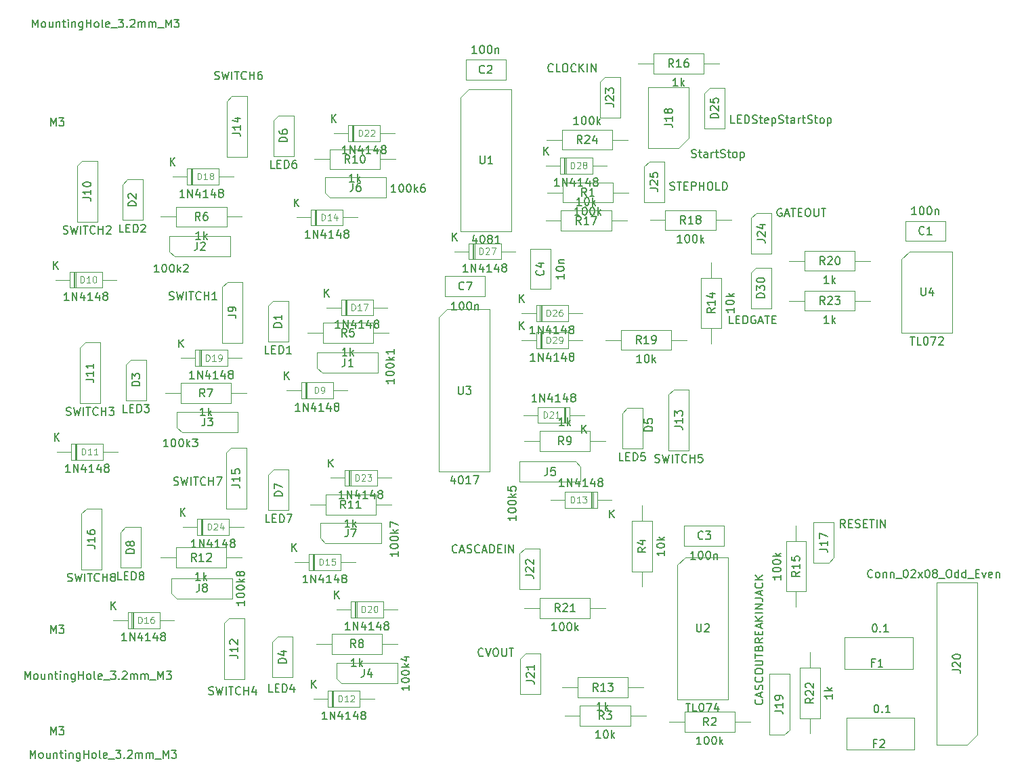
<source format=gbr>
%TF.GenerationSoftware,KiCad,Pcbnew,(6.0.0)*%
%TF.CreationDate,2022-02-13T17:17:33+01:00*%
%TF.ProjectId,SynthBaby8,53796e74-6842-4616-9279-382e6b696361,rev?*%
%TF.SameCoordinates,Original*%
%TF.FileFunction,AssemblyDrawing,Top*%
%FSLAX46Y46*%
G04 Gerber Fmt 4.6, Leading zero omitted, Abs format (unit mm)*
G04 Created by KiCad (PCBNEW (6.0.0)) date 2022-02-13 17:17:33*
%MOMM*%
%LPD*%
G01*
G04 APERTURE LIST*
%ADD10C,0.150000*%
%ADD11C,0.120000*%
%ADD12C,0.100000*%
G04 APERTURE END LIST*
D10*
%TO.C,C2*%
X108638792Y-57393460D02*
X108067363Y-57393460D01*
X108353078Y-57393460D02*
X108353078Y-56393460D01*
X108257840Y-56536318D01*
X108162601Y-56631556D01*
X108067363Y-56679175D01*
X109257840Y-56393460D02*
X109353078Y-56393460D01*
X109448316Y-56441080D01*
X109495935Y-56488699D01*
X109543554Y-56583937D01*
X109591173Y-56774413D01*
X109591173Y-57012508D01*
X109543554Y-57202984D01*
X109495935Y-57298222D01*
X109448316Y-57345841D01*
X109353078Y-57393460D01*
X109257840Y-57393460D01*
X109162601Y-57345841D01*
X109114982Y-57298222D01*
X109067363Y-57202984D01*
X109019744Y-57012508D01*
X109019744Y-56774413D01*
X109067363Y-56583937D01*
X109114982Y-56488699D01*
X109162601Y-56441080D01*
X109257840Y-56393460D01*
X110210220Y-56393460D02*
X110305459Y-56393460D01*
X110400697Y-56441080D01*
X110448316Y-56488699D01*
X110495935Y-56583937D01*
X110543554Y-56774413D01*
X110543554Y-57012508D01*
X110495935Y-57202984D01*
X110448316Y-57298222D01*
X110400697Y-57345841D01*
X110305459Y-57393460D01*
X110210220Y-57393460D01*
X110114982Y-57345841D01*
X110067363Y-57298222D01*
X110019744Y-57202984D01*
X109972125Y-57012508D01*
X109972125Y-56774413D01*
X110019744Y-56583937D01*
X110067363Y-56488699D01*
X110114982Y-56441080D01*
X110210220Y-56393460D01*
X110972125Y-56726794D02*
X110972125Y-57393460D01*
X110972125Y-56822032D02*
X111019744Y-56774413D01*
X111114982Y-56726794D01*
X111257840Y-56726794D01*
X111353078Y-56774413D01*
X111400697Y-56869651D01*
X111400697Y-57393460D01*
X109591173Y-59798222D02*
X109543554Y-59845841D01*
X109400697Y-59893460D01*
X109305459Y-59893460D01*
X109162601Y-59845841D01*
X109067363Y-59750603D01*
X109019744Y-59655365D01*
X108972125Y-59464889D01*
X108972125Y-59322032D01*
X109019744Y-59131556D01*
X109067363Y-59036318D01*
X109162601Y-58941080D01*
X109305459Y-58893460D01*
X109400697Y-58893460D01*
X109543554Y-58941080D01*
X109591173Y-58988699D01*
X109972125Y-58988699D02*
X110019744Y-58941080D01*
X110114982Y-58893460D01*
X110353078Y-58893460D01*
X110448316Y-58941080D01*
X110495935Y-58988699D01*
X110543554Y-59083937D01*
X110543554Y-59179175D01*
X110495935Y-59322032D01*
X109924506Y-59893460D01*
X110543554Y-59893460D01*
%TO.C,D1*%
X82698412Y-94964060D02*
X82222221Y-94964060D01*
X82222221Y-93964060D01*
X83031745Y-94440251D02*
X83365079Y-94440251D01*
X83507936Y-94964060D02*
X83031745Y-94964060D01*
X83031745Y-93964060D01*
X83507936Y-93964060D01*
X83936507Y-94964060D02*
X83936507Y-93964060D01*
X84174602Y-93964060D01*
X84317460Y-94011680D01*
X84412698Y-94106918D01*
X84460317Y-94202156D01*
X84507936Y-94392632D01*
X84507936Y-94535489D01*
X84460317Y-94725965D01*
X84412698Y-94821203D01*
X84317460Y-94916441D01*
X84174602Y-94964060D01*
X83936507Y-94964060D01*
X85460317Y-94964060D02*
X84888888Y-94964060D01*
X85174602Y-94964060D02*
X85174602Y-93964060D01*
X85079364Y-94106918D01*
X84984126Y-94202156D01*
X84888888Y-94249775D01*
X84269840Y-91649775D02*
X83269840Y-91649775D01*
X83269840Y-91411680D01*
X83317460Y-91268822D01*
X83412698Y-91173584D01*
X83507936Y-91125965D01*
X83698412Y-91078346D01*
X83841269Y-91078346D01*
X84031745Y-91125965D01*
X84126983Y-91173584D01*
X84222221Y-91268822D01*
X84269840Y-91411680D01*
X84269840Y-91649775D01*
X84269840Y-90125965D02*
X84269840Y-90697394D01*
X84269840Y-90411680D02*
X83269840Y-90411680D01*
X83412698Y-90506918D01*
X83507936Y-90602156D01*
X83555555Y-90697394D01*
%TO.C,D2*%
X64489152Y-79779940D02*
X64012961Y-79779940D01*
X64012961Y-78779940D01*
X64822485Y-79256131D02*
X65155819Y-79256131D01*
X65298676Y-79779940D02*
X64822485Y-79779940D01*
X64822485Y-78779940D01*
X65298676Y-78779940D01*
X65727247Y-79779940D02*
X65727247Y-78779940D01*
X65965342Y-78779940D01*
X66108200Y-78827560D01*
X66203438Y-78922798D01*
X66251057Y-79018036D01*
X66298676Y-79208512D01*
X66298676Y-79351369D01*
X66251057Y-79541845D01*
X66203438Y-79637083D01*
X66108200Y-79732321D01*
X65965342Y-79779940D01*
X65727247Y-79779940D01*
X66679628Y-78875179D02*
X66727247Y-78827560D01*
X66822485Y-78779940D01*
X67060580Y-78779940D01*
X67155819Y-78827560D01*
X67203438Y-78875179D01*
X67251057Y-78970417D01*
X67251057Y-79065655D01*
X67203438Y-79208512D01*
X66632009Y-79779940D01*
X67251057Y-79779940D01*
X66060580Y-76465655D02*
X65060580Y-76465655D01*
X65060580Y-76227560D01*
X65108200Y-76084702D01*
X65203438Y-75989464D01*
X65298676Y-75941845D01*
X65489152Y-75894226D01*
X65632009Y-75894226D01*
X65822485Y-75941845D01*
X65917723Y-75989464D01*
X66012961Y-76084702D01*
X66060580Y-76227560D01*
X66060580Y-76465655D01*
X65155819Y-75513274D02*
X65108200Y-75465655D01*
X65060580Y-75370417D01*
X65060580Y-75132321D01*
X65108200Y-75037083D01*
X65155819Y-74989464D01*
X65251057Y-74941845D01*
X65346295Y-74941845D01*
X65489152Y-74989464D01*
X66060580Y-75560893D01*
X66060580Y-74941845D01*
%TO.C,D3*%
X64943812Y-102322440D02*
X64467621Y-102322440D01*
X64467621Y-101322440D01*
X65277145Y-101798631D02*
X65610479Y-101798631D01*
X65753336Y-102322440D02*
X65277145Y-102322440D01*
X65277145Y-101322440D01*
X65753336Y-101322440D01*
X66181907Y-102322440D02*
X66181907Y-101322440D01*
X66420002Y-101322440D01*
X66562860Y-101370060D01*
X66658098Y-101465298D01*
X66705717Y-101560536D01*
X66753336Y-101751012D01*
X66753336Y-101893869D01*
X66705717Y-102084345D01*
X66658098Y-102179583D01*
X66562860Y-102274821D01*
X66420002Y-102322440D01*
X66181907Y-102322440D01*
X67086669Y-101322440D02*
X67705717Y-101322440D01*
X67372383Y-101703393D01*
X67515240Y-101703393D01*
X67610479Y-101751012D01*
X67658098Y-101798631D01*
X67705717Y-101893869D01*
X67705717Y-102131964D01*
X67658098Y-102227202D01*
X67610479Y-102274821D01*
X67515240Y-102322440D01*
X67229526Y-102322440D01*
X67134288Y-102274821D01*
X67086669Y-102227202D01*
X66515240Y-99008155D02*
X65515240Y-99008155D01*
X65515240Y-98770060D01*
X65562860Y-98627202D01*
X65658098Y-98531964D01*
X65753336Y-98484345D01*
X65943812Y-98436726D01*
X66086669Y-98436726D01*
X66277145Y-98484345D01*
X66372383Y-98531964D01*
X66467621Y-98627202D01*
X66515240Y-98770060D01*
X66515240Y-99008155D01*
X65515240Y-98103393D02*
X65515240Y-97484345D01*
X65896193Y-97817679D01*
X65896193Y-97674821D01*
X65943812Y-97579583D01*
X65991431Y-97531964D01*
X66086669Y-97484345D01*
X66324764Y-97484345D01*
X66420002Y-97531964D01*
X66467621Y-97579583D01*
X66515240Y-97674821D01*
X66515240Y-97960536D01*
X66467621Y-98055774D01*
X66420002Y-98103393D01*
%TO.C,D4*%
X83132752Y-137338060D02*
X82656561Y-137338060D01*
X82656561Y-136338060D01*
X83466085Y-136814251D02*
X83799419Y-136814251D01*
X83942276Y-137338060D02*
X83466085Y-137338060D01*
X83466085Y-136338060D01*
X83942276Y-136338060D01*
X84370847Y-137338060D02*
X84370847Y-136338060D01*
X84608942Y-136338060D01*
X84751800Y-136385680D01*
X84847038Y-136480918D01*
X84894657Y-136576156D01*
X84942276Y-136766632D01*
X84942276Y-136909489D01*
X84894657Y-137099965D01*
X84847038Y-137195203D01*
X84751800Y-137290441D01*
X84608942Y-137338060D01*
X84370847Y-137338060D01*
X85799419Y-136671394D02*
X85799419Y-137338060D01*
X85561323Y-136290441D02*
X85323228Y-137004727D01*
X85942276Y-137004727D01*
X84836260Y-133676615D02*
X83836260Y-133676615D01*
X83836260Y-133438520D01*
X83883880Y-133295662D01*
X83979118Y-133200424D01*
X84074356Y-133152805D01*
X84264832Y-133105186D01*
X84407689Y-133105186D01*
X84598165Y-133152805D01*
X84693403Y-133200424D01*
X84788641Y-133295662D01*
X84836260Y-133438520D01*
X84836260Y-133676615D01*
X84169594Y-132248043D02*
X84836260Y-132248043D01*
X83788641Y-132486139D02*
X84502927Y-132724234D01*
X84502927Y-132105186D01*
%TO.C,D6*%
X83384212Y-71761160D02*
X82908021Y-71761160D01*
X82908021Y-70761160D01*
X83717545Y-71237351D02*
X84050879Y-71237351D01*
X84193736Y-71761160D02*
X83717545Y-71761160D01*
X83717545Y-70761160D01*
X84193736Y-70761160D01*
X84622307Y-71761160D02*
X84622307Y-70761160D01*
X84860402Y-70761160D01*
X85003260Y-70808780D01*
X85098498Y-70904018D01*
X85146117Y-70999256D01*
X85193736Y-71189732D01*
X85193736Y-71332589D01*
X85146117Y-71523065D01*
X85098498Y-71618303D01*
X85003260Y-71713541D01*
X84860402Y-71761160D01*
X84622307Y-71761160D01*
X86050879Y-70761160D02*
X85860402Y-70761160D01*
X85765164Y-70808780D01*
X85717545Y-70856399D01*
X85622307Y-70999256D01*
X85574688Y-71189732D01*
X85574688Y-71570684D01*
X85622307Y-71665922D01*
X85669926Y-71713541D01*
X85765164Y-71761160D01*
X85955640Y-71761160D01*
X86050879Y-71713541D01*
X86098498Y-71665922D01*
X86146117Y-71570684D01*
X86146117Y-71332589D01*
X86098498Y-71237351D01*
X86050879Y-71189732D01*
X85955640Y-71142113D01*
X85765164Y-71142113D01*
X85669926Y-71189732D01*
X85622307Y-71237351D01*
X85574688Y-71332589D01*
X84955640Y-68446875D02*
X83955640Y-68446875D01*
X83955640Y-68208780D01*
X84003260Y-68065922D01*
X84098498Y-67970684D01*
X84193736Y-67923065D01*
X84384212Y-67875446D01*
X84527069Y-67875446D01*
X84717545Y-67923065D01*
X84812783Y-67970684D01*
X84908021Y-68065922D01*
X84955640Y-68208780D01*
X84955640Y-68446875D01*
X83955640Y-67018303D02*
X83955640Y-67208780D01*
X84003260Y-67304018D01*
X84050879Y-67351637D01*
X84193736Y-67446875D01*
X84384212Y-67494494D01*
X84765164Y-67494494D01*
X84860402Y-67446875D01*
X84908021Y-67399256D01*
X84955640Y-67304018D01*
X84955640Y-67113541D01*
X84908021Y-67018303D01*
X84860402Y-66970684D01*
X84765164Y-66923065D01*
X84527069Y-66923065D01*
X84431831Y-66970684D01*
X84384212Y-67018303D01*
X84336593Y-67113541D01*
X84336593Y-67304018D01*
X84384212Y-67399256D01*
X84431831Y-67446875D01*
X84527069Y-67494494D01*
%TO.C,D7*%
X82766992Y-116094320D02*
X82290801Y-116094320D01*
X82290801Y-115094320D01*
X83100325Y-115570511D02*
X83433659Y-115570511D01*
X83576516Y-116094320D02*
X83100325Y-116094320D01*
X83100325Y-115094320D01*
X83576516Y-115094320D01*
X84005087Y-116094320D02*
X84005087Y-115094320D01*
X84243182Y-115094320D01*
X84386040Y-115141940D01*
X84481278Y-115237178D01*
X84528897Y-115332416D01*
X84576516Y-115522892D01*
X84576516Y-115665749D01*
X84528897Y-115856225D01*
X84481278Y-115951463D01*
X84386040Y-116046701D01*
X84243182Y-116094320D01*
X84005087Y-116094320D01*
X84909849Y-115094320D02*
X85576516Y-115094320D01*
X85147944Y-116094320D01*
X84338420Y-112780035D02*
X83338420Y-112780035D01*
X83338420Y-112541940D01*
X83386040Y-112399082D01*
X83481278Y-112303844D01*
X83576516Y-112256225D01*
X83766992Y-112208606D01*
X83909849Y-112208606D01*
X84100325Y-112256225D01*
X84195563Y-112303844D01*
X84290801Y-112399082D01*
X84338420Y-112541940D01*
X84338420Y-112780035D01*
X83338420Y-111875273D02*
X83338420Y-111208606D01*
X84338420Y-111637178D01*
%TO.C,D8*%
X64260552Y-123277440D02*
X63784361Y-123277440D01*
X63784361Y-122277440D01*
X64593885Y-122753631D02*
X64927219Y-122753631D01*
X65070076Y-123277440D02*
X64593885Y-123277440D01*
X64593885Y-122277440D01*
X65070076Y-122277440D01*
X65498647Y-123277440D02*
X65498647Y-122277440D01*
X65736742Y-122277440D01*
X65879600Y-122325060D01*
X65974838Y-122420298D01*
X66022457Y-122515536D01*
X66070076Y-122706012D01*
X66070076Y-122848869D01*
X66022457Y-123039345D01*
X65974838Y-123134583D01*
X65879600Y-123229821D01*
X65736742Y-123277440D01*
X65498647Y-123277440D01*
X66641504Y-122706012D02*
X66546266Y-122658393D01*
X66498647Y-122610774D01*
X66451028Y-122515536D01*
X66451028Y-122467917D01*
X66498647Y-122372679D01*
X66546266Y-122325060D01*
X66641504Y-122277440D01*
X66831980Y-122277440D01*
X66927219Y-122325060D01*
X66974838Y-122372679D01*
X67022457Y-122467917D01*
X67022457Y-122515536D01*
X66974838Y-122610774D01*
X66927219Y-122658393D01*
X66831980Y-122706012D01*
X66641504Y-122706012D01*
X66546266Y-122753631D01*
X66498647Y-122801250D01*
X66451028Y-122896488D01*
X66451028Y-123086964D01*
X66498647Y-123182202D01*
X66546266Y-123229821D01*
X66641504Y-123277440D01*
X66831980Y-123277440D01*
X66927219Y-123229821D01*
X66974838Y-123182202D01*
X67022457Y-123086964D01*
X67022457Y-122896488D01*
X66974838Y-122801250D01*
X66927219Y-122753631D01*
X66831980Y-122706012D01*
X65831980Y-119963155D02*
X64831980Y-119963155D01*
X64831980Y-119725060D01*
X64879600Y-119582202D01*
X64974838Y-119486964D01*
X65070076Y-119439345D01*
X65260552Y-119391726D01*
X65403409Y-119391726D01*
X65593885Y-119439345D01*
X65689123Y-119486964D01*
X65784361Y-119582202D01*
X65831980Y-119725060D01*
X65831980Y-119963155D01*
X65260552Y-118820298D02*
X65212933Y-118915536D01*
X65165314Y-118963155D01*
X65070076Y-119010774D01*
X65022457Y-119010774D01*
X64927219Y-118963155D01*
X64879600Y-118915536D01*
X64831980Y-118820298D01*
X64831980Y-118629821D01*
X64879600Y-118534583D01*
X64927219Y-118486964D01*
X65022457Y-118439345D01*
X65070076Y-118439345D01*
X65165314Y-118486964D01*
X65212933Y-118534583D01*
X65260552Y-118629821D01*
X65260552Y-118820298D01*
X65308171Y-118915536D01*
X65355790Y-118963155D01*
X65451028Y-119010774D01*
X65641504Y-119010774D01*
X65736742Y-118963155D01*
X65784361Y-118915536D01*
X65831980Y-118820298D01*
X65831980Y-118629821D01*
X65784361Y-118534583D01*
X65736742Y-118486964D01*
X65641504Y-118439345D01*
X65451028Y-118439345D01*
X65355790Y-118486964D01*
X65308171Y-118534583D01*
X65260552Y-118629821D01*
%TO.C,D9*%
X86551402Y-102145460D02*
X85979974Y-102145460D01*
X86265688Y-102145460D02*
X86265688Y-101145460D01*
X86170450Y-101288318D01*
X86075212Y-101383556D01*
X85979974Y-101431175D01*
X86979974Y-102145460D02*
X86979974Y-101145460D01*
X87551402Y-102145460D01*
X87551402Y-101145460D01*
X88456164Y-101478794D02*
X88456164Y-102145460D01*
X88218069Y-101097841D02*
X87979974Y-101812127D01*
X88599021Y-101812127D01*
X89503783Y-102145460D02*
X88932355Y-102145460D01*
X89218069Y-102145460D02*
X89218069Y-101145460D01*
X89122831Y-101288318D01*
X89027593Y-101383556D01*
X88932355Y-101431175D01*
X90360926Y-101478794D02*
X90360926Y-102145460D01*
X90122831Y-101097841D02*
X89884736Y-101812127D01*
X90503783Y-101812127D01*
X91027593Y-101574032D02*
X90932355Y-101526413D01*
X90884736Y-101478794D01*
X90837117Y-101383556D01*
X90837117Y-101335937D01*
X90884736Y-101240699D01*
X90932355Y-101193080D01*
X91027593Y-101145460D01*
X91218069Y-101145460D01*
X91313307Y-101193080D01*
X91360926Y-101240699D01*
X91408545Y-101335937D01*
X91408545Y-101383556D01*
X91360926Y-101478794D01*
X91313307Y-101526413D01*
X91218069Y-101574032D01*
X91027593Y-101574032D01*
X90932355Y-101621651D01*
X90884736Y-101669270D01*
X90837117Y-101764508D01*
X90837117Y-101954984D01*
X90884736Y-102050222D01*
X90932355Y-102097841D01*
X91027593Y-102145460D01*
X91218069Y-102145460D01*
X91313307Y-102097841D01*
X91360926Y-102050222D01*
X91408545Y-101954984D01*
X91408545Y-101764508D01*
X91360926Y-101669270D01*
X91313307Y-101621651D01*
X91218069Y-101574032D01*
D11*
X88403783Y-99934984D02*
X88403783Y-99134984D01*
X88594260Y-99134984D01*
X88708545Y-99173080D01*
X88784736Y-99249270D01*
X88822831Y-99325460D01*
X88860926Y-99477841D01*
X88860926Y-99592127D01*
X88822831Y-99744508D01*
X88784736Y-99820699D01*
X88708545Y-99896889D01*
X88594260Y-99934984D01*
X88403783Y-99934984D01*
X89241879Y-99934984D02*
X89394260Y-99934984D01*
X89470450Y-99896889D01*
X89508545Y-99858794D01*
X89584736Y-99744508D01*
X89622831Y-99592127D01*
X89622831Y-99287365D01*
X89584736Y-99211175D01*
X89546640Y-99173080D01*
X89470450Y-99134984D01*
X89318069Y-99134984D01*
X89241879Y-99173080D01*
X89203783Y-99211175D01*
X89165688Y-99287365D01*
X89165688Y-99477841D01*
X89203783Y-99554032D01*
X89241879Y-99592127D01*
X89318069Y-99630222D01*
X89470450Y-99630222D01*
X89546640Y-99592127D01*
X89584736Y-99554032D01*
X89622831Y-99477841D01*
D10*
X84622355Y-98225460D02*
X84622355Y-97225460D01*
X85193783Y-98225460D02*
X84765212Y-97654032D01*
X85193783Y-97225460D02*
X84622355Y-97796889D01*
%TO.C,D10*%
X57653822Y-88297380D02*
X57082394Y-88297380D01*
X57368108Y-88297380D02*
X57368108Y-87297380D01*
X57272870Y-87440238D01*
X57177632Y-87535476D01*
X57082394Y-87583095D01*
X58082394Y-88297380D02*
X58082394Y-87297380D01*
X58653822Y-88297380D01*
X58653822Y-87297380D01*
X59558584Y-87630714D02*
X59558584Y-88297380D01*
X59320489Y-87249761D02*
X59082394Y-87964047D01*
X59701441Y-87964047D01*
X60606203Y-88297380D02*
X60034775Y-88297380D01*
X60320489Y-88297380D02*
X60320489Y-87297380D01*
X60225251Y-87440238D01*
X60130013Y-87535476D01*
X60034775Y-87583095D01*
X61463346Y-87630714D02*
X61463346Y-88297380D01*
X61225251Y-87249761D02*
X60987156Y-87964047D01*
X61606203Y-87964047D01*
X62130013Y-87725952D02*
X62034775Y-87678333D01*
X61987156Y-87630714D01*
X61939537Y-87535476D01*
X61939537Y-87487857D01*
X61987156Y-87392619D01*
X62034775Y-87345000D01*
X62130013Y-87297380D01*
X62320489Y-87297380D01*
X62415727Y-87345000D01*
X62463346Y-87392619D01*
X62510965Y-87487857D01*
X62510965Y-87535476D01*
X62463346Y-87630714D01*
X62415727Y-87678333D01*
X62320489Y-87725952D01*
X62130013Y-87725952D01*
X62034775Y-87773571D01*
X61987156Y-87821190D01*
X61939537Y-87916428D01*
X61939537Y-88106904D01*
X61987156Y-88202142D01*
X62034775Y-88249761D01*
X62130013Y-88297380D01*
X62320489Y-88297380D01*
X62415727Y-88249761D01*
X62463346Y-88202142D01*
X62510965Y-88106904D01*
X62510965Y-87916428D01*
X62463346Y-87821190D01*
X62415727Y-87773571D01*
X62320489Y-87725952D01*
D11*
X59125251Y-86086904D02*
X59125251Y-85286904D01*
X59315727Y-85286904D01*
X59430013Y-85325000D01*
X59506203Y-85401190D01*
X59544299Y-85477380D01*
X59582394Y-85629761D01*
X59582394Y-85744047D01*
X59544299Y-85896428D01*
X59506203Y-85972619D01*
X59430013Y-86048809D01*
X59315727Y-86086904D01*
X59125251Y-86086904D01*
X60344299Y-86086904D02*
X59887156Y-86086904D01*
X60115727Y-86086904D02*
X60115727Y-85286904D01*
X60039537Y-85401190D01*
X59963346Y-85477380D01*
X59887156Y-85515476D01*
X60839537Y-85286904D02*
X60915727Y-85286904D01*
X60991918Y-85325000D01*
X61030013Y-85363095D01*
X61068108Y-85439285D01*
X61106203Y-85591666D01*
X61106203Y-85782142D01*
X61068108Y-85934523D01*
X61030013Y-86010714D01*
X60991918Y-86048809D01*
X60915727Y-86086904D01*
X60839537Y-86086904D01*
X60763346Y-86048809D01*
X60725251Y-86010714D01*
X60687156Y-85934523D01*
X60649060Y-85782142D01*
X60649060Y-85591666D01*
X60687156Y-85439285D01*
X60725251Y-85363095D01*
X60763346Y-85325000D01*
X60839537Y-85286904D01*
D10*
X55724775Y-84377380D02*
X55724775Y-83377380D01*
X56296203Y-84377380D02*
X55867632Y-83805952D01*
X56296203Y-83377380D02*
X55724775Y-83948809D01*
%TO.C,D11*%
X57811302Y-109816260D02*
X57239874Y-109816260D01*
X57525588Y-109816260D02*
X57525588Y-108816260D01*
X57430350Y-108959118D01*
X57335112Y-109054356D01*
X57239874Y-109101975D01*
X58239874Y-109816260D02*
X58239874Y-108816260D01*
X58811302Y-109816260D01*
X58811302Y-108816260D01*
X59716064Y-109149594D02*
X59716064Y-109816260D01*
X59477969Y-108768641D02*
X59239874Y-109482927D01*
X59858921Y-109482927D01*
X60763683Y-109816260D02*
X60192255Y-109816260D01*
X60477969Y-109816260D02*
X60477969Y-108816260D01*
X60382731Y-108959118D01*
X60287493Y-109054356D01*
X60192255Y-109101975D01*
X61620826Y-109149594D02*
X61620826Y-109816260D01*
X61382731Y-108768641D02*
X61144636Y-109482927D01*
X61763683Y-109482927D01*
X62287493Y-109244832D02*
X62192255Y-109197213D01*
X62144636Y-109149594D01*
X62097017Y-109054356D01*
X62097017Y-109006737D01*
X62144636Y-108911499D01*
X62192255Y-108863880D01*
X62287493Y-108816260D01*
X62477969Y-108816260D01*
X62573207Y-108863880D01*
X62620826Y-108911499D01*
X62668445Y-109006737D01*
X62668445Y-109054356D01*
X62620826Y-109149594D01*
X62573207Y-109197213D01*
X62477969Y-109244832D01*
X62287493Y-109244832D01*
X62192255Y-109292451D01*
X62144636Y-109340070D01*
X62097017Y-109435308D01*
X62097017Y-109625784D01*
X62144636Y-109721022D01*
X62192255Y-109768641D01*
X62287493Y-109816260D01*
X62477969Y-109816260D01*
X62573207Y-109768641D01*
X62620826Y-109721022D01*
X62668445Y-109625784D01*
X62668445Y-109435308D01*
X62620826Y-109340070D01*
X62573207Y-109292451D01*
X62477969Y-109244832D01*
D11*
X59282731Y-107605784D02*
X59282731Y-106805784D01*
X59473207Y-106805784D01*
X59587493Y-106843880D01*
X59663683Y-106920070D01*
X59701779Y-106996260D01*
X59739874Y-107148641D01*
X59739874Y-107262927D01*
X59701779Y-107415308D01*
X59663683Y-107491499D01*
X59587493Y-107567689D01*
X59473207Y-107605784D01*
X59282731Y-107605784D01*
X60501779Y-107605784D02*
X60044636Y-107605784D01*
X60273207Y-107605784D02*
X60273207Y-106805784D01*
X60197017Y-106920070D01*
X60120826Y-106996260D01*
X60044636Y-107034356D01*
X61263683Y-107605784D02*
X60806540Y-107605784D01*
X61035112Y-107605784D02*
X61035112Y-106805784D01*
X60958921Y-106920070D01*
X60882731Y-106996260D01*
X60806540Y-107034356D01*
D10*
X55882255Y-105896260D02*
X55882255Y-104896260D01*
X56453683Y-105896260D02*
X56025112Y-105324832D01*
X56453683Y-104896260D02*
X55882255Y-105467689D01*
%TO.C,D12*%
X89901662Y-140738220D02*
X89330234Y-140738220D01*
X89615948Y-140738220D02*
X89615948Y-139738220D01*
X89520710Y-139881078D01*
X89425472Y-139976316D01*
X89330234Y-140023935D01*
X90330234Y-140738220D02*
X90330234Y-139738220D01*
X90901662Y-140738220D01*
X90901662Y-139738220D01*
X91806424Y-140071554D02*
X91806424Y-140738220D01*
X91568329Y-139690601D02*
X91330234Y-140404887D01*
X91949281Y-140404887D01*
X92854043Y-140738220D02*
X92282615Y-140738220D01*
X92568329Y-140738220D02*
X92568329Y-139738220D01*
X92473091Y-139881078D01*
X92377853Y-139976316D01*
X92282615Y-140023935D01*
X93711186Y-140071554D02*
X93711186Y-140738220D01*
X93473091Y-139690601D02*
X93234996Y-140404887D01*
X93854043Y-140404887D01*
X94377853Y-140166792D02*
X94282615Y-140119173D01*
X94234996Y-140071554D01*
X94187377Y-139976316D01*
X94187377Y-139928697D01*
X94234996Y-139833459D01*
X94282615Y-139785840D01*
X94377853Y-139738220D01*
X94568329Y-139738220D01*
X94663567Y-139785840D01*
X94711186Y-139833459D01*
X94758805Y-139928697D01*
X94758805Y-139976316D01*
X94711186Y-140071554D01*
X94663567Y-140119173D01*
X94568329Y-140166792D01*
X94377853Y-140166792D01*
X94282615Y-140214411D01*
X94234996Y-140262030D01*
X94187377Y-140357268D01*
X94187377Y-140547744D01*
X94234996Y-140642982D01*
X94282615Y-140690601D01*
X94377853Y-140738220D01*
X94568329Y-140738220D01*
X94663567Y-140690601D01*
X94711186Y-140642982D01*
X94758805Y-140547744D01*
X94758805Y-140357268D01*
X94711186Y-140262030D01*
X94663567Y-140214411D01*
X94568329Y-140166792D01*
D11*
X91373091Y-138527744D02*
X91373091Y-137727744D01*
X91563567Y-137727744D01*
X91677853Y-137765840D01*
X91754043Y-137842030D01*
X91792139Y-137918220D01*
X91830234Y-138070601D01*
X91830234Y-138184887D01*
X91792139Y-138337268D01*
X91754043Y-138413459D01*
X91677853Y-138489649D01*
X91563567Y-138527744D01*
X91373091Y-138527744D01*
X92592139Y-138527744D02*
X92134996Y-138527744D01*
X92363567Y-138527744D02*
X92363567Y-137727744D01*
X92287377Y-137842030D01*
X92211186Y-137918220D01*
X92134996Y-137956316D01*
X92896900Y-137803935D02*
X92934996Y-137765840D01*
X93011186Y-137727744D01*
X93201662Y-137727744D01*
X93277853Y-137765840D01*
X93315948Y-137803935D01*
X93354043Y-137880125D01*
X93354043Y-137956316D01*
X93315948Y-138070601D01*
X92858805Y-138527744D01*
X93354043Y-138527744D01*
D10*
X87972615Y-136818220D02*
X87972615Y-135818220D01*
X88544043Y-136818220D02*
X88115472Y-136246792D01*
X88544043Y-135818220D02*
X87972615Y-136389649D01*
%TO.C,D14*%
X87783302Y-80491960D02*
X87211874Y-80491960D01*
X87497588Y-80491960D02*
X87497588Y-79491960D01*
X87402350Y-79634818D01*
X87307112Y-79730056D01*
X87211874Y-79777675D01*
X88211874Y-80491960D02*
X88211874Y-79491960D01*
X88783302Y-80491960D01*
X88783302Y-79491960D01*
X89688064Y-79825294D02*
X89688064Y-80491960D01*
X89449969Y-79444341D02*
X89211874Y-80158627D01*
X89830921Y-80158627D01*
X90735683Y-80491960D02*
X90164255Y-80491960D01*
X90449969Y-80491960D02*
X90449969Y-79491960D01*
X90354731Y-79634818D01*
X90259493Y-79730056D01*
X90164255Y-79777675D01*
X91592826Y-79825294D02*
X91592826Y-80491960D01*
X91354731Y-79444341D02*
X91116636Y-80158627D01*
X91735683Y-80158627D01*
X92259493Y-79920532D02*
X92164255Y-79872913D01*
X92116636Y-79825294D01*
X92069017Y-79730056D01*
X92069017Y-79682437D01*
X92116636Y-79587199D01*
X92164255Y-79539580D01*
X92259493Y-79491960D01*
X92449969Y-79491960D01*
X92545207Y-79539580D01*
X92592826Y-79587199D01*
X92640445Y-79682437D01*
X92640445Y-79730056D01*
X92592826Y-79825294D01*
X92545207Y-79872913D01*
X92449969Y-79920532D01*
X92259493Y-79920532D01*
X92164255Y-79968151D01*
X92116636Y-80015770D01*
X92069017Y-80111008D01*
X92069017Y-80301484D01*
X92116636Y-80396722D01*
X92164255Y-80444341D01*
X92259493Y-80491960D01*
X92449969Y-80491960D01*
X92545207Y-80444341D01*
X92592826Y-80396722D01*
X92640445Y-80301484D01*
X92640445Y-80111008D01*
X92592826Y-80015770D01*
X92545207Y-79968151D01*
X92449969Y-79920532D01*
X85854255Y-76571960D02*
X85854255Y-75571960D01*
X86425683Y-76571960D02*
X85997112Y-76000532D01*
X86425683Y-75571960D02*
X85854255Y-76143389D01*
D11*
X89254731Y-78281484D02*
X89254731Y-77481484D01*
X89445207Y-77481484D01*
X89559493Y-77519580D01*
X89635683Y-77595770D01*
X89673779Y-77671960D01*
X89711874Y-77824341D01*
X89711874Y-77938627D01*
X89673779Y-78091008D01*
X89635683Y-78167199D01*
X89559493Y-78243389D01*
X89445207Y-78281484D01*
X89254731Y-78281484D01*
X90473779Y-78281484D02*
X90016636Y-78281484D01*
X90245207Y-78281484D02*
X90245207Y-77481484D01*
X90169017Y-77595770D01*
X90092826Y-77671960D01*
X90016636Y-77710056D01*
X91159493Y-77748151D02*
X91159493Y-78281484D01*
X90969017Y-77443389D02*
X90778540Y-78014818D01*
X91273779Y-78014818D01*
D10*
%TO.C,D15*%
X87508982Y-123644020D02*
X86937554Y-123644020D01*
X87223268Y-123644020D02*
X87223268Y-122644020D01*
X87128030Y-122786878D01*
X87032792Y-122882116D01*
X86937554Y-122929735D01*
X87937554Y-123644020D02*
X87937554Y-122644020D01*
X88508982Y-123644020D01*
X88508982Y-122644020D01*
X89413744Y-122977354D02*
X89413744Y-123644020D01*
X89175649Y-122596401D02*
X88937554Y-123310687D01*
X89556601Y-123310687D01*
X90461363Y-123644020D02*
X89889935Y-123644020D01*
X90175649Y-123644020D02*
X90175649Y-122644020D01*
X90080411Y-122786878D01*
X89985173Y-122882116D01*
X89889935Y-122929735D01*
X91318506Y-122977354D02*
X91318506Y-123644020D01*
X91080411Y-122596401D02*
X90842316Y-123310687D01*
X91461363Y-123310687D01*
X91985173Y-123072592D02*
X91889935Y-123024973D01*
X91842316Y-122977354D01*
X91794697Y-122882116D01*
X91794697Y-122834497D01*
X91842316Y-122739259D01*
X91889935Y-122691640D01*
X91985173Y-122644020D01*
X92175649Y-122644020D01*
X92270887Y-122691640D01*
X92318506Y-122739259D01*
X92366125Y-122834497D01*
X92366125Y-122882116D01*
X92318506Y-122977354D01*
X92270887Y-123024973D01*
X92175649Y-123072592D01*
X91985173Y-123072592D01*
X91889935Y-123120211D01*
X91842316Y-123167830D01*
X91794697Y-123263068D01*
X91794697Y-123453544D01*
X91842316Y-123548782D01*
X91889935Y-123596401D01*
X91985173Y-123644020D01*
X92175649Y-123644020D01*
X92270887Y-123596401D01*
X92318506Y-123548782D01*
X92366125Y-123453544D01*
X92366125Y-123263068D01*
X92318506Y-123167830D01*
X92270887Y-123120211D01*
X92175649Y-123072592D01*
X85579935Y-119724020D02*
X85579935Y-118724020D01*
X86151363Y-119724020D02*
X85722792Y-119152592D01*
X86151363Y-118724020D02*
X85579935Y-119295449D01*
D11*
X88980411Y-121433544D02*
X88980411Y-120633544D01*
X89170887Y-120633544D01*
X89285173Y-120671640D01*
X89361363Y-120747830D01*
X89399459Y-120824020D01*
X89437554Y-120976401D01*
X89437554Y-121090687D01*
X89399459Y-121243068D01*
X89361363Y-121319259D01*
X89285173Y-121395449D01*
X89170887Y-121433544D01*
X88980411Y-121433544D01*
X90199459Y-121433544D02*
X89742316Y-121433544D01*
X89970887Y-121433544D02*
X89970887Y-120633544D01*
X89894697Y-120747830D01*
X89818506Y-120824020D01*
X89742316Y-120862116D01*
X90923268Y-120633544D02*
X90542316Y-120633544D01*
X90504220Y-121014497D01*
X90542316Y-120976401D01*
X90618506Y-120938306D01*
X90808982Y-120938306D01*
X90885173Y-120976401D01*
X90923268Y-121014497D01*
X90961363Y-121090687D01*
X90961363Y-121281163D01*
X90923268Y-121357354D01*
X90885173Y-121395449D01*
X90808982Y-121433544D01*
X90618506Y-121433544D01*
X90542316Y-121395449D01*
X90504220Y-121357354D01*
D10*
%TO.C,D16*%
X64867422Y-130903340D02*
X64295994Y-130903340D01*
X64581708Y-130903340D02*
X64581708Y-129903340D01*
X64486470Y-130046198D01*
X64391232Y-130141436D01*
X64295994Y-130189055D01*
X65295994Y-130903340D02*
X65295994Y-129903340D01*
X65867422Y-130903340D01*
X65867422Y-129903340D01*
X66772184Y-130236674D02*
X66772184Y-130903340D01*
X66534089Y-129855721D02*
X66295994Y-130570007D01*
X66915041Y-130570007D01*
X67819803Y-130903340D02*
X67248375Y-130903340D01*
X67534089Y-130903340D02*
X67534089Y-129903340D01*
X67438851Y-130046198D01*
X67343613Y-130141436D01*
X67248375Y-130189055D01*
X68676946Y-130236674D02*
X68676946Y-130903340D01*
X68438851Y-129855721D02*
X68200756Y-130570007D01*
X68819803Y-130570007D01*
X69343613Y-130331912D02*
X69248375Y-130284293D01*
X69200756Y-130236674D01*
X69153137Y-130141436D01*
X69153137Y-130093817D01*
X69200756Y-129998579D01*
X69248375Y-129950960D01*
X69343613Y-129903340D01*
X69534089Y-129903340D01*
X69629327Y-129950960D01*
X69676946Y-129998579D01*
X69724565Y-130093817D01*
X69724565Y-130141436D01*
X69676946Y-130236674D01*
X69629327Y-130284293D01*
X69534089Y-130331912D01*
X69343613Y-130331912D01*
X69248375Y-130379531D01*
X69200756Y-130427150D01*
X69153137Y-130522388D01*
X69153137Y-130712864D01*
X69200756Y-130808102D01*
X69248375Y-130855721D01*
X69343613Y-130903340D01*
X69534089Y-130903340D01*
X69629327Y-130855721D01*
X69676946Y-130808102D01*
X69724565Y-130712864D01*
X69724565Y-130522388D01*
X69676946Y-130427150D01*
X69629327Y-130379531D01*
X69534089Y-130331912D01*
D11*
X66338851Y-128692864D02*
X66338851Y-127892864D01*
X66529327Y-127892864D01*
X66643613Y-127930960D01*
X66719803Y-128007150D01*
X66757899Y-128083340D01*
X66795994Y-128235721D01*
X66795994Y-128350007D01*
X66757899Y-128502388D01*
X66719803Y-128578579D01*
X66643613Y-128654769D01*
X66529327Y-128692864D01*
X66338851Y-128692864D01*
X67557899Y-128692864D02*
X67100756Y-128692864D01*
X67329327Y-128692864D02*
X67329327Y-127892864D01*
X67253137Y-128007150D01*
X67176946Y-128083340D01*
X67100756Y-128121436D01*
X68243613Y-127892864D02*
X68091232Y-127892864D01*
X68015041Y-127930960D01*
X67976946Y-127969055D01*
X67900756Y-128083340D01*
X67862660Y-128235721D01*
X67862660Y-128540483D01*
X67900756Y-128616674D01*
X67938851Y-128654769D01*
X68015041Y-128692864D01*
X68167422Y-128692864D01*
X68243613Y-128654769D01*
X68281708Y-128616674D01*
X68319803Y-128540483D01*
X68319803Y-128350007D01*
X68281708Y-128273817D01*
X68243613Y-128235721D01*
X68167422Y-128197626D01*
X68015041Y-128197626D01*
X67938851Y-128235721D01*
X67900756Y-128273817D01*
X67862660Y-128350007D01*
D10*
X62938375Y-126983340D02*
X62938375Y-125983340D01*
X63509803Y-126983340D02*
X63081232Y-126411912D01*
X63509803Y-125983340D02*
X62938375Y-126554769D01*
%TO.C,D17*%
X91555202Y-91769560D02*
X90983774Y-91769560D01*
X91269488Y-91769560D02*
X91269488Y-90769560D01*
X91174250Y-90912418D01*
X91079012Y-91007656D01*
X90983774Y-91055275D01*
X91983774Y-91769560D02*
X91983774Y-90769560D01*
X92555202Y-91769560D01*
X92555202Y-90769560D01*
X93459964Y-91102894D02*
X93459964Y-91769560D01*
X93221869Y-90721941D02*
X92983774Y-91436227D01*
X93602821Y-91436227D01*
X94507583Y-91769560D02*
X93936155Y-91769560D01*
X94221869Y-91769560D02*
X94221869Y-90769560D01*
X94126631Y-90912418D01*
X94031393Y-91007656D01*
X93936155Y-91055275D01*
X95364726Y-91102894D02*
X95364726Y-91769560D01*
X95126631Y-90721941D02*
X94888536Y-91436227D01*
X95507583Y-91436227D01*
X96031393Y-91198132D02*
X95936155Y-91150513D01*
X95888536Y-91102894D01*
X95840917Y-91007656D01*
X95840917Y-90960037D01*
X95888536Y-90864799D01*
X95936155Y-90817180D01*
X96031393Y-90769560D01*
X96221869Y-90769560D01*
X96317107Y-90817180D01*
X96364726Y-90864799D01*
X96412345Y-90960037D01*
X96412345Y-91007656D01*
X96364726Y-91102894D01*
X96317107Y-91150513D01*
X96221869Y-91198132D01*
X96031393Y-91198132D01*
X95936155Y-91245751D01*
X95888536Y-91293370D01*
X95840917Y-91388608D01*
X95840917Y-91579084D01*
X95888536Y-91674322D01*
X95936155Y-91721941D01*
X96031393Y-91769560D01*
X96221869Y-91769560D01*
X96317107Y-91721941D01*
X96364726Y-91674322D01*
X96412345Y-91579084D01*
X96412345Y-91388608D01*
X96364726Y-91293370D01*
X96317107Y-91245751D01*
X96221869Y-91198132D01*
D11*
X93026631Y-89559084D02*
X93026631Y-88759084D01*
X93217107Y-88759084D01*
X93331393Y-88797180D01*
X93407583Y-88873370D01*
X93445679Y-88949560D01*
X93483774Y-89101941D01*
X93483774Y-89216227D01*
X93445679Y-89368608D01*
X93407583Y-89444799D01*
X93331393Y-89520989D01*
X93217107Y-89559084D01*
X93026631Y-89559084D01*
X94245679Y-89559084D02*
X93788536Y-89559084D01*
X94017107Y-89559084D02*
X94017107Y-88759084D01*
X93940917Y-88873370D01*
X93864726Y-88949560D01*
X93788536Y-88987656D01*
X94512345Y-88759084D02*
X95045679Y-88759084D01*
X94702821Y-89559084D01*
D10*
X89626155Y-87849560D02*
X89626155Y-86849560D01*
X90197583Y-87849560D02*
X89769012Y-87278132D01*
X90197583Y-86849560D02*
X89626155Y-87420989D01*
%TO.C,D18*%
X72101342Y-75402700D02*
X71529914Y-75402700D01*
X71815628Y-75402700D02*
X71815628Y-74402700D01*
X71720390Y-74545558D01*
X71625152Y-74640796D01*
X71529914Y-74688415D01*
X72529914Y-75402700D02*
X72529914Y-74402700D01*
X73101342Y-75402700D01*
X73101342Y-74402700D01*
X74006104Y-74736034D02*
X74006104Y-75402700D01*
X73768009Y-74355081D02*
X73529914Y-75069367D01*
X74148961Y-75069367D01*
X75053723Y-75402700D02*
X74482295Y-75402700D01*
X74768009Y-75402700D02*
X74768009Y-74402700D01*
X74672771Y-74545558D01*
X74577533Y-74640796D01*
X74482295Y-74688415D01*
X75910866Y-74736034D02*
X75910866Y-75402700D01*
X75672771Y-74355081D02*
X75434676Y-75069367D01*
X76053723Y-75069367D01*
X76577533Y-74831272D02*
X76482295Y-74783653D01*
X76434676Y-74736034D01*
X76387057Y-74640796D01*
X76387057Y-74593177D01*
X76434676Y-74497939D01*
X76482295Y-74450320D01*
X76577533Y-74402700D01*
X76768009Y-74402700D01*
X76863247Y-74450320D01*
X76910866Y-74497939D01*
X76958485Y-74593177D01*
X76958485Y-74640796D01*
X76910866Y-74736034D01*
X76863247Y-74783653D01*
X76768009Y-74831272D01*
X76577533Y-74831272D01*
X76482295Y-74878891D01*
X76434676Y-74926510D01*
X76387057Y-75021748D01*
X76387057Y-75212224D01*
X76434676Y-75307462D01*
X76482295Y-75355081D01*
X76577533Y-75402700D01*
X76768009Y-75402700D01*
X76863247Y-75355081D01*
X76910866Y-75307462D01*
X76958485Y-75212224D01*
X76958485Y-75021748D01*
X76910866Y-74926510D01*
X76863247Y-74878891D01*
X76768009Y-74831272D01*
D11*
X73750571Y-73153224D02*
X73750571Y-72353224D01*
X73941047Y-72353224D01*
X74055333Y-72391320D01*
X74131523Y-72467510D01*
X74169619Y-72543700D01*
X74207714Y-72696081D01*
X74207714Y-72810367D01*
X74169619Y-72962748D01*
X74131523Y-73038939D01*
X74055333Y-73115129D01*
X73941047Y-73153224D01*
X73750571Y-73153224D01*
X74969619Y-73153224D02*
X74512476Y-73153224D01*
X74741047Y-73153224D02*
X74741047Y-72353224D01*
X74664857Y-72467510D01*
X74588666Y-72543700D01*
X74512476Y-72581796D01*
X75426761Y-72696081D02*
X75350571Y-72657986D01*
X75312476Y-72619891D01*
X75274380Y-72543700D01*
X75274380Y-72505605D01*
X75312476Y-72429415D01*
X75350571Y-72391320D01*
X75426761Y-72353224D01*
X75579142Y-72353224D01*
X75655333Y-72391320D01*
X75693428Y-72429415D01*
X75731523Y-72505605D01*
X75731523Y-72543700D01*
X75693428Y-72619891D01*
X75655333Y-72657986D01*
X75579142Y-72696081D01*
X75426761Y-72696081D01*
X75350571Y-72734177D01*
X75312476Y-72772272D01*
X75274380Y-72848462D01*
X75274380Y-73000843D01*
X75312476Y-73077034D01*
X75350571Y-73115129D01*
X75426761Y-73153224D01*
X75579142Y-73153224D01*
X75655333Y-73115129D01*
X75693428Y-73077034D01*
X75731523Y-73000843D01*
X75731523Y-72848462D01*
X75693428Y-72772272D01*
X75655333Y-72734177D01*
X75579142Y-72696081D01*
D10*
X70350095Y-71443700D02*
X70350095Y-70443700D01*
X70921523Y-71443700D02*
X70492952Y-70872272D01*
X70921523Y-70443700D02*
X70350095Y-71015129D01*
%TO.C,D19*%
X73325622Y-98096700D02*
X72754194Y-98096700D01*
X73039908Y-98096700D02*
X73039908Y-97096700D01*
X72944670Y-97239558D01*
X72849432Y-97334796D01*
X72754194Y-97382415D01*
X73754194Y-98096700D02*
X73754194Y-97096700D01*
X74325622Y-98096700D01*
X74325622Y-97096700D01*
X75230384Y-97430034D02*
X75230384Y-98096700D01*
X74992289Y-97049081D02*
X74754194Y-97763367D01*
X75373241Y-97763367D01*
X76278003Y-98096700D02*
X75706575Y-98096700D01*
X75992289Y-98096700D02*
X75992289Y-97096700D01*
X75897051Y-97239558D01*
X75801813Y-97334796D01*
X75706575Y-97382415D01*
X77135146Y-97430034D02*
X77135146Y-98096700D01*
X76897051Y-97049081D02*
X76658956Y-97763367D01*
X77278003Y-97763367D01*
X77801813Y-97525272D02*
X77706575Y-97477653D01*
X77658956Y-97430034D01*
X77611337Y-97334796D01*
X77611337Y-97287177D01*
X77658956Y-97191939D01*
X77706575Y-97144320D01*
X77801813Y-97096700D01*
X77992289Y-97096700D01*
X78087527Y-97144320D01*
X78135146Y-97191939D01*
X78182765Y-97287177D01*
X78182765Y-97334796D01*
X78135146Y-97430034D01*
X78087527Y-97477653D01*
X77992289Y-97525272D01*
X77801813Y-97525272D01*
X77706575Y-97572891D01*
X77658956Y-97620510D01*
X77611337Y-97715748D01*
X77611337Y-97906224D01*
X77658956Y-98001462D01*
X77706575Y-98049081D01*
X77801813Y-98096700D01*
X77992289Y-98096700D01*
X78087527Y-98049081D01*
X78135146Y-98001462D01*
X78182765Y-97906224D01*
X78182765Y-97715748D01*
X78135146Y-97620510D01*
X78087527Y-97572891D01*
X77992289Y-97525272D01*
X71396575Y-94176700D02*
X71396575Y-93176700D01*
X71968003Y-94176700D02*
X71539432Y-93605272D01*
X71968003Y-93176700D02*
X71396575Y-93748129D01*
D11*
X74797051Y-95886224D02*
X74797051Y-95086224D01*
X74987527Y-95086224D01*
X75101813Y-95124320D01*
X75178003Y-95200510D01*
X75216099Y-95276700D01*
X75254194Y-95429081D01*
X75254194Y-95543367D01*
X75216099Y-95695748D01*
X75178003Y-95771939D01*
X75101813Y-95848129D01*
X74987527Y-95886224D01*
X74797051Y-95886224D01*
X76016099Y-95886224D02*
X75558956Y-95886224D01*
X75787527Y-95886224D02*
X75787527Y-95086224D01*
X75711337Y-95200510D01*
X75635146Y-95276700D01*
X75558956Y-95314796D01*
X76397051Y-95886224D02*
X76549432Y-95886224D01*
X76625622Y-95848129D01*
X76663718Y-95810034D01*
X76739908Y-95695748D01*
X76778003Y-95543367D01*
X76778003Y-95238605D01*
X76739908Y-95162415D01*
X76701813Y-95124320D01*
X76625622Y-95086224D01*
X76473241Y-95086224D01*
X76397051Y-95124320D01*
X76358956Y-95162415D01*
X76320860Y-95238605D01*
X76320860Y-95429081D01*
X76358956Y-95505272D01*
X76397051Y-95543367D01*
X76473241Y-95581462D01*
X76625622Y-95581462D01*
X76701813Y-95543367D01*
X76739908Y-95505272D01*
X76778003Y-95429081D01*
D10*
%TO.C,D20*%
X92792182Y-129546980D02*
X92220754Y-129546980D01*
X92506468Y-129546980D02*
X92506468Y-128546980D01*
X92411230Y-128689838D01*
X92315992Y-128785076D01*
X92220754Y-128832695D01*
X93220754Y-129546980D02*
X93220754Y-128546980D01*
X93792182Y-129546980D01*
X93792182Y-128546980D01*
X94696944Y-128880314D02*
X94696944Y-129546980D01*
X94458849Y-128499361D02*
X94220754Y-129213647D01*
X94839801Y-129213647D01*
X95744563Y-129546980D02*
X95173135Y-129546980D01*
X95458849Y-129546980D02*
X95458849Y-128546980D01*
X95363611Y-128689838D01*
X95268373Y-128785076D01*
X95173135Y-128832695D01*
X96601706Y-128880314D02*
X96601706Y-129546980D01*
X96363611Y-128499361D02*
X96125516Y-129213647D01*
X96744563Y-129213647D01*
X97268373Y-128975552D02*
X97173135Y-128927933D01*
X97125516Y-128880314D01*
X97077897Y-128785076D01*
X97077897Y-128737457D01*
X97125516Y-128642219D01*
X97173135Y-128594600D01*
X97268373Y-128546980D01*
X97458849Y-128546980D01*
X97554087Y-128594600D01*
X97601706Y-128642219D01*
X97649325Y-128737457D01*
X97649325Y-128785076D01*
X97601706Y-128880314D01*
X97554087Y-128927933D01*
X97458849Y-128975552D01*
X97268373Y-128975552D01*
X97173135Y-129023171D01*
X97125516Y-129070790D01*
X97077897Y-129166028D01*
X97077897Y-129356504D01*
X97125516Y-129451742D01*
X97173135Y-129499361D01*
X97268373Y-129546980D01*
X97458849Y-129546980D01*
X97554087Y-129499361D01*
X97601706Y-129451742D01*
X97649325Y-129356504D01*
X97649325Y-129166028D01*
X97601706Y-129070790D01*
X97554087Y-129023171D01*
X97458849Y-128975552D01*
D11*
X94263611Y-127336504D02*
X94263611Y-126536504D01*
X94454087Y-126536504D01*
X94568373Y-126574600D01*
X94644563Y-126650790D01*
X94682659Y-126726980D01*
X94720754Y-126879361D01*
X94720754Y-126993647D01*
X94682659Y-127146028D01*
X94644563Y-127222219D01*
X94568373Y-127298409D01*
X94454087Y-127336504D01*
X94263611Y-127336504D01*
X95025516Y-126612695D02*
X95063611Y-126574600D01*
X95139801Y-126536504D01*
X95330278Y-126536504D01*
X95406468Y-126574600D01*
X95444563Y-126612695D01*
X95482659Y-126688885D01*
X95482659Y-126765076D01*
X95444563Y-126879361D01*
X94987420Y-127336504D01*
X95482659Y-127336504D01*
X95977897Y-126536504D02*
X96054087Y-126536504D01*
X96130278Y-126574600D01*
X96168373Y-126612695D01*
X96206468Y-126688885D01*
X96244563Y-126841266D01*
X96244563Y-127031742D01*
X96206468Y-127184123D01*
X96168373Y-127260314D01*
X96130278Y-127298409D01*
X96054087Y-127336504D01*
X95977897Y-127336504D01*
X95901706Y-127298409D01*
X95863611Y-127260314D01*
X95825516Y-127184123D01*
X95787420Y-127031742D01*
X95787420Y-126841266D01*
X95825516Y-126688885D01*
X95863611Y-126612695D01*
X95901706Y-126574600D01*
X95977897Y-126536504D01*
D10*
X90863135Y-125626980D02*
X90863135Y-124626980D01*
X91434563Y-125626980D02*
X91005992Y-125055552D01*
X91434563Y-124626980D02*
X90863135Y-125198409D01*
%TO.C,D22*%
X92431502Y-69950960D02*
X91860074Y-69950960D01*
X92145788Y-69950960D02*
X92145788Y-68950960D01*
X92050550Y-69093818D01*
X91955312Y-69189056D01*
X91860074Y-69236675D01*
X92860074Y-69950960D02*
X92860074Y-68950960D01*
X93431502Y-69950960D01*
X93431502Y-68950960D01*
X94336264Y-69284294D02*
X94336264Y-69950960D01*
X94098169Y-68903341D02*
X93860074Y-69617627D01*
X94479121Y-69617627D01*
X95383883Y-69950960D02*
X94812455Y-69950960D01*
X95098169Y-69950960D02*
X95098169Y-68950960D01*
X95002931Y-69093818D01*
X94907693Y-69189056D01*
X94812455Y-69236675D01*
X96241026Y-69284294D02*
X96241026Y-69950960D01*
X96002931Y-68903341D02*
X95764836Y-69617627D01*
X96383883Y-69617627D01*
X96907693Y-69379532D02*
X96812455Y-69331913D01*
X96764836Y-69284294D01*
X96717217Y-69189056D01*
X96717217Y-69141437D01*
X96764836Y-69046199D01*
X96812455Y-68998580D01*
X96907693Y-68950960D01*
X97098169Y-68950960D01*
X97193407Y-68998580D01*
X97241026Y-69046199D01*
X97288645Y-69141437D01*
X97288645Y-69189056D01*
X97241026Y-69284294D01*
X97193407Y-69331913D01*
X97098169Y-69379532D01*
X96907693Y-69379532D01*
X96812455Y-69427151D01*
X96764836Y-69474770D01*
X96717217Y-69570008D01*
X96717217Y-69760484D01*
X96764836Y-69855722D01*
X96812455Y-69903341D01*
X96907693Y-69950960D01*
X97098169Y-69950960D01*
X97193407Y-69903341D01*
X97241026Y-69855722D01*
X97288645Y-69760484D01*
X97288645Y-69570008D01*
X97241026Y-69474770D01*
X97193407Y-69427151D01*
X97098169Y-69379532D01*
X90502455Y-66030960D02*
X90502455Y-65030960D01*
X91073883Y-66030960D02*
X90645312Y-65459532D01*
X91073883Y-65030960D02*
X90502455Y-65602389D01*
D11*
X93902931Y-67740484D02*
X93902931Y-66940484D01*
X94093407Y-66940484D01*
X94207693Y-66978580D01*
X94283883Y-67054770D01*
X94321979Y-67130960D01*
X94360074Y-67283341D01*
X94360074Y-67397627D01*
X94321979Y-67550008D01*
X94283883Y-67626199D01*
X94207693Y-67702389D01*
X94093407Y-67740484D01*
X93902931Y-67740484D01*
X94664836Y-67016675D02*
X94702931Y-66978580D01*
X94779121Y-66940484D01*
X94969598Y-66940484D01*
X95045788Y-66978580D01*
X95083883Y-67016675D01*
X95121979Y-67092865D01*
X95121979Y-67169056D01*
X95083883Y-67283341D01*
X94626740Y-67740484D01*
X95121979Y-67740484D01*
X95426740Y-67016675D02*
X95464836Y-66978580D01*
X95541026Y-66940484D01*
X95731502Y-66940484D01*
X95807693Y-66978580D01*
X95845788Y-67016675D01*
X95883883Y-67092865D01*
X95883883Y-67169056D01*
X95845788Y-67283341D01*
X95388645Y-67740484D01*
X95883883Y-67740484D01*
D10*
%TO.C,D23*%
X92030182Y-113090320D02*
X91458754Y-113090320D01*
X91744468Y-113090320D02*
X91744468Y-112090320D01*
X91649230Y-112233178D01*
X91553992Y-112328416D01*
X91458754Y-112376035D01*
X92458754Y-113090320D02*
X92458754Y-112090320D01*
X93030182Y-113090320D01*
X93030182Y-112090320D01*
X93934944Y-112423654D02*
X93934944Y-113090320D01*
X93696849Y-112042701D02*
X93458754Y-112756987D01*
X94077801Y-112756987D01*
X94982563Y-113090320D02*
X94411135Y-113090320D01*
X94696849Y-113090320D02*
X94696849Y-112090320D01*
X94601611Y-112233178D01*
X94506373Y-112328416D01*
X94411135Y-112376035D01*
X95839706Y-112423654D02*
X95839706Y-113090320D01*
X95601611Y-112042701D02*
X95363516Y-112756987D01*
X95982563Y-112756987D01*
X96506373Y-112518892D02*
X96411135Y-112471273D01*
X96363516Y-112423654D01*
X96315897Y-112328416D01*
X96315897Y-112280797D01*
X96363516Y-112185559D01*
X96411135Y-112137940D01*
X96506373Y-112090320D01*
X96696849Y-112090320D01*
X96792087Y-112137940D01*
X96839706Y-112185559D01*
X96887325Y-112280797D01*
X96887325Y-112328416D01*
X96839706Y-112423654D01*
X96792087Y-112471273D01*
X96696849Y-112518892D01*
X96506373Y-112518892D01*
X96411135Y-112566511D01*
X96363516Y-112614130D01*
X96315897Y-112709368D01*
X96315897Y-112899844D01*
X96363516Y-112995082D01*
X96411135Y-113042701D01*
X96506373Y-113090320D01*
X96696849Y-113090320D01*
X96792087Y-113042701D01*
X96839706Y-112995082D01*
X96887325Y-112899844D01*
X96887325Y-112709368D01*
X96839706Y-112614130D01*
X96792087Y-112566511D01*
X96696849Y-112518892D01*
X90101135Y-109170320D02*
X90101135Y-108170320D01*
X90672563Y-109170320D02*
X90243992Y-108598892D01*
X90672563Y-108170320D02*
X90101135Y-108741749D01*
D11*
X93501611Y-110879844D02*
X93501611Y-110079844D01*
X93692087Y-110079844D01*
X93806373Y-110117940D01*
X93882563Y-110194130D01*
X93920659Y-110270320D01*
X93958754Y-110422701D01*
X93958754Y-110536987D01*
X93920659Y-110689368D01*
X93882563Y-110765559D01*
X93806373Y-110841749D01*
X93692087Y-110879844D01*
X93501611Y-110879844D01*
X94263516Y-110156035D02*
X94301611Y-110117940D01*
X94377801Y-110079844D01*
X94568278Y-110079844D01*
X94644468Y-110117940D01*
X94682563Y-110156035D01*
X94720659Y-110232225D01*
X94720659Y-110308416D01*
X94682563Y-110422701D01*
X94225420Y-110879844D01*
X94720659Y-110879844D01*
X94987325Y-110079844D02*
X95482563Y-110079844D01*
X95215897Y-110384606D01*
X95330182Y-110384606D01*
X95406373Y-110422701D01*
X95444468Y-110460797D01*
X95482563Y-110536987D01*
X95482563Y-110727463D01*
X95444468Y-110803654D01*
X95406373Y-110841749D01*
X95330182Y-110879844D01*
X95101611Y-110879844D01*
X95025420Y-110841749D01*
X94987325Y-110803654D01*
D10*
%TO.C,D24*%
X73554222Y-119224420D02*
X72982794Y-119224420D01*
X73268508Y-119224420D02*
X73268508Y-118224420D01*
X73173270Y-118367278D01*
X73078032Y-118462516D01*
X72982794Y-118510135D01*
X73982794Y-119224420D02*
X73982794Y-118224420D01*
X74554222Y-119224420D01*
X74554222Y-118224420D01*
X75458984Y-118557754D02*
X75458984Y-119224420D01*
X75220889Y-118176801D02*
X74982794Y-118891087D01*
X75601841Y-118891087D01*
X76506603Y-119224420D02*
X75935175Y-119224420D01*
X76220889Y-119224420D02*
X76220889Y-118224420D01*
X76125651Y-118367278D01*
X76030413Y-118462516D01*
X75935175Y-118510135D01*
X77363746Y-118557754D02*
X77363746Y-119224420D01*
X77125651Y-118176801D02*
X76887556Y-118891087D01*
X77506603Y-118891087D01*
X78030413Y-118652992D02*
X77935175Y-118605373D01*
X77887556Y-118557754D01*
X77839937Y-118462516D01*
X77839937Y-118414897D01*
X77887556Y-118319659D01*
X77935175Y-118272040D01*
X78030413Y-118224420D01*
X78220889Y-118224420D01*
X78316127Y-118272040D01*
X78363746Y-118319659D01*
X78411365Y-118414897D01*
X78411365Y-118462516D01*
X78363746Y-118557754D01*
X78316127Y-118605373D01*
X78220889Y-118652992D01*
X78030413Y-118652992D01*
X77935175Y-118700611D01*
X77887556Y-118748230D01*
X77839937Y-118843468D01*
X77839937Y-119033944D01*
X77887556Y-119129182D01*
X77935175Y-119176801D01*
X78030413Y-119224420D01*
X78220889Y-119224420D01*
X78316127Y-119176801D01*
X78363746Y-119129182D01*
X78411365Y-119033944D01*
X78411365Y-118843468D01*
X78363746Y-118748230D01*
X78316127Y-118700611D01*
X78220889Y-118652992D01*
X71625175Y-115304420D02*
X71625175Y-114304420D01*
X72196603Y-115304420D02*
X71768032Y-114732992D01*
X72196603Y-114304420D02*
X71625175Y-114875849D01*
D11*
X75025651Y-117013944D02*
X75025651Y-116213944D01*
X75216127Y-116213944D01*
X75330413Y-116252040D01*
X75406603Y-116328230D01*
X75444699Y-116404420D01*
X75482794Y-116556801D01*
X75482794Y-116671087D01*
X75444699Y-116823468D01*
X75406603Y-116899659D01*
X75330413Y-116975849D01*
X75216127Y-117013944D01*
X75025651Y-117013944D01*
X75787556Y-116290135D02*
X75825651Y-116252040D01*
X75901841Y-116213944D01*
X76092318Y-116213944D01*
X76168508Y-116252040D01*
X76206603Y-116290135D01*
X76244699Y-116366325D01*
X76244699Y-116442516D01*
X76206603Y-116556801D01*
X75749460Y-117013944D01*
X76244699Y-117013944D01*
X76930413Y-116480611D02*
X76930413Y-117013944D01*
X76739937Y-116175849D02*
X76549460Y-116747278D01*
X77044699Y-116747278D01*
D10*
%TO.C,D27*%
X107524182Y-84741380D02*
X106952754Y-84741380D01*
X107238468Y-84741380D02*
X107238468Y-83741380D01*
X107143230Y-83884238D01*
X107047992Y-83979476D01*
X106952754Y-84027095D01*
X107952754Y-84741380D02*
X107952754Y-83741380D01*
X108524182Y-84741380D01*
X108524182Y-83741380D01*
X109428944Y-84074714D02*
X109428944Y-84741380D01*
X109190849Y-83693761D02*
X108952754Y-84408047D01*
X109571801Y-84408047D01*
X110476563Y-84741380D02*
X109905135Y-84741380D01*
X110190849Y-84741380D02*
X110190849Y-83741380D01*
X110095611Y-83884238D01*
X110000373Y-83979476D01*
X109905135Y-84027095D01*
X111333706Y-84074714D02*
X111333706Y-84741380D01*
X111095611Y-83693761D02*
X110857516Y-84408047D01*
X111476563Y-84408047D01*
X112000373Y-84169952D02*
X111905135Y-84122333D01*
X111857516Y-84074714D01*
X111809897Y-83979476D01*
X111809897Y-83931857D01*
X111857516Y-83836619D01*
X111905135Y-83789000D01*
X112000373Y-83741380D01*
X112190849Y-83741380D01*
X112286087Y-83789000D01*
X112333706Y-83836619D01*
X112381325Y-83931857D01*
X112381325Y-83979476D01*
X112333706Y-84074714D01*
X112286087Y-84122333D01*
X112190849Y-84169952D01*
X112000373Y-84169952D01*
X111905135Y-84217571D01*
X111857516Y-84265190D01*
X111809897Y-84360428D01*
X111809897Y-84550904D01*
X111857516Y-84646142D01*
X111905135Y-84693761D01*
X112000373Y-84741380D01*
X112190849Y-84741380D01*
X112286087Y-84693761D01*
X112333706Y-84646142D01*
X112381325Y-84550904D01*
X112381325Y-84360428D01*
X112333706Y-84265190D01*
X112286087Y-84217571D01*
X112190849Y-84169952D01*
X105595135Y-80821380D02*
X105595135Y-79821380D01*
X106166563Y-80821380D02*
X105737992Y-80249952D01*
X106166563Y-79821380D02*
X105595135Y-80392809D01*
D11*
X108995611Y-82530904D02*
X108995611Y-81730904D01*
X109186087Y-81730904D01*
X109300373Y-81769000D01*
X109376563Y-81845190D01*
X109414659Y-81921380D01*
X109452754Y-82073761D01*
X109452754Y-82188047D01*
X109414659Y-82340428D01*
X109376563Y-82416619D01*
X109300373Y-82492809D01*
X109186087Y-82530904D01*
X108995611Y-82530904D01*
X109757516Y-81807095D02*
X109795611Y-81769000D01*
X109871801Y-81730904D01*
X110062278Y-81730904D01*
X110138468Y-81769000D01*
X110176563Y-81807095D01*
X110214659Y-81883285D01*
X110214659Y-81959476D01*
X110176563Y-82073761D01*
X109719420Y-82530904D01*
X110214659Y-82530904D01*
X110481325Y-81730904D02*
X111014659Y-81730904D01*
X110671801Y-82530904D01*
D10*
%TO.C,J1*%
X98288100Y-98103179D02*
X98288100Y-98674607D01*
X98288100Y-98388893D02*
X97288100Y-98388893D01*
X97430958Y-98484131D01*
X97526196Y-98579369D01*
X97573815Y-98674607D01*
X97288100Y-97484131D02*
X97288100Y-97388893D01*
X97335720Y-97293655D01*
X97383339Y-97246036D01*
X97478577Y-97198417D01*
X97669053Y-97150798D01*
X97907148Y-97150798D01*
X98097624Y-97198417D01*
X98192862Y-97246036D01*
X98240481Y-97293655D01*
X98288100Y-97388893D01*
X98288100Y-97484131D01*
X98240481Y-97579369D01*
X98192862Y-97626988D01*
X98097624Y-97674607D01*
X97907148Y-97722226D01*
X97669053Y-97722226D01*
X97478577Y-97674607D01*
X97383339Y-97626988D01*
X97335720Y-97579369D01*
X97288100Y-97484131D01*
X97288100Y-96531750D02*
X97288100Y-96436512D01*
X97335720Y-96341274D01*
X97383339Y-96293655D01*
X97478577Y-96246036D01*
X97669053Y-96198417D01*
X97907148Y-96198417D01*
X98097624Y-96246036D01*
X98192862Y-96293655D01*
X98240481Y-96341274D01*
X98288100Y-96436512D01*
X98288100Y-96531750D01*
X98240481Y-96626988D01*
X98192862Y-96674607D01*
X98097624Y-96722226D01*
X97907148Y-96769845D01*
X97669053Y-96769845D01*
X97478577Y-96722226D01*
X97383339Y-96674607D01*
X97335720Y-96626988D01*
X97288100Y-96531750D01*
X98288100Y-95769845D02*
X97288100Y-95769845D01*
X97907148Y-95674607D02*
X98288100Y-95388893D01*
X97621434Y-95388893D02*
X98002386Y-95769845D01*
X98288100Y-94436512D02*
X98288100Y-95007940D01*
X98288100Y-94722226D02*
X97288100Y-94722226D01*
X97430958Y-94817464D01*
X97526196Y-94912702D01*
X97573815Y-95007940D01*
X92183626Y-95571060D02*
X92183626Y-96285346D01*
X92136007Y-96428203D01*
X92040769Y-96523441D01*
X91897912Y-96571060D01*
X91802674Y-96571060D01*
X93183626Y-96571060D02*
X92612198Y-96571060D01*
X92897912Y-96571060D02*
X92897912Y-95571060D01*
X92802674Y-95713918D01*
X92707436Y-95809156D01*
X92612198Y-95856775D01*
%TO.C,J2*%
X68917060Y-84785460D02*
X68345632Y-84785460D01*
X68631346Y-84785460D02*
X68631346Y-83785460D01*
X68536108Y-83928318D01*
X68440870Y-84023556D01*
X68345632Y-84071175D01*
X69536108Y-83785460D02*
X69631346Y-83785460D01*
X69726584Y-83833080D01*
X69774203Y-83880699D01*
X69821822Y-83975937D01*
X69869441Y-84166413D01*
X69869441Y-84404508D01*
X69821822Y-84594984D01*
X69774203Y-84690222D01*
X69726584Y-84737841D01*
X69631346Y-84785460D01*
X69536108Y-84785460D01*
X69440870Y-84737841D01*
X69393251Y-84690222D01*
X69345632Y-84594984D01*
X69298013Y-84404508D01*
X69298013Y-84166413D01*
X69345632Y-83975937D01*
X69393251Y-83880699D01*
X69440870Y-83833080D01*
X69536108Y-83785460D01*
X70488489Y-83785460D02*
X70583727Y-83785460D01*
X70678965Y-83833080D01*
X70726584Y-83880699D01*
X70774203Y-83975937D01*
X70821822Y-84166413D01*
X70821822Y-84404508D01*
X70774203Y-84594984D01*
X70726584Y-84690222D01*
X70678965Y-84737841D01*
X70583727Y-84785460D01*
X70488489Y-84785460D01*
X70393251Y-84737841D01*
X70345632Y-84690222D01*
X70298013Y-84594984D01*
X70250394Y-84404508D01*
X70250394Y-84166413D01*
X70298013Y-83975937D01*
X70345632Y-83880699D01*
X70393251Y-83833080D01*
X70488489Y-83785460D01*
X71250394Y-84785460D02*
X71250394Y-83785460D01*
X71345632Y-84404508D02*
X71631346Y-84785460D01*
X71631346Y-84118794D02*
X71250394Y-84499746D01*
X72012299Y-83880699D02*
X72059918Y-83833080D01*
X72155156Y-83785460D01*
X72393251Y-83785460D01*
X72488489Y-83833080D01*
X72536108Y-83880699D01*
X72583727Y-83975937D01*
X72583727Y-84071175D01*
X72536108Y-84214032D01*
X71964680Y-84785460D01*
X72583727Y-84785460D01*
X73694966Y-81021940D02*
X73694966Y-81736226D01*
X73647347Y-81879083D01*
X73552109Y-81974321D01*
X73409252Y-82021940D01*
X73314014Y-82021940D01*
X74123538Y-81117179D02*
X74171157Y-81069560D01*
X74266395Y-81021940D01*
X74504490Y-81021940D01*
X74599728Y-81069560D01*
X74647347Y-81117179D01*
X74694966Y-81212417D01*
X74694966Y-81307655D01*
X74647347Y-81450512D01*
X74075919Y-82021940D01*
X74694966Y-82021940D01*
%TO.C,J3*%
X70065140Y-106619300D02*
X69493712Y-106619300D01*
X69779426Y-106619300D02*
X69779426Y-105619300D01*
X69684188Y-105762158D01*
X69588950Y-105857396D01*
X69493712Y-105905015D01*
X70684188Y-105619300D02*
X70779426Y-105619300D01*
X70874664Y-105666920D01*
X70922283Y-105714539D01*
X70969902Y-105809777D01*
X71017521Y-106000253D01*
X71017521Y-106238348D01*
X70969902Y-106428824D01*
X70922283Y-106524062D01*
X70874664Y-106571681D01*
X70779426Y-106619300D01*
X70684188Y-106619300D01*
X70588950Y-106571681D01*
X70541331Y-106524062D01*
X70493712Y-106428824D01*
X70446093Y-106238348D01*
X70446093Y-106000253D01*
X70493712Y-105809777D01*
X70541331Y-105714539D01*
X70588950Y-105666920D01*
X70684188Y-105619300D01*
X71636569Y-105619300D02*
X71731807Y-105619300D01*
X71827045Y-105666920D01*
X71874664Y-105714539D01*
X71922283Y-105809777D01*
X71969902Y-106000253D01*
X71969902Y-106238348D01*
X71922283Y-106428824D01*
X71874664Y-106524062D01*
X71827045Y-106571681D01*
X71731807Y-106619300D01*
X71636569Y-106619300D01*
X71541331Y-106571681D01*
X71493712Y-106524062D01*
X71446093Y-106428824D01*
X71398474Y-106238348D01*
X71398474Y-106000253D01*
X71446093Y-105809777D01*
X71493712Y-105714539D01*
X71541331Y-105666920D01*
X71636569Y-105619300D01*
X72398474Y-106619300D02*
X72398474Y-105619300D01*
X72493712Y-106238348D02*
X72779426Y-106619300D01*
X72779426Y-105952634D02*
X72398474Y-106333586D01*
X73112760Y-105619300D02*
X73731807Y-105619300D01*
X73398474Y-106000253D01*
X73541331Y-106000253D01*
X73636569Y-106047872D01*
X73684188Y-106095491D01*
X73731807Y-106190729D01*
X73731807Y-106428824D01*
X73684188Y-106524062D01*
X73636569Y-106571681D01*
X73541331Y-106619300D01*
X73255617Y-106619300D01*
X73160379Y-106571681D01*
X73112760Y-106524062D01*
X74632226Y-103005640D02*
X74632226Y-103719926D01*
X74584607Y-103862783D01*
X74489369Y-103958021D01*
X74346512Y-104005640D01*
X74251274Y-104005640D01*
X75013179Y-103005640D02*
X75632226Y-103005640D01*
X75298893Y-103386593D01*
X75441750Y-103386593D01*
X75536988Y-103434212D01*
X75584607Y-103481831D01*
X75632226Y-103577069D01*
X75632226Y-103815164D01*
X75584607Y-103910402D01*
X75536988Y-103958021D01*
X75441750Y-104005640D01*
X75156036Y-104005640D01*
X75060798Y-103958021D01*
X75013179Y-103910402D01*
%TO.C,J4*%
X100221860Y-136518139D02*
X100221860Y-137089567D01*
X100221860Y-136803853D02*
X99221860Y-136803853D01*
X99364718Y-136899091D01*
X99459956Y-136994329D01*
X99507575Y-137089567D01*
X99221860Y-135899091D02*
X99221860Y-135803853D01*
X99269480Y-135708615D01*
X99317099Y-135660996D01*
X99412337Y-135613377D01*
X99602813Y-135565758D01*
X99840908Y-135565758D01*
X100031384Y-135613377D01*
X100126622Y-135660996D01*
X100174241Y-135708615D01*
X100221860Y-135803853D01*
X100221860Y-135899091D01*
X100174241Y-135994329D01*
X100126622Y-136041948D01*
X100031384Y-136089567D01*
X99840908Y-136137186D01*
X99602813Y-136137186D01*
X99412337Y-136089567D01*
X99317099Y-136041948D01*
X99269480Y-135994329D01*
X99221860Y-135899091D01*
X99221860Y-134946710D02*
X99221860Y-134851472D01*
X99269480Y-134756234D01*
X99317099Y-134708615D01*
X99412337Y-134660996D01*
X99602813Y-134613377D01*
X99840908Y-134613377D01*
X100031384Y-134660996D01*
X100126622Y-134708615D01*
X100174241Y-134756234D01*
X100221860Y-134851472D01*
X100221860Y-134946710D01*
X100174241Y-135041948D01*
X100126622Y-135089567D01*
X100031384Y-135137186D01*
X99840908Y-135184805D01*
X99602813Y-135184805D01*
X99412337Y-135137186D01*
X99317099Y-135089567D01*
X99269480Y-135041948D01*
X99221860Y-134946710D01*
X100221860Y-134184805D02*
X99221860Y-134184805D01*
X99840908Y-134089567D02*
X100221860Y-133803853D01*
X99555194Y-133803853D02*
X99936146Y-134184805D01*
X99555194Y-132946710D02*
X100221860Y-132946710D01*
X99174241Y-133184805D02*
X99888527Y-133422900D01*
X99888527Y-132803853D01*
X94566146Y-134422900D02*
X94566146Y-135137186D01*
X94518527Y-135280043D01*
X94423289Y-135375281D01*
X94280432Y-135422900D01*
X94185194Y-135422900D01*
X95470908Y-134756234D02*
X95470908Y-135422900D01*
X95232813Y-134375281D02*
X94994718Y-135089567D01*
X95613765Y-135089567D01*
%TO.C,J6*%
X98533460Y-74752460D02*
X97962032Y-74752460D01*
X98247746Y-74752460D02*
X98247746Y-73752460D01*
X98152508Y-73895318D01*
X98057270Y-73990556D01*
X97962032Y-74038175D01*
X99152508Y-73752460D02*
X99247746Y-73752460D01*
X99342984Y-73800080D01*
X99390603Y-73847699D01*
X99438222Y-73942937D01*
X99485841Y-74133413D01*
X99485841Y-74371508D01*
X99438222Y-74561984D01*
X99390603Y-74657222D01*
X99342984Y-74704841D01*
X99247746Y-74752460D01*
X99152508Y-74752460D01*
X99057270Y-74704841D01*
X99009651Y-74657222D01*
X98962032Y-74561984D01*
X98914413Y-74371508D01*
X98914413Y-74133413D01*
X98962032Y-73942937D01*
X99009651Y-73847699D01*
X99057270Y-73800080D01*
X99152508Y-73752460D01*
X100104889Y-73752460D02*
X100200127Y-73752460D01*
X100295365Y-73800080D01*
X100342984Y-73847699D01*
X100390603Y-73942937D01*
X100438222Y-74133413D01*
X100438222Y-74371508D01*
X100390603Y-74561984D01*
X100342984Y-74657222D01*
X100295365Y-74704841D01*
X100200127Y-74752460D01*
X100104889Y-74752460D01*
X100009651Y-74704841D01*
X99962032Y-74657222D01*
X99914413Y-74561984D01*
X99866794Y-74371508D01*
X99866794Y-74133413D01*
X99914413Y-73942937D01*
X99962032Y-73847699D01*
X100009651Y-73800080D01*
X100104889Y-73752460D01*
X100866794Y-74752460D02*
X100866794Y-73752460D01*
X100962032Y-74371508D02*
X101247746Y-74752460D01*
X101247746Y-74085794D02*
X100866794Y-74466746D01*
X102104889Y-73752460D02*
X101914413Y-73752460D01*
X101819175Y-73800080D01*
X101771556Y-73847699D01*
X101676318Y-73990556D01*
X101628699Y-74181032D01*
X101628699Y-74561984D01*
X101676318Y-74657222D01*
X101723937Y-74704841D01*
X101819175Y-74752460D01*
X102009651Y-74752460D01*
X102104889Y-74704841D01*
X102152508Y-74657222D01*
X102200127Y-74561984D01*
X102200127Y-74323889D01*
X102152508Y-74228651D01*
X102104889Y-74181032D01*
X102009651Y-74133413D01*
X101819175Y-74133413D01*
X101723937Y-74181032D01*
X101676318Y-74228651D01*
X101628699Y-74323889D01*
X93161526Y-73650860D02*
X93161526Y-74365146D01*
X93113907Y-74508003D01*
X93018669Y-74603241D01*
X92875812Y-74650860D01*
X92780574Y-74650860D01*
X94066288Y-73650860D02*
X93875812Y-73650860D01*
X93780574Y-73698480D01*
X93732955Y-73746099D01*
X93637717Y-73888956D01*
X93590098Y-74079432D01*
X93590098Y-74460384D01*
X93637717Y-74555622D01*
X93685336Y-74603241D01*
X93780574Y-74650860D01*
X93971050Y-74650860D01*
X94066288Y-74603241D01*
X94113907Y-74555622D01*
X94161526Y-74460384D01*
X94161526Y-74222289D01*
X94113907Y-74127051D01*
X94066288Y-74079432D01*
X93971050Y-74031813D01*
X93780574Y-74031813D01*
X93685336Y-74079432D01*
X93637717Y-74127051D01*
X93590098Y-74222289D01*
%TO.C,J7*%
X98811340Y-119728739D02*
X98811340Y-120300167D01*
X98811340Y-120014453D02*
X97811340Y-120014453D01*
X97954198Y-120109691D01*
X98049436Y-120204929D01*
X98097055Y-120300167D01*
X97811340Y-119109691D02*
X97811340Y-119014453D01*
X97858960Y-118919215D01*
X97906579Y-118871596D01*
X98001817Y-118823977D01*
X98192293Y-118776358D01*
X98430388Y-118776358D01*
X98620864Y-118823977D01*
X98716102Y-118871596D01*
X98763721Y-118919215D01*
X98811340Y-119014453D01*
X98811340Y-119109691D01*
X98763721Y-119204929D01*
X98716102Y-119252548D01*
X98620864Y-119300167D01*
X98430388Y-119347786D01*
X98192293Y-119347786D01*
X98001817Y-119300167D01*
X97906579Y-119252548D01*
X97858960Y-119204929D01*
X97811340Y-119109691D01*
X97811340Y-118157310D02*
X97811340Y-118062072D01*
X97858960Y-117966834D01*
X97906579Y-117919215D01*
X98001817Y-117871596D01*
X98192293Y-117823977D01*
X98430388Y-117823977D01*
X98620864Y-117871596D01*
X98716102Y-117919215D01*
X98763721Y-117966834D01*
X98811340Y-118062072D01*
X98811340Y-118157310D01*
X98763721Y-118252548D01*
X98716102Y-118300167D01*
X98620864Y-118347786D01*
X98430388Y-118395405D01*
X98192293Y-118395405D01*
X98001817Y-118347786D01*
X97906579Y-118300167D01*
X97858960Y-118252548D01*
X97811340Y-118157310D01*
X98811340Y-117395405D02*
X97811340Y-117395405D01*
X98430388Y-117300167D02*
X98811340Y-117014453D01*
X98144674Y-117014453D02*
X98525626Y-117395405D01*
X97811340Y-116681120D02*
X97811340Y-116014453D01*
X98811340Y-116443024D01*
X92544306Y-116879120D02*
X92544306Y-117593406D01*
X92496687Y-117736263D01*
X92401449Y-117831501D01*
X92258592Y-117879120D01*
X92163354Y-117879120D01*
X92925259Y-116879120D02*
X93591925Y-116879120D01*
X93163354Y-117879120D01*
%TO.C,J8*%
X79604680Y-125878079D02*
X79604680Y-126449507D01*
X79604680Y-126163793D02*
X78604680Y-126163793D01*
X78747538Y-126259031D01*
X78842776Y-126354269D01*
X78890395Y-126449507D01*
X78604680Y-125259031D02*
X78604680Y-125163793D01*
X78652300Y-125068555D01*
X78699919Y-125020936D01*
X78795157Y-124973317D01*
X78985633Y-124925698D01*
X79223728Y-124925698D01*
X79414204Y-124973317D01*
X79509442Y-125020936D01*
X79557061Y-125068555D01*
X79604680Y-125163793D01*
X79604680Y-125259031D01*
X79557061Y-125354269D01*
X79509442Y-125401888D01*
X79414204Y-125449507D01*
X79223728Y-125497126D01*
X78985633Y-125497126D01*
X78795157Y-125449507D01*
X78699919Y-125401888D01*
X78652300Y-125354269D01*
X78604680Y-125259031D01*
X78604680Y-124306650D02*
X78604680Y-124211412D01*
X78652300Y-124116174D01*
X78699919Y-124068555D01*
X78795157Y-124020936D01*
X78985633Y-123973317D01*
X79223728Y-123973317D01*
X79414204Y-124020936D01*
X79509442Y-124068555D01*
X79557061Y-124116174D01*
X79604680Y-124211412D01*
X79604680Y-124306650D01*
X79557061Y-124401888D01*
X79509442Y-124449507D01*
X79414204Y-124497126D01*
X79223728Y-124544745D01*
X78985633Y-124544745D01*
X78795157Y-124497126D01*
X78699919Y-124449507D01*
X78652300Y-124401888D01*
X78604680Y-124306650D01*
X79604680Y-123544745D02*
X78604680Y-123544745D01*
X79223728Y-123449507D02*
X79604680Y-123163793D01*
X78938014Y-123163793D02*
X79318966Y-123544745D01*
X79033252Y-122592364D02*
X78985633Y-122687602D01*
X78938014Y-122735221D01*
X78842776Y-122782840D01*
X78795157Y-122782840D01*
X78699919Y-122735221D01*
X78652300Y-122687602D01*
X78604680Y-122592364D01*
X78604680Y-122401888D01*
X78652300Y-122306650D01*
X78699919Y-122259031D01*
X78795157Y-122211412D01*
X78842776Y-122211412D01*
X78938014Y-122259031D01*
X78985633Y-122306650D01*
X79033252Y-122401888D01*
X79033252Y-122592364D01*
X79080871Y-122687602D01*
X79128490Y-122735221D01*
X79223728Y-122782840D01*
X79414204Y-122782840D01*
X79509442Y-122735221D01*
X79557061Y-122687602D01*
X79604680Y-122592364D01*
X79604680Y-122401888D01*
X79557061Y-122306650D01*
X79509442Y-122259031D01*
X79414204Y-122211412D01*
X79223728Y-122211412D01*
X79128490Y-122259031D01*
X79080871Y-122306650D01*
X79033252Y-122401888D01*
X73948966Y-123782840D02*
X73948966Y-124497126D01*
X73901347Y-124639983D01*
X73806109Y-124735221D01*
X73663252Y-124782840D01*
X73568014Y-124782840D01*
X74568014Y-124211412D02*
X74472776Y-124163793D01*
X74425157Y-124116174D01*
X74377538Y-124020936D01*
X74377538Y-123973317D01*
X74425157Y-123878079D01*
X74472776Y-123830460D01*
X74568014Y-123782840D01*
X74758490Y-123782840D01*
X74853728Y-123830460D01*
X74901347Y-123878079D01*
X74948966Y-123973317D01*
X74948966Y-124020936D01*
X74901347Y-124116174D01*
X74853728Y-124163793D01*
X74758490Y-124211412D01*
X74568014Y-124211412D01*
X74472776Y-124259031D01*
X74425157Y-124306650D01*
X74377538Y-124401888D01*
X74377538Y-124592364D01*
X74425157Y-124687602D01*
X74472776Y-124735221D01*
X74568014Y-124782840D01*
X74758490Y-124782840D01*
X74853728Y-124735221D01*
X74901347Y-124687602D01*
X74948966Y-124592364D01*
X74948966Y-124401888D01*
X74901347Y-124306650D01*
X74853728Y-124259031D01*
X74758490Y-124211412D01*
%TO.C,J9*%
X70201209Y-88182081D02*
X70344066Y-88229700D01*
X70582161Y-88229700D01*
X70677400Y-88182081D01*
X70725019Y-88134462D01*
X70772638Y-88039224D01*
X70772638Y-87943986D01*
X70725019Y-87848748D01*
X70677400Y-87801129D01*
X70582161Y-87753510D01*
X70391685Y-87705891D01*
X70296447Y-87658272D01*
X70248828Y-87610653D01*
X70201209Y-87515415D01*
X70201209Y-87420177D01*
X70248828Y-87324939D01*
X70296447Y-87277320D01*
X70391685Y-87229700D01*
X70629780Y-87229700D01*
X70772638Y-87277320D01*
X71105971Y-87229700D02*
X71344066Y-88229700D01*
X71534542Y-87515415D01*
X71725019Y-88229700D01*
X71963114Y-87229700D01*
X72344066Y-88229700D02*
X72344066Y-87229700D01*
X72677400Y-87229700D02*
X73248828Y-87229700D01*
X72963114Y-88229700D02*
X72963114Y-87229700D01*
X74153590Y-88134462D02*
X74105971Y-88182081D01*
X73963114Y-88229700D01*
X73867876Y-88229700D01*
X73725019Y-88182081D01*
X73629780Y-88086843D01*
X73582161Y-87991605D01*
X73534542Y-87801129D01*
X73534542Y-87658272D01*
X73582161Y-87467796D01*
X73629780Y-87372558D01*
X73725019Y-87277320D01*
X73867876Y-87229700D01*
X73963114Y-87229700D01*
X74105971Y-87277320D01*
X74153590Y-87324939D01*
X74582161Y-88229700D02*
X74582161Y-87229700D01*
X74582161Y-87705891D02*
X75153590Y-87705891D01*
X75153590Y-88229700D02*
X75153590Y-87229700D01*
X76153590Y-88229700D02*
X75582161Y-88229700D01*
X75867876Y-88229700D02*
X75867876Y-87229700D01*
X75772638Y-87372558D01*
X75677400Y-87467796D01*
X75582161Y-87515415D01*
X77542140Y-90127413D02*
X78256426Y-90127413D01*
X78399283Y-90175032D01*
X78494521Y-90270270D01*
X78542140Y-90413127D01*
X78542140Y-90508365D01*
X78542140Y-89603603D02*
X78542140Y-89413127D01*
X78494521Y-89317889D01*
X78446902Y-89270270D01*
X78304045Y-89175032D01*
X78113569Y-89127413D01*
X77732617Y-89127413D01*
X77637379Y-89175032D01*
X77589760Y-89222651D01*
X77542140Y-89317889D01*
X77542140Y-89508365D01*
X77589760Y-89603603D01*
X77637379Y-89651222D01*
X77732617Y-89698841D01*
X77970712Y-89698841D01*
X78065950Y-89651222D01*
X78113569Y-89603603D01*
X78161188Y-89508365D01*
X78161188Y-89317889D01*
X78113569Y-89222651D01*
X78065950Y-89175032D01*
X77970712Y-89127413D01*
%TO.C,J10*%
X56983049Y-79925361D02*
X57125906Y-79972980D01*
X57364001Y-79972980D01*
X57459240Y-79925361D01*
X57506859Y-79877742D01*
X57554478Y-79782504D01*
X57554478Y-79687266D01*
X57506859Y-79592028D01*
X57459240Y-79544409D01*
X57364001Y-79496790D01*
X57173525Y-79449171D01*
X57078287Y-79401552D01*
X57030668Y-79353933D01*
X56983049Y-79258695D01*
X56983049Y-79163457D01*
X57030668Y-79068219D01*
X57078287Y-79020600D01*
X57173525Y-78972980D01*
X57411620Y-78972980D01*
X57554478Y-79020600D01*
X57887811Y-78972980D02*
X58125906Y-79972980D01*
X58316382Y-79258695D01*
X58506859Y-79972980D01*
X58744954Y-78972980D01*
X59125906Y-79972980D02*
X59125906Y-78972980D01*
X59459240Y-78972980D02*
X60030668Y-78972980D01*
X59744954Y-79972980D02*
X59744954Y-78972980D01*
X60935430Y-79877742D02*
X60887811Y-79925361D01*
X60744954Y-79972980D01*
X60649716Y-79972980D01*
X60506859Y-79925361D01*
X60411620Y-79830123D01*
X60364001Y-79734885D01*
X60316382Y-79544409D01*
X60316382Y-79401552D01*
X60364001Y-79211076D01*
X60411620Y-79115838D01*
X60506859Y-79020600D01*
X60649716Y-78972980D01*
X60744954Y-78972980D01*
X60887811Y-79020600D01*
X60935430Y-79068219D01*
X61364001Y-79972980D02*
X61364001Y-78972980D01*
X61364001Y-79449171D02*
X61935430Y-79449171D01*
X61935430Y-79972980D02*
X61935430Y-78972980D01*
X62364001Y-79068219D02*
X62411620Y-79020600D01*
X62506859Y-78972980D01*
X62744954Y-78972980D01*
X62840192Y-79020600D01*
X62887811Y-79068219D01*
X62935430Y-79163457D01*
X62935430Y-79258695D01*
X62887811Y-79401552D01*
X62316382Y-79972980D01*
X62935430Y-79972980D01*
X59411620Y-75460123D02*
X60125906Y-75460123D01*
X60268763Y-75507742D01*
X60364001Y-75602980D01*
X60411620Y-75745838D01*
X60411620Y-75841076D01*
X60411620Y-74460123D02*
X60411620Y-75031552D01*
X60411620Y-74745838D02*
X59411620Y-74745838D01*
X59554478Y-74841076D01*
X59649716Y-74936314D01*
X59697335Y-75031552D01*
X59411620Y-73841076D02*
X59411620Y-73745838D01*
X59459240Y-73650600D01*
X59506859Y-73602980D01*
X59602097Y-73555361D01*
X59792573Y-73507742D01*
X60030668Y-73507742D01*
X60221144Y-73555361D01*
X60316382Y-73602980D01*
X60364001Y-73650600D01*
X60411620Y-73745838D01*
X60411620Y-73841076D01*
X60364001Y-73936314D01*
X60316382Y-73983933D01*
X60221144Y-74031552D01*
X60030668Y-74079171D01*
X59792573Y-74079171D01*
X59602097Y-74031552D01*
X59506859Y-73983933D01*
X59459240Y-73936314D01*
X59411620Y-73841076D01*
%TO.C,J11*%
X57333569Y-102648201D02*
X57476426Y-102695820D01*
X57714521Y-102695820D01*
X57809760Y-102648201D01*
X57857379Y-102600582D01*
X57904998Y-102505344D01*
X57904998Y-102410106D01*
X57857379Y-102314868D01*
X57809760Y-102267249D01*
X57714521Y-102219630D01*
X57524045Y-102172011D01*
X57428807Y-102124392D01*
X57381188Y-102076773D01*
X57333569Y-101981535D01*
X57333569Y-101886297D01*
X57381188Y-101791059D01*
X57428807Y-101743440D01*
X57524045Y-101695820D01*
X57762140Y-101695820D01*
X57904998Y-101743440D01*
X58238331Y-101695820D02*
X58476426Y-102695820D01*
X58666902Y-101981535D01*
X58857379Y-102695820D01*
X59095474Y-101695820D01*
X59476426Y-102695820D02*
X59476426Y-101695820D01*
X59809760Y-101695820D02*
X60381188Y-101695820D01*
X60095474Y-102695820D02*
X60095474Y-101695820D01*
X61285950Y-102600582D02*
X61238331Y-102648201D01*
X61095474Y-102695820D01*
X61000236Y-102695820D01*
X60857379Y-102648201D01*
X60762140Y-102552963D01*
X60714521Y-102457725D01*
X60666902Y-102267249D01*
X60666902Y-102124392D01*
X60714521Y-101933916D01*
X60762140Y-101838678D01*
X60857379Y-101743440D01*
X61000236Y-101695820D01*
X61095474Y-101695820D01*
X61238331Y-101743440D01*
X61285950Y-101791059D01*
X61714521Y-102695820D02*
X61714521Y-101695820D01*
X61714521Y-102172011D02*
X62285950Y-102172011D01*
X62285950Y-102695820D02*
X62285950Y-101695820D01*
X62666902Y-101695820D02*
X63285950Y-101695820D01*
X62952617Y-102076773D01*
X63095474Y-102076773D01*
X63190712Y-102124392D01*
X63238331Y-102172011D01*
X63285950Y-102267249D01*
X63285950Y-102505344D01*
X63238331Y-102600582D01*
X63190712Y-102648201D01*
X63095474Y-102695820D01*
X62809760Y-102695820D01*
X62714521Y-102648201D01*
X62666902Y-102600582D01*
X59762140Y-98182963D02*
X60476426Y-98182963D01*
X60619283Y-98230582D01*
X60714521Y-98325820D01*
X60762140Y-98468678D01*
X60762140Y-98563916D01*
X60762140Y-97182963D02*
X60762140Y-97754392D01*
X60762140Y-97468678D02*
X59762140Y-97468678D01*
X59904998Y-97563916D01*
X60000236Y-97659154D01*
X60047855Y-97754392D01*
X60762140Y-96230582D02*
X60762140Y-96802011D01*
X60762140Y-96516297D02*
X59762140Y-96516297D01*
X59904998Y-96611535D01*
X60000236Y-96706773D01*
X60047855Y-96802011D01*
%TO.C,J12*%
X75164369Y-137600321D02*
X75307226Y-137647940D01*
X75545321Y-137647940D01*
X75640560Y-137600321D01*
X75688179Y-137552702D01*
X75735798Y-137457464D01*
X75735798Y-137362226D01*
X75688179Y-137266988D01*
X75640560Y-137219369D01*
X75545321Y-137171750D01*
X75354845Y-137124131D01*
X75259607Y-137076512D01*
X75211988Y-137028893D01*
X75164369Y-136933655D01*
X75164369Y-136838417D01*
X75211988Y-136743179D01*
X75259607Y-136695560D01*
X75354845Y-136647940D01*
X75592940Y-136647940D01*
X75735798Y-136695560D01*
X76069131Y-136647940D02*
X76307226Y-137647940D01*
X76497702Y-136933655D01*
X76688179Y-137647940D01*
X76926274Y-136647940D01*
X77307226Y-137647940D02*
X77307226Y-136647940D01*
X77640560Y-136647940D02*
X78211988Y-136647940D01*
X77926274Y-137647940D02*
X77926274Y-136647940D01*
X79116750Y-137552702D02*
X79069131Y-137600321D01*
X78926274Y-137647940D01*
X78831036Y-137647940D01*
X78688179Y-137600321D01*
X78592940Y-137505083D01*
X78545321Y-137409845D01*
X78497702Y-137219369D01*
X78497702Y-137076512D01*
X78545321Y-136886036D01*
X78592940Y-136790798D01*
X78688179Y-136695560D01*
X78831036Y-136647940D01*
X78926274Y-136647940D01*
X79069131Y-136695560D01*
X79116750Y-136743179D01*
X79545321Y-137647940D02*
X79545321Y-136647940D01*
X79545321Y-137124131D02*
X80116750Y-137124131D01*
X80116750Y-137647940D02*
X80116750Y-136647940D01*
X81021512Y-136981274D02*
X81021512Y-137647940D01*
X80783417Y-136600321D02*
X80545321Y-137314607D01*
X81164369Y-137314607D01*
X77773280Y-132711723D02*
X78487566Y-132711723D01*
X78630423Y-132759342D01*
X78725661Y-132854580D01*
X78773280Y-132997438D01*
X78773280Y-133092676D01*
X78773280Y-131711723D02*
X78773280Y-132283152D01*
X78773280Y-131997438D02*
X77773280Y-131997438D01*
X77916138Y-132092676D01*
X78011376Y-132187914D01*
X78058995Y-132283152D01*
X77868519Y-131330771D02*
X77820900Y-131283152D01*
X77773280Y-131187914D01*
X77773280Y-130949819D01*
X77820900Y-130854580D01*
X77868519Y-130806961D01*
X77963757Y-130759342D01*
X78058995Y-130759342D01*
X78201852Y-130806961D01*
X78773280Y-131378390D01*
X78773280Y-130759342D01*
%TO.C,J14*%
X75885729Y-60602761D02*
X76028586Y-60650380D01*
X76266681Y-60650380D01*
X76361920Y-60602761D01*
X76409539Y-60555142D01*
X76457158Y-60459904D01*
X76457158Y-60364666D01*
X76409539Y-60269428D01*
X76361920Y-60221809D01*
X76266681Y-60174190D01*
X76076205Y-60126571D01*
X75980967Y-60078952D01*
X75933348Y-60031333D01*
X75885729Y-59936095D01*
X75885729Y-59840857D01*
X75933348Y-59745619D01*
X75980967Y-59698000D01*
X76076205Y-59650380D01*
X76314300Y-59650380D01*
X76457158Y-59698000D01*
X76790491Y-59650380D02*
X77028586Y-60650380D01*
X77219062Y-59936095D01*
X77409539Y-60650380D01*
X77647634Y-59650380D01*
X78028586Y-60650380D02*
X78028586Y-59650380D01*
X78361920Y-59650380D02*
X78933348Y-59650380D01*
X78647634Y-60650380D02*
X78647634Y-59650380D01*
X79838110Y-60555142D02*
X79790491Y-60602761D01*
X79647634Y-60650380D01*
X79552396Y-60650380D01*
X79409539Y-60602761D01*
X79314300Y-60507523D01*
X79266681Y-60412285D01*
X79219062Y-60221809D01*
X79219062Y-60078952D01*
X79266681Y-59888476D01*
X79314300Y-59793238D01*
X79409539Y-59698000D01*
X79552396Y-59650380D01*
X79647634Y-59650380D01*
X79790491Y-59698000D01*
X79838110Y-59745619D01*
X80266681Y-60650380D02*
X80266681Y-59650380D01*
X80266681Y-60126571D02*
X80838110Y-60126571D01*
X80838110Y-60650380D02*
X80838110Y-59650380D01*
X81742872Y-59650380D02*
X81552396Y-59650380D01*
X81457158Y-59698000D01*
X81409539Y-59745619D01*
X81314300Y-59888476D01*
X81266681Y-60078952D01*
X81266681Y-60459904D01*
X81314300Y-60555142D01*
X81361920Y-60602761D01*
X81457158Y-60650380D01*
X81647634Y-60650380D01*
X81742872Y-60602761D01*
X81790491Y-60555142D01*
X81838110Y-60459904D01*
X81838110Y-60221809D01*
X81790491Y-60126571D01*
X81742872Y-60078952D01*
X81647634Y-60031333D01*
X81457158Y-60031333D01*
X81361920Y-60078952D01*
X81314300Y-60126571D01*
X81266681Y-60221809D01*
X78100940Y-67362603D02*
X78815226Y-67362603D01*
X78958083Y-67410222D01*
X79053321Y-67505460D01*
X79100940Y-67648318D01*
X79100940Y-67743556D01*
X79100940Y-66362603D02*
X79100940Y-66934032D01*
X79100940Y-66648318D02*
X78100940Y-66648318D01*
X78243798Y-66743556D01*
X78339036Y-66838794D01*
X78386655Y-66934032D01*
X78434274Y-65505460D02*
X79100940Y-65505460D01*
X78053321Y-65743556D02*
X78767607Y-65981651D01*
X78767607Y-65362603D01*
%TO.C,J15*%
X70775249Y-111377361D02*
X70918106Y-111424980D01*
X71156201Y-111424980D01*
X71251440Y-111377361D01*
X71299059Y-111329742D01*
X71346678Y-111234504D01*
X71346678Y-111139266D01*
X71299059Y-111044028D01*
X71251440Y-110996409D01*
X71156201Y-110948790D01*
X70965725Y-110901171D01*
X70870487Y-110853552D01*
X70822868Y-110805933D01*
X70775249Y-110710695D01*
X70775249Y-110615457D01*
X70822868Y-110520219D01*
X70870487Y-110472600D01*
X70965725Y-110424980D01*
X71203820Y-110424980D01*
X71346678Y-110472600D01*
X71680011Y-110424980D02*
X71918106Y-111424980D01*
X72108582Y-110710695D01*
X72299059Y-111424980D01*
X72537154Y-110424980D01*
X72918106Y-111424980D02*
X72918106Y-110424980D01*
X73251440Y-110424980D02*
X73822868Y-110424980D01*
X73537154Y-111424980D02*
X73537154Y-110424980D01*
X74727630Y-111329742D02*
X74680011Y-111377361D01*
X74537154Y-111424980D01*
X74441916Y-111424980D01*
X74299059Y-111377361D01*
X74203820Y-111282123D01*
X74156201Y-111186885D01*
X74108582Y-110996409D01*
X74108582Y-110853552D01*
X74156201Y-110663076D01*
X74203820Y-110567838D01*
X74299059Y-110472600D01*
X74441916Y-110424980D01*
X74537154Y-110424980D01*
X74680011Y-110472600D01*
X74727630Y-110520219D01*
X75156201Y-111424980D02*
X75156201Y-110424980D01*
X75156201Y-110901171D02*
X75727630Y-110901171D01*
X75727630Y-111424980D02*
X75727630Y-110424980D01*
X76108582Y-110424980D02*
X76775249Y-110424980D01*
X76346678Y-111424980D01*
X78009500Y-111375723D02*
X78723786Y-111375723D01*
X78866643Y-111423342D01*
X78961881Y-111518580D01*
X79009500Y-111661438D01*
X79009500Y-111756676D01*
X79009500Y-110375723D02*
X79009500Y-110947152D01*
X79009500Y-110661438D02*
X78009500Y-110661438D01*
X78152358Y-110756676D01*
X78247596Y-110851914D01*
X78295215Y-110947152D01*
X78009500Y-109470961D02*
X78009500Y-109947152D01*
X78485691Y-109994771D01*
X78438072Y-109947152D01*
X78390453Y-109851914D01*
X78390453Y-109613819D01*
X78438072Y-109518580D01*
X78485691Y-109470961D01*
X78580929Y-109423342D01*
X78819024Y-109423342D01*
X78914262Y-109470961D01*
X78961881Y-109518580D01*
X79009500Y-109613819D01*
X79009500Y-109851914D01*
X78961881Y-109947152D01*
X78914262Y-109994771D01*
%TO.C,J16*%
X57506289Y-123425401D02*
X57649146Y-123473020D01*
X57887241Y-123473020D01*
X57982480Y-123425401D01*
X58030099Y-123377782D01*
X58077718Y-123282544D01*
X58077718Y-123187306D01*
X58030099Y-123092068D01*
X57982480Y-123044449D01*
X57887241Y-122996830D01*
X57696765Y-122949211D01*
X57601527Y-122901592D01*
X57553908Y-122853973D01*
X57506289Y-122758735D01*
X57506289Y-122663497D01*
X57553908Y-122568259D01*
X57601527Y-122520640D01*
X57696765Y-122473020D01*
X57934860Y-122473020D01*
X58077718Y-122520640D01*
X58411051Y-122473020D02*
X58649146Y-123473020D01*
X58839622Y-122758735D01*
X59030099Y-123473020D01*
X59268194Y-122473020D01*
X59649146Y-123473020D02*
X59649146Y-122473020D01*
X59982480Y-122473020D02*
X60553908Y-122473020D01*
X60268194Y-123473020D02*
X60268194Y-122473020D01*
X61458670Y-123377782D02*
X61411051Y-123425401D01*
X61268194Y-123473020D01*
X61172956Y-123473020D01*
X61030099Y-123425401D01*
X60934860Y-123330163D01*
X60887241Y-123234925D01*
X60839622Y-123044449D01*
X60839622Y-122901592D01*
X60887241Y-122711116D01*
X60934860Y-122615878D01*
X61030099Y-122520640D01*
X61172956Y-122473020D01*
X61268194Y-122473020D01*
X61411051Y-122520640D01*
X61458670Y-122568259D01*
X61887241Y-123473020D02*
X61887241Y-122473020D01*
X61887241Y-122949211D02*
X62458670Y-122949211D01*
X62458670Y-123473020D02*
X62458670Y-122473020D01*
X63077718Y-122901592D02*
X62982480Y-122853973D01*
X62934860Y-122806354D01*
X62887241Y-122711116D01*
X62887241Y-122663497D01*
X62934860Y-122568259D01*
X62982480Y-122520640D01*
X63077718Y-122473020D01*
X63268194Y-122473020D01*
X63363432Y-122520640D01*
X63411051Y-122568259D01*
X63458670Y-122663497D01*
X63458670Y-122711116D01*
X63411051Y-122806354D01*
X63363432Y-122853973D01*
X63268194Y-122901592D01*
X63077718Y-122901592D01*
X62982480Y-122949211D01*
X62934860Y-122996830D01*
X62887241Y-123092068D01*
X62887241Y-123282544D01*
X62934860Y-123377782D01*
X62982480Y-123425401D01*
X63077718Y-123473020D01*
X63268194Y-123473020D01*
X63363432Y-123425401D01*
X63411051Y-123377782D01*
X63458670Y-123282544D01*
X63458670Y-123092068D01*
X63411051Y-122996830D01*
X63363432Y-122949211D01*
X63268194Y-122901592D01*
X59934860Y-118960163D02*
X60649146Y-118960163D01*
X60792003Y-119007782D01*
X60887241Y-119103020D01*
X60934860Y-119245878D01*
X60934860Y-119341116D01*
X60934860Y-117960163D02*
X60934860Y-118531592D01*
X60934860Y-118245878D02*
X59934860Y-118245878D01*
X60077718Y-118341116D01*
X60172956Y-118436354D01*
X60220575Y-118531592D01*
X59934860Y-117103020D02*
X59934860Y-117293497D01*
X59982480Y-117388735D01*
X60030099Y-117436354D01*
X60172956Y-117531592D01*
X60363432Y-117579211D01*
X60744384Y-117579211D01*
X60839622Y-117531592D01*
X60887241Y-117483973D01*
X60934860Y-117388735D01*
X60934860Y-117198259D01*
X60887241Y-117103020D01*
X60839622Y-117055401D01*
X60744384Y-117007782D01*
X60506289Y-117007782D01*
X60411051Y-117055401D01*
X60363432Y-117103020D01*
X60315813Y-117198259D01*
X60315813Y-117388735D01*
X60363432Y-117483973D01*
X60411051Y-117531592D01*
X60506289Y-117579211D01*
%TO.C,J20*%
X158122622Y-122901982D02*
X158075003Y-122949601D01*
X157932146Y-122997220D01*
X157836908Y-122997220D01*
X157694051Y-122949601D01*
X157598813Y-122854363D01*
X157551194Y-122759125D01*
X157503575Y-122568649D01*
X157503575Y-122425792D01*
X157551194Y-122235316D01*
X157598813Y-122140078D01*
X157694051Y-122044840D01*
X157836908Y-121997220D01*
X157932146Y-121997220D01*
X158075003Y-122044840D01*
X158122622Y-122092459D01*
X158694051Y-122997220D02*
X158598813Y-122949601D01*
X158551194Y-122901982D01*
X158503575Y-122806744D01*
X158503575Y-122521030D01*
X158551194Y-122425792D01*
X158598813Y-122378173D01*
X158694051Y-122330554D01*
X158836908Y-122330554D01*
X158932146Y-122378173D01*
X158979765Y-122425792D01*
X159027384Y-122521030D01*
X159027384Y-122806744D01*
X158979765Y-122901982D01*
X158932146Y-122949601D01*
X158836908Y-122997220D01*
X158694051Y-122997220D01*
X159455956Y-122330554D02*
X159455956Y-122997220D01*
X159455956Y-122425792D02*
X159503575Y-122378173D01*
X159598813Y-122330554D01*
X159741670Y-122330554D01*
X159836908Y-122378173D01*
X159884527Y-122473411D01*
X159884527Y-122997220D01*
X160360718Y-122330554D02*
X160360718Y-122997220D01*
X160360718Y-122425792D02*
X160408337Y-122378173D01*
X160503575Y-122330554D01*
X160646432Y-122330554D01*
X160741670Y-122378173D01*
X160789289Y-122473411D01*
X160789289Y-122997220D01*
X161027384Y-123092459D02*
X161789289Y-123092459D01*
X162217860Y-121997220D02*
X162313099Y-121997220D01*
X162408337Y-122044840D01*
X162455956Y-122092459D01*
X162503575Y-122187697D01*
X162551194Y-122378173D01*
X162551194Y-122616268D01*
X162503575Y-122806744D01*
X162455956Y-122901982D01*
X162408337Y-122949601D01*
X162313099Y-122997220D01*
X162217860Y-122997220D01*
X162122622Y-122949601D01*
X162075003Y-122901982D01*
X162027384Y-122806744D01*
X161979765Y-122616268D01*
X161979765Y-122378173D01*
X162027384Y-122187697D01*
X162075003Y-122092459D01*
X162122622Y-122044840D01*
X162217860Y-121997220D01*
X162932146Y-122092459D02*
X162979765Y-122044840D01*
X163075003Y-121997220D01*
X163313099Y-121997220D01*
X163408337Y-122044840D01*
X163455956Y-122092459D01*
X163503575Y-122187697D01*
X163503575Y-122282935D01*
X163455956Y-122425792D01*
X162884527Y-122997220D01*
X163503575Y-122997220D01*
X163836908Y-122997220D02*
X164360718Y-122330554D01*
X163836908Y-122330554D02*
X164360718Y-122997220D01*
X164932146Y-121997220D02*
X165027384Y-121997220D01*
X165122622Y-122044840D01*
X165170241Y-122092459D01*
X165217860Y-122187697D01*
X165265480Y-122378173D01*
X165265480Y-122616268D01*
X165217860Y-122806744D01*
X165170241Y-122901982D01*
X165122622Y-122949601D01*
X165027384Y-122997220D01*
X164932146Y-122997220D01*
X164836908Y-122949601D01*
X164789289Y-122901982D01*
X164741670Y-122806744D01*
X164694051Y-122616268D01*
X164694051Y-122378173D01*
X164741670Y-122187697D01*
X164789289Y-122092459D01*
X164836908Y-122044840D01*
X164932146Y-121997220D01*
X165836908Y-122425792D02*
X165741670Y-122378173D01*
X165694051Y-122330554D01*
X165646432Y-122235316D01*
X165646432Y-122187697D01*
X165694051Y-122092459D01*
X165741670Y-122044840D01*
X165836908Y-121997220D01*
X166027384Y-121997220D01*
X166122622Y-122044840D01*
X166170241Y-122092459D01*
X166217860Y-122187697D01*
X166217860Y-122235316D01*
X166170241Y-122330554D01*
X166122622Y-122378173D01*
X166027384Y-122425792D01*
X165836908Y-122425792D01*
X165741670Y-122473411D01*
X165694051Y-122521030D01*
X165646432Y-122616268D01*
X165646432Y-122806744D01*
X165694051Y-122901982D01*
X165741670Y-122949601D01*
X165836908Y-122997220D01*
X166027384Y-122997220D01*
X166122622Y-122949601D01*
X166170241Y-122901982D01*
X166217860Y-122806744D01*
X166217860Y-122616268D01*
X166170241Y-122521030D01*
X166122622Y-122473411D01*
X166027384Y-122425792D01*
X166408337Y-123092459D02*
X167170241Y-123092459D01*
X167598813Y-121997220D02*
X167789289Y-121997220D01*
X167884527Y-122044840D01*
X167979765Y-122140078D01*
X168027384Y-122330554D01*
X168027384Y-122663887D01*
X167979765Y-122854363D01*
X167884527Y-122949601D01*
X167789289Y-122997220D01*
X167598813Y-122997220D01*
X167503575Y-122949601D01*
X167408337Y-122854363D01*
X167360718Y-122663887D01*
X167360718Y-122330554D01*
X167408337Y-122140078D01*
X167503575Y-122044840D01*
X167598813Y-121997220D01*
X168884527Y-122997220D02*
X168884527Y-121997220D01*
X168884527Y-122949601D02*
X168789289Y-122997220D01*
X168598813Y-122997220D01*
X168503575Y-122949601D01*
X168455956Y-122901982D01*
X168408337Y-122806744D01*
X168408337Y-122521030D01*
X168455956Y-122425792D01*
X168503575Y-122378173D01*
X168598813Y-122330554D01*
X168789289Y-122330554D01*
X168884527Y-122378173D01*
X169789289Y-122997220D02*
X169789289Y-121997220D01*
X169789289Y-122949601D02*
X169694051Y-122997220D01*
X169503575Y-122997220D01*
X169408337Y-122949601D01*
X169360718Y-122901982D01*
X169313099Y-122806744D01*
X169313099Y-122521030D01*
X169360718Y-122425792D01*
X169408337Y-122378173D01*
X169503575Y-122330554D01*
X169694051Y-122330554D01*
X169789289Y-122378173D01*
X170027384Y-123092459D02*
X170789289Y-123092459D01*
X171027384Y-122473411D02*
X171360718Y-122473411D01*
X171503575Y-122997220D02*
X171027384Y-122997220D01*
X171027384Y-121997220D01*
X171503575Y-121997220D01*
X171836908Y-122330554D02*
X172075003Y-122997220D01*
X172313099Y-122330554D01*
X173075003Y-122949601D02*
X172979765Y-122997220D01*
X172789289Y-122997220D01*
X172694051Y-122949601D01*
X172646432Y-122854363D01*
X172646432Y-122473411D01*
X172694051Y-122378173D01*
X172789289Y-122330554D01*
X172979765Y-122330554D01*
X173075003Y-122378173D01*
X173122622Y-122473411D01*
X173122622Y-122568649D01*
X172646432Y-122663887D01*
X173551194Y-122330554D02*
X173551194Y-122997220D01*
X173551194Y-122425792D02*
X173598813Y-122378173D01*
X173694051Y-122330554D01*
X173836908Y-122330554D01*
X173932146Y-122378173D01*
X173979765Y-122473411D01*
X173979765Y-122997220D01*
X168123620Y-134565923D02*
X168837906Y-134565923D01*
X168980763Y-134613542D01*
X169076001Y-134708780D01*
X169123620Y-134851638D01*
X169123620Y-134946876D01*
X168218859Y-134137352D02*
X168171240Y-134089733D01*
X168123620Y-133994495D01*
X168123620Y-133756400D01*
X168171240Y-133661161D01*
X168218859Y-133613542D01*
X168314097Y-133565923D01*
X168409335Y-133565923D01*
X168552192Y-133613542D01*
X169123620Y-134184971D01*
X169123620Y-133565923D01*
X168123620Y-132946876D02*
X168123620Y-132851638D01*
X168171240Y-132756400D01*
X168218859Y-132708780D01*
X168314097Y-132661161D01*
X168504573Y-132613542D01*
X168742668Y-132613542D01*
X168933144Y-132661161D01*
X169028382Y-132708780D01*
X169076001Y-132756400D01*
X169123620Y-132851638D01*
X169123620Y-132946876D01*
X169076001Y-133042114D01*
X169028382Y-133089733D01*
X168933144Y-133137352D01*
X168742668Y-133184971D01*
X168504573Y-133184971D01*
X168314097Y-133137352D01*
X168218859Y-133089733D01*
X168171240Y-133042114D01*
X168123620Y-132946876D01*
%TO.C,R5*%
X92423312Y-95207260D02*
X91851883Y-95207260D01*
X92137598Y-95207260D02*
X92137598Y-94207260D01*
X92042360Y-94350118D01*
X91947121Y-94445356D01*
X91851883Y-94492975D01*
X92851883Y-95207260D02*
X92851883Y-94207260D01*
X92947121Y-94826308D02*
X93232836Y-95207260D01*
X93232836Y-94540594D02*
X92851883Y-94921546D01*
X92375693Y-92837260D02*
X92042360Y-92361070D01*
X91804264Y-92837260D02*
X91804264Y-91837260D01*
X92185217Y-91837260D01*
X92280455Y-91884880D01*
X92328074Y-91932499D01*
X92375693Y-92027737D01*
X92375693Y-92170594D01*
X92328074Y-92265832D01*
X92280455Y-92313451D01*
X92185217Y-92361070D01*
X91804264Y-92361070D01*
X93280455Y-91837260D02*
X92804264Y-91837260D01*
X92756645Y-92313451D01*
X92804264Y-92265832D01*
X92899502Y-92218213D01*
X93137598Y-92218213D01*
X93232836Y-92265832D01*
X93280455Y-92313451D01*
X93328074Y-92408689D01*
X93328074Y-92646784D01*
X93280455Y-92742022D01*
X93232836Y-92789641D01*
X93137598Y-92837260D01*
X92899502Y-92837260D01*
X92804264Y-92789641D01*
X92756645Y-92742022D01*
%TO.C,R6*%
X74112452Y-80658140D02*
X73541023Y-80658140D01*
X73826738Y-80658140D02*
X73826738Y-79658140D01*
X73731500Y-79800998D01*
X73636261Y-79896236D01*
X73541023Y-79943855D01*
X74541023Y-80658140D02*
X74541023Y-79658140D01*
X74636261Y-80277188D02*
X74921976Y-80658140D01*
X74921976Y-79991474D02*
X74541023Y-80372426D01*
X74064833Y-78288140D02*
X73731500Y-77811950D01*
X73493404Y-78288140D02*
X73493404Y-77288140D01*
X73874357Y-77288140D01*
X73969595Y-77335760D01*
X74017214Y-77383379D01*
X74064833Y-77478617D01*
X74064833Y-77621474D01*
X74017214Y-77716712D01*
X73969595Y-77764331D01*
X73874357Y-77811950D01*
X73493404Y-77811950D01*
X74921976Y-77288140D02*
X74731500Y-77288140D01*
X74636261Y-77335760D01*
X74588642Y-77383379D01*
X74493404Y-77526236D01*
X74445785Y-77716712D01*
X74445785Y-78097664D01*
X74493404Y-78192902D01*
X74541023Y-78240521D01*
X74636261Y-78288140D01*
X74826738Y-78288140D01*
X74921976Y-78240521D01*
X74969595Y-78192902D01*
X75017214Y-78097664D01*
X75017214Y-77859569D01*
X74969595Y-77764331D01*
X74921976Y-77716712D01*
X74826738Y-77669093D01*
X74636261Y-77669093D01*
X74541023Y-77716712D01*
X74493404Y-77764331D01*
X74445785Y-77859569D01*
%TO.C,R7*%
X74681412Y-102730740D02*
X74109983Y-102730740D01*
X74395698Y-102730740D02*
X74395698Y-101730740D01*
X74300460Y-101873598D01*
X74205221Y-101968836D01*
X74109983Y-102016455D01*
X75109983Y-102730740D02*
X75109983Y-101730740D01*
X75205221Y-102349788D02*
X75490936Y-102730740D01*
X75490936Y-102064074D02*
X75109983Y-102445026D01*
X74633793Y-100360740D02*
X74300460Y-99884550D01*
X74062364Y-100360740D02*
X74062364Y-99360740D01*
X74443317Y-99360740D01*
X74538555Y-99408360D01*
X74586174Y-99455979D01*
X74633793Y-99551217D01*
X74633793Y-99694074D01*
X74586174Y-99789312D01*
X74538555Y-99836931D01*
X74443317Y-99884550D01*
X74062364Y-99884550D01*
X74967126Y-99360740D02*
X75633793Y-99360740D01*
X75205221Y-100360740D01*
%TO.C,R8*%
X93561232Y-134114980D02*
X92989803Y-134114980D01*
X93275518Y-134114980D02*
X93275518Y-133114980D01*
X93180280Y-133257838D01*
X93085041Y-133353076D01*
X92989803Y-133400695D01*
X93989803Y-134114980D02*
X93989803Y-133114980D01*
X94085041Y-133734028D02*
X94370756Y-134114980D01*
X94370756Y-133448314D02*
X93989803Y-133829266D01*
X93513613Y-131744980D02*
X93180280Y-131268790D01*
X92942184Y-131744980D02*
X92942184Y-130744980D01*
X93323137Y-130744980D01*
X93418375Y-130792600D01*
X93465994Y-130840219D01*
X93513613Y-130935457D01*
X93513613Y-131078314D01*
X93465994Y-131173552D01*
X93418375Y-131221171D01*
X93323137Y-131268790D01*
X92942184Y-131268790D01*
X94085041Y-131173552D02*
X93989803Y-131125933D01*
X93942184Y-131078314D01*
X93894565Y-130983076D01*
X93894565Y-130935457D01*
X93942184Y-130840219D01*
X93989803Y-130792600D01*
X94085041Y-130744980D01*
X94275518Y-130744980D01*
X94370756Y-130792600D01*
X94418375Y-130840219D01*
X94465994Y-130935457D01*
X94465994Y-130983076D01*
X94418375Y-131078314D01*
X94370756Y-131125933D01*
X94275518Y-131173552D01*
X94085041Y-131173552D01*
X93989803Y-131221171D01*
X93942184Y-131268790D01*
X93894565Y-131364028D01*
X93894565Y-131554504D01*
X93942184Y-131649742D01*
X93989803Y-131697361D01*
X94085041Y-131744980D01*
X94275518Y-131744980D01*
X94370756Y-131697361D01*
X94418375Y-131649742D01*
X94465994Y-131554504D01*
X94465994Y-131364028D01*
X94418375Y-131268790D01*
X94370756Y-131221171D01*
X94275518Y-131173552D01*
%TO.C,R10*%
X93299612Y-73464860D02*
X92728183Y-73464860D01*
X93013898Y-73464860D02*
X93013898Y-72464860D01*
X92918660Y-72607718D01*
X92823421Y-72702956D01*
X92728183Y-72750575D01*
X93728183Y-73464860D02*
X93728183Y-72464860D01*
X93823421Y-73083908D02*
X94109136Y-73464860D01*
X94109136Y-72798194D02*
X93728183Y-73179146D01*
X92775802Y-71094860D02*
X92442469Y-70618670D01*
X92204374Y-71094860D02*
X92204374Y-70094860D01*
X92585326Y-70094860D01*
X92680564Y-70142480D01*
X92728183Y-70190099D01*
X92775802Y-70285337D01*
X92775802Y-70428194D01*
X92728183Y-70523432D01*
X92680564Y-70571051D01*
X92585326Y-70618670D01*
X92204374Y-70618670D01*
X93728183Y-71094860D02*
X93156755Y-71094860D01*
X93442469Y-71094860D02*
X93442469Y-70094860D01*
X93347231Y-70237718D01*
X93251993Y-70332956D01*
X93156755Y-70380575D01*
X94347231Y-70094860D02*
X94442469Y-70094860D01*
X94537707Y-70142480D01*
X94585326Y-70190099D01*
X94632945Y-70285337D01*
X94680564Y-70475813D01*
X94680564Y-70713908D01*
X94632945Y-70904384D01*
X94585326Y-70999622D01*
X94537707Y-71047241D01*
X94442469Y-71094860D01*
X94347231Y-71094860D01*
X94251993Y-71047241D01*
X94204374Y-70999622D01*
X94156755Y-70904384D01*
X94109136Y-70713908D01*
X94109136Y-70475813D01*
X94156755Y-70285337D01*
X94204374Y-70190099D01*
X94251993Y-70142480D01*
X94347231Y-70094860D01*
%TO.C,R11*%
X92771292Y-116693120D02*
X92199863Y-116693120D01*
X92485578Y-116693120D02*
X92485578Y-115693120D01*
X92390340Y-115835978D01*
X92295101Y-115931216D01*
X92199863Y-115978835D01*
X93199863Y-116693120D02*
X93199863Y-115693120D01*
X93295101Y-116312168D02*
X93580816Y-116693120D01*
X93580816Y-116026454D02*
X93199863Y-116407406D01*
X92247482Y-114323120D02*
X91914149Y-113846930D01*
X91676054Y-114323120D02*
X91676054Y-113323120D01*
X92057006Y-113323120D01*
X92152244Y-113370740D01*
X92199863Y-113418359D01*
X92247482Y-113513597D01*
X92247482Y-113656454D01*
X92199863Y-113751692D01*
X92152244Y-113799311D01*
X92057006Y-113846930D01*
X91676054Y-113846930D01*
X93199863Y-114323120D02*
X92628435Y-114323120D01*
X92914149Y-114323120D02*
X92914149Y-113323120D01*
X92818911Y-113465978D01*
X92723673Y-113561216D01*
X92628435Y-113608835D01*
X94152244Y-114323120D02*
X93580816Y-114323120D01*
X93866530Y-114323120D02*
X93866530Y-113323120D01*
X93771292Y-113465978D01*
X93676054Y-113561216D01*
X93580816Y-113608835D01*
%TO.C,R12*%
X74087052Y-123317440D02*
X73515623Y-123317440D01*
X73801338Y-123317440D02*
X73801338Y-122317440D01*
X73706100Y-122460298D01*
X73610861Y-122555536D01*
X73515623Y-122603155D01*
X74515623Y-123317440D02*
X74515623Y-122317440D01*
X74610861Y-122936488D02*
X74896576Y-123317440D01*
X74896576Y-122650774D02*
X74515623Y-123031726D01*
X73563242Y-120947440D02*
X73229909Y-120471250D01*
X72991814Y-120947440D02*
X72991814Y-119947440D01*
X73372766Y-119947440D01*
X73468004Y-119995060D01*
X73515623Y-120042679D01*
X73563242Y-120137917D01*
X73563242Y-120280774D01*
X73515623Y-120376012D01*
X73468004Y-120423631D01*
X73372766Y-120471250D01*
X72991814Y-120471250D01*
X74515623Y-120947440D02*
X73944195Y-120947440D01*
X74229909Y-120947440D02*
X74229909Y-119947440D01*
X74134671Y-120090298D01*
X74039433Y-120185536D01*
X73944195Y-120233155D01*
X74896576Y-120042679D02*
X74944195Y-119995060D01*
X75039433Y-119947440D01*
X75277528Y-119947440D01*
X75372766Y-119995060D01*
X75420385Y-120042679D01*
X75468004Y-120137917D01*
X75468004Y-120233155D01*
X75420385Y-120376012D01*
X74848957Y-120947440D01*
X75468004Y-120947440D01*
%TO.C,U1*%
X108586424Y-80487414D02*
X108586424Y-81154080D01*
X108348329Y-80106461D02*
X108110234Y-80820747D01*
X108729281Y-80820747D01*
X109300710Y-80154080D02*
X109395948Y-80154080D01*
X109491186Y-80201700D01*
X109538805Y-80249319D01*
X109586424Y-80344557D01*
X109634043Y-80535033D01*
X109634043Y-80773128D01*
X109586424Y-80963604D01*
X109538805Y-81058842D01*
X109491186Y-81106461D01*
X109395948Y-81154080D01*
X109300710Y-81154080D01*
X109205472Y-81106461D01*
X109157853Y-81058842D01*
X109110234Y-80963604D01*
X109062615Y-80773128D01*
X109062615Y-80535033D01*
X109110234Y-80344557D01*
X109157853Y-80249319D01*
X109205472Y-80201700D01*
X109300710Y-80154080D01*
X110205472Y-80582652D02*
X110110234Y-80535033D01*
X110062615Y-80487414D01*
X110014996Y-80392176D01*
X110014996Y-80344557D01*
X110062615Y-80249319D01*
X110110234Y-80201700D01*
X110205472Y-80154080D01*
X110395948Y-80154080D01*
X110491186Y-80201700D01*
X110538805Y-80249319D01*
X110586424Y-80344557D01*
X110586424Y-80392176D01*
X110538805Y-80487414D01*
X110491186Y-80535033D01*
X110395948Y-80582652D01*
X110205472Y-80582652D01*
X110110234Y-80630271D01*
X110062615Y-80677890D01*
X110014996Y-80773128D01*
X110014996Y-80963604D01*
X110062615Y-81058842D01*
X110110234Y-81106461D01*
X110205472Y-81154080D01*
X110395948Y-81154080D01*
X110491186Y-81106461D01*
X110538805Y-81058842D01*
X110586424Y-80963604D01*
X110586424Y-80773128D01*
X110538805Y-80677890D01*
X110491186Y-80630271D01*
X110395948Y-80582652D01*
X111538805Y-81154080D02*
X110967377Y-81154080D01*
X111253091Y-81154080D02*
X111253091Y-80154080D01*
X111157853Y-80296938D01*
X111062615Y-80392176D01*
X110967377Y-80439795D01*
X109062615Y-70204080D02*
X109062615Y-71013604D01*
X109110234Y-71108842D01*
X109157853Y-71156461D01*
X109253091Y-71204080D01*
X109443567Y-71204080D01*
X109538805Y-71156461D01*
X109586424Y-71108842D01*
X109634043Y-71013604D01*
X109634043Y-70204080D01*
X110634043Y-71204080D02*
X110062615Y-71204080D01*
X110348329Y-71204080D02*
X110348329Y-70204080D01*
X110253091Y-70346938D01*
X110157853Y-70442176D01*
X110062615Y-70489795D01*
%TO.C,U3*%
X105883864Y-110604194D02*
X105883864Y-111270860D01*
X105645769Y-110223241D02*
X105407674Y-110937527D01*
X106026721Y-110937527D01*
X106598150Y-110270860D02*
X106693388Y-110270860D01*
X106788626Y-110318480D01*
X106836245Y-110366099D01*
X106883864Y-110461337D01*
X106931483Y-110651813D01*
X106931483Y-110889908D01*
X106883864Y-111080384D01*
X106836245Y-111175622D01*
X106788626Y-111223241D01*
X106693388Y-111270860D01*
X106598150Y-111270860D01*
X106502912Y-111223241D01*
X106455293Y-111175622D01*
X106407674Y-111080384D01*
X106360055Y-110889908D01*
X106360055Y-110651813D01*
X106407674Y-110461337D01*
X106455293Y-110366099D01*
X106502912Y-110318480D01*
X106598150Y-110270860D01*
X107883864Y-111270860D02*
X107312436Y-111270860D01*
X107598150Y-111270860D02*
X107598150Y-110270860D01*
X107502912Y-110413718D01*
X107407674Y-110508956D01*
X107312436Y-110556575D01*
X108217198Y-110270860D02*
X108883864Y-110270860D01*
X108455293Y-111270860D01*
X106360055Y-99050860D02*
X106360055Y-99860384D01*
X106407674Y-99955622D01*
X106455293Y-100003241D01*
X106550531Y-100050860D01*
X106741007Y-100050860D01*
X106836245Y-100003241D01*
X106883864Y-99955622D01*
X106931483Y-99860384D01*
X106931483Y-99050860D01*
X107312436Y-99050860D02*
X107931483Y-99050860D01*
X107598150Y-99431813D01*
X107741007Y-99431813D01*
X107836245Y-99479432D01*
X107883864Y-99527051D01*
X107931483Y-99622289D01*
X107931483Y-99860384D01*
X107883864Y-99955622D01*
X107836245Y-100003241D01*
X107741007Y-100050860D01*
X107455293Y-100050860D01*
X107360055Y-100003241D01*
X107312436Y-99955622D01*
%TO.C,C7*%
X106077212Y-89482560D02*
X105505783Y-89482560D01*
X105791498Y-89482560D02*
X105791498Y-88482560D01*
X105696260Y-88625418D01*
X105601021Y-88720656D01*
X105505783Y-88768275D01*
X106696260Y-88482560D02*
X106791498Y-88482560D01*
X106886736Y-88530180D01*
X106934355Y-88577799D01*
X106981974Y-88673037D01*
X107029593Y-88863513D01*
X107029593Y-89101608D01*
X106981974Y-89292084D01*
X106934355Y-89387322D01*
X106886736Y-89434941D01*
X106791498Y-89482560D01*
X106696260Y-89482560D01*
X106601021Y-89434941D01*
X106553402Y-89387322D01*
X106505783Y-89292084D01*
X106458164Y-89101608D01*
X106458164Y-88863513D01*
X106505783Y-88673037D01*
X106553402Y-88577799D01*
X106601021Y-88530180D01*
X106696260Y-88482560D01*
X107648640Y-88482560D02*
X107743879Y-88482560D01*
X107839117Y-88530180D01*
X107886736Y-88577799D01*
X107934355Y-88673037D01*
X107981974Y-88863513D01*
X107981974Y-89101608D01*
X107934355Y-89292084D01*
X107886736Y-89387322D01*
X107839117Y-89434941D01*
X107743879Y-89482560D01*
X107648640Y-89482560D01*
X107553402Y-89434941D01*
X107505783Y-89387322D01*
X107458164Y-89292084D01*
X107410545Y-89101608D01*
X107410545Y-88863513D01*
X107458164Y-88673037D01*
X107505783Y-88577799D01*
X107553402Y-88530180D01*
X107648640Y-88482560D01*
X108410545Y-88815894D02*
X108410545Y-89482560D01*
X108410545Y-88911132D02*
X108458164Y-88863513D01*
X108553402Y-88815894D01*
X108696260Y-88815894D01*
X108791498Y-88863513D01*
X108839117Y-88958751D01*
X108839117Y-89482560D01*
X107029593Y-86887322D02*
X106981974Y-86934941D01*
X106839117Y-86982560D01*
X106743879Y-86982560D01*
X106601021Y-86934941D01*
X106505783Y-86839703D01*
X106458164Y-86744465D01*
X106410545Y-86553989D01*
X106410545Y-86411132D01*
X106458164Y-86220656D01*
X106505783Y-86125418D01*
X106601021Y-86030180D01*
X106743879Y-85982560D01*
X106839117Y-85982560D01*
X106981974Y-86030180D01*
X107029593Y-86077799D01*
X107362926Y-85982560D02*
X108029593Y-85982560D01*
X107601021Y-86982560D01*
%TO.C,C1*%
X163604392Y-77566140D02*
X163032963Y-77566140D01*
X163318678Y-77566140D02*
X163318678Y-76566140D01*
X163223440Y-76708998D01*
X163128201Y-76804236D01*
X163032963Y-76851855D01*
X164223440Y-76566140D02*
X164318678Y-76566140D01*
X164413916Y-76613760D01*
X164461535Y-76661379D01*
X164509154Y-76756617D01*
X164556773Y-76947093D01*
X164556773Y-77185188D01*
X164509154Y-77375664D01*
X164461535Y-77470902D01*
X164413916Y-77518521D01*
X164318678Y-77566140D01*
X164223440Y-77566140D01*
X164128201Y-77518521D01*
X164080582Y-77470902D01*
X164032963Y-77375664D01*
X163985344Y-77185188D01*
X163985344Y-76947093D01*
X164032963Y-76756617D01*
X164080582Y-76661379D01*
X164128201Y-76613760D01*
X164223440Y-76566140D01*
X165175820Y-76566140D02*
X165271059Y-76566140D01*
X165366297Y-76613760D01*
X165413916Y-76661379D01*
X165461535Y-76756617D01*
X165509154Y-76947093D01*
X165509154Y-77185188D01*
X165461535Y-77375664D01*
X165413916Y-77470902D01*
X165366297Y-77518521D01*
X165271059Y-77566140D01*
X165175820Y-77566140D01*
X165080582Y-77518521D01*
X165032963Y-77470902D01*
X164985344Y-77375664D01*
X164937725Y-77185188D01*
X164937725Y-76947093D01*
X164985344Y-76756617D01*
X165032963Y-76661379D01*
X165080582Y-76613760D01*
X165175820Y-76566140D01*
X165937725Y-76899474D02*
X165937725Y-77566140D01*
X165937725Y-76994712D02*
X165985344Y-76947093D01*
X166080582Y-76899474D01*
X166223440Y-76899474D01*
X166318678Y-76947093D01*
X166366297Y-77042331D01*
X166366297Y-77566140D01*
X164556773Y-79970902D02*
X164509154Y-80018521D01*
X164366297Y-80066140D01*
X164271059Y-80066140D01*
X164128201Y-80018521D01*
X164032963Y-79923283D01*
X163985344Y-79828045D01*
X163937725Y-79637569D01*
X163937725Y-79494712D01*
X163985344Y-79304236D01*
X164032963Y-79208998D01*
X164128201Y-79113760D01*
X164271059Y-79066140D01*
X164366297Y-79066140D01*
X164509154Y-79113760D01*
X164556773Y-79161379D01*
X165509154Y-80066140D02*
X164937725Y-80066140D01*
X165223440Y-80066140D02*
X165223440Y-79066140D01*
X165128201Y-79208998D01*
X165032963Y-79304236D01*
X164937725Y-79351855D01*
%TO.C,D29*%
X115941742Y-95886900D02*
X115370314Y-95886900D01*
X115656028Y-95886900D02*
X115656028Y-94886900D01*
X115560790Y-95029758D01*
X115465552Y-95124996D01*
X115370314Y-95172615D01*
X116370314Y-95886900D02*
X116370314Y-94886900D01*
X116941742Y-95886900D01*
X116941742Y-94886900D01*
X117846504Y-95220234D02*
X117846504Y-95886900D01*
X117608409Y-94839281D02*
X117370314Y-95553567D01*
X117989361Y-95553567D01*
X118894123Y-95886900D02*
X118322695Y-95886900D01*
X118608409Y-95886900D02*
X118608409Y-94886900D01*
X118513171Y-95029758D01*
X118417933Y-95124996D01*
X118322695Y-95172615D01*
X119751266Y-95220234D02*
X119751266Y-95886900D01*
X119513171Y-94839281D02*
X119275076Y-95553567D01*
X119894123Y-95553567D01*
X120417933Y-95315472D02*
X120322695Y-95267853D01*
X120275076Y-95220234D01*
X120227457Y-95124996D01*
X120227457Y-95077377D01*
X120275076Y-94982139D01*
X120322695Y-94934520D01*
X120417933Y-94886900D01*
X120608409Y-94886900D01*
X120703647Y-94934520D01*
X120751266Y-94982139D01*
X120798885Y-95077377D01*
X120798885Y-95124996D01*
X120751266Y-95220234D01*
X120703647Y-95267853D01*
X120608409Y-95315472D01*
X120417933Y-95315472D01*
X120322695Y-95363091D01*
X120275076Y-95410710D01*
X120227457Y-95505948D01*
X120227457Y-95696424D01*
X120275076Y-95791662D01*
X120322695Y-95839281D01*
X120417933Y-95886900D01*
X120608409Y-95886900D01*
X120703647Y-95839281D01*
X120751266Y-95791662D01*
X120798885Y-95696424D01*
X120798885Y-95505948D01*
X120751266Y-95410710D01*
X120703647Y-95363091D01*
X120608409Y-95315472D01*
D11*
X117413171Y-93676424D02*
X117413171Y-92876424D01*
X117603647Y-92876424D01*
X117717933Y-92914520D01*
X117794123Y-92990710D01*
X117832219Y-93066900D01*
X117870314Y-93219281D01*
X117870314Y-93333567D01*
X117832219Y-93485948D01*
X117794123Y-93562139D01*
X117717933Y-93638329D01*
X117603647Y-93676424D01*
X117413171Y-93676424D01*
X118175076Y-92952615D02*
X118213171Y-92914520D01*
X118289361Y-92876424D01*
X118479838Y-92876424D01*
X118556028Y-92914520D01*
X118594123Y-92952615D01*
X118632219Y-93028805D01*
X118632219Y-93104996D01*
X118594123Y-93219281D01*
X118136980Y-93676424D01*
X118632219Y-93676424D01*
X119013171Y-93676424D02*
X119165552Y-93676424D01*
X119241742Y-93638329D01*
X119279838Y-93600234D01*
X119356028Y-93485948D01*
X119394123Y-93333567D01*
X119394123Y-93028805D01*
X119356028Y-92952615D01*
X119317933Y-92914520D01*
X119241742Y-92876424D01*
X119089361Y-92876424D01*
X119013171Y-92914520D01*
X118975076Y-92952615D01*
X118936980Y-93028805D01*
X118936980Y-93219281D01*
X118975076Y-93295472D01*
X119013171Y-93333567D01*
X119089361Y-93371662D01*
X119241742Y-93371662D01*
X119317933Y-93333567D01*
X119356028Y-93295472D01*
X119394123Y-93219281D01*
D10*
X114012695Y-91966900D02*
X114012695Y-90966900D01*
X114584123Y-91966900D02*
X114155552Y-91395472D01*
X114584123Y-90966900D02*
X114012695Y-91538329D01*
%TO.C,D30*%
X140724238Y-91211660D02*
X140248047Y-91211660D01*
X140248047Y-90211660D01*
X141057571Y-90687851D02*
X141390904Y-90687851D01*
X141533761Y-91211660D02*
X141057571Y-91211660D01*
X141057571Y-90211660D01*
X141533761Y-90211660D01*
X141962333Y-91211660D02*
X141962333Y-90211660D01*
X142200428Y-90211660D01*
X142343285Y-90259280D01*
X142438523Y-90354518D01*
X142486142Y-90449756D01*
X142533761Y-90640232D01*
X142533761Y-90783089D01*
X142486142Y-90973565D01*
X142438523Y-91068803D01*
X142343285Y-91164041D01*
X142200428Y-91211660D01*
X141962333Y-91211660D01*
X143486142Y-90259280D02*
X143390904Y-90211660D01*
X143248047Y-90211660D01*
X143105190Y-90259280D01*
X143009952Y-90354518D01*
X142962333Y-90449756D01*
X142914714Y-90640232D01*
X142914714Y-90783089D01*
X142962333Y-90973565D01*
X143009952Y-91068803D01*
X143105190Y-91164041D01*
X143248047Y-91211660D01*
X143343285Y-91211660D01*
X143486142Y-91164041D01*
X143533761Y-91116422D01*
X143533761Y-90783089D01*
X143343285Y-90783089D01*
X143914714Y-90925946D02*
X144390904Y-90925946D01*
X143819476Y-91211660D02*
X144152809Y-90211660D01*
X144486142Y-91211660D01*
X144676619Y-90211660D02*
X145248047Y-90211660D01*
X144962333Y-91211660D02*
X144962333Y-90211660D01*
X145581380Y-90687851D02*
X145914714Y-90687851D01*
X146057571Y-91211660D02*
X145581380Y-91211660D01*
X145581380Y-90211660D01*
X146057571Y-90211660D01*
X144638020Y-87960365D02*
X143638020Y-87960365D01*
X143638020Y-87722270D01*
X143685640Y-87579413D01*
X143780878Y-87484175D01*
X143876116Y-87436556D01*
X144066592Y-87388937D01*
X144209449Y-87388937D01*
X144399925Y-87436556D01*
X144495163Y-87484175D01*
X144590401Y-87579413D01*
X144638020Y-87722270D01*
X144638020Y-87960365D01*
X143638020Y-87055603D02*
X143638020Y-86436556D01*
X144018973Y-86769889D01*
X144018973Y-86627032D01*
X144066592Y-86531794D01*
X144114211Y-86484175D01*
X144209449Y-86436556D01*
X144447544Y-86436556D01*
X144542782Y-86484175D01*
X144590401Y-86531794D01*
X144638020Y-86627032D01*
X144638020Y-86912746D01*
X144590401Y-87007984D01*
X144542782Y-87055603D01*
X143638020Y-85817508D02*
X143638020Y-85722270D01*
X143685640Y-85627032D01*
X143733259Y-85579413D01*
X143828497Y-85531794D01*
X144018973Y-85484175D01*
X144257068Y-85484175D01*
X144447544Y-85531794D01*
X144542782Y-85579413D01*
X144590401Y-85627032D01*
X144638020Y-85722270D01*
X144638020Y-85817508D01*
X144590401Y-85912746D01*
X144542782Y-85960365D01*
X144447544Y-86007984D01*
X144257068Y-86055603D01*
X144018973Y-86055603D01*
X143828497Y-86007984D01*
X143733259Y-85960365D01*
X143685640Y-85912746D01*
X143638020Y-85817508D01*
%TO.C,J17*%
X154701834Y-116753900D02*
X154368500Y-116277710D01*
X154130405Y-116753900D02*
X154130405Y-115753900D01*
X154511358Y-115753900D01*
X154606596Y-115801520D01*
X154654215Y-115849139D01*
X154701834Y-115944377D01*
X154701834Y-116087234D01*
X154654215Y-116182472D01*
X154606596Y-116230091D01*
X154511358Y-116277710D01*
X154130405Y-116277710D01*
X155130405Y-116230091D02*
X155463739Y-116230091D01*
X155606596Y-116753900D02*
X155130405Y-116753900D01*
X155130405Y-115753900D01*
X155606596Y-115753900D01*
X155987548Y-116706281D02*
X156130405Y-116753900D01*
X156368500Y-116753900D01*
X156463739Y-116706281D01*
X156511358Y-116658662D01*
X156558977Y-116563424D01*
X156558977Y-116468186D01*
X156511358Y-116372948D01*
X156463739Y-116325329D01*
X156368500Y-116277710D01*
X156178024Y-116230091D01*
X156082786Y-116182472D01*
X156035167Y-116134853D01*
X155987548Y-116039615D01*
X155987548Y-115944377D01*
X156035167Y-115849139D01*
X156082786Y-115801520D01*
X156178024Y-115753900D01*
X156416120Y-115753900D01*
X156558977Y-115801520D01*
X156987548Y-116230091D02*
X157320881Y-116230091D01*
X157463739Y-116753900D02*
X156987548Y-116753900D01*
X156987548Y-115753900D01*
X157463739Y-115753900D01*
X157749453Y-115753900D02*
X158320881Y-115753900D01*
X158035167Y-116753900D02*
X158035167Y-115753900D01*
X158654215Y-116753900D02*
X158654215Y-115753900D01*
X159130405Y-116753900D02*
X159130405Y-115753900D01*
X159701834Y-116753900D01*
X159701834Y-115753900D01*
X151491700Y-119417363D02*
X152205986Y-119417363D01*
X152348843Y-119464982D01*
X152444081Y-119560220D01*
X152491700Y-119703078D01*
X152491700Y-119798316D01*
X152491700Y-118417363D02*
X152491700Y-118988792D01*
X152491700Y-118703078D02*
X151491700Y-118703078D01*
X151634558Y-118798316D01*
X151729796Y-118893554D01*
X151777415Y-118988792D01*
X151491700Y-118084030D02*
X151491700Y-117417363D01*
X152491700Y-117845935D01*
%TO.C,R14*%
X140785020Y-89215838D02*
X140785020Y-89787266D01*
X140785020Y-89501552D02*
X139785020Y-89501552D01*
X139927878Y-89596790D01*
X140023116Y-89692028D01*
X140070735Y-89787266D01*
X139785020Y-88596790D02*
X139785020Y-88501552D01*
X139832640Y-88406314D01*
X139880259Y-88358695D01*
X139975497Y-88311076D01*
X140165973Y-88263457D01*
X140404068Y-88263457D01*
X140594544Y-88311076D01*
X140689782Y-88358695D01*
X140737401Y-88406314D01*
X140785020Y-88501552D01*
X140785020Y-88596790D01*
X140737401Y-88692028D01*
X140689782Y-88739647D01*
X140594544Y-88787266D01*
X140404068Y-88834885D01*
X140165973Y-88834885D01*
X139975497Y-88787266D01*
X139880259Y-88739647D01*
X139832640Y-88692028D01*
X139785020Y-88596790D01*
X140785020Y-87834885D02*
X139785020Y-87834885D01*
X140404068Y-87739647D02*
X140785020Y-87453933D01*
X140118354Y-87453933D02*
X140499306Y-87834885D01*
X138415020Y-89263457D02*
X137938830Y-89596790D01*
X138415020Y-89834885D02*
X137415020Y-89834885D01*
X137415020Y-89453933D01*
X137462640Y-89358695D01*
X137510259Y-89311076D01*
X137605497Y-89263457D01*
X137748354Y-89263457D01*
X137843592Y-89311076D01*
X137891211Y-89358695D01*
X137938830Y-89453933D01*
X137938830Y-89834885D01*
X138415020Y-88311076D02*
X138415020Y-88882504D01*
X138415020Y-88596790D02*
X137415020Y-88596790D01*
X137557878Y-88692028D01*
X137653116Y-88787266D01*
X137700735Y-88882504D01*
X137748354Y-87453933D02*
X138415020Y-87453933D01*
X137367401Y-87692028D02*
X138081687Y-87930123D01*
X138081687Y-87311076D01*
%TO.C,R15*%
X146636820Y-122661228D02*
X146636820Y-123232657D01*
X146636820Y-122946942D02*
X145636820Y-122946942D01*
X145779678Y-123042180D01*
X145874916Y-123137419D01*
X145922535Y-123232657D01*
X145636820Y-122042180D02*
X145636820Y-121946942D01*
X145684440Y-121851704D01*
X145732059Y-121804085D01*
X145827297Y-121756466D01*
X146017773Y-121708847D01*
X146255868Y-121708847D01*
X146446344Y-121756466D01*
X146541582Y-121804085D01*
X146589201Y-121851704D01*
X146636820Y-121946942D01*
X146636820Y-122042180D01*
X146589201Y-122137419D01*
X146541582Y-122185038D01*
X146446344Y-122232657D01*
X146255868Y-122280276D01*
X146017773Y-122280276D01*
X145827297Y-122232657D01*
X145732059Y-122185038D01*
X145684440Y-122137419D01*
X145636820Y-122042180D01*
X145636820Y-121089800D02*
X145636820Y-120994561D01*
X145684440Y-120899323D01*
X145732059Y-120851704D01*
X145827297Y-120804085D01*
X146017773Y-120756466D01*
X146255868Y-120756466D01*
X146446344Y-120804085D01*
X146541582Y-120851704D01*
X146589201Y-120899323D01*
X146636820Y-120994561D01*
X146636820Y-121089800D01*
X146589201Y-121185038D01*
X146541582Y-121232657D01*
X146446344Y-121280276D01*
X146255868Y-121327895D01*
X146017773Y-121327895D01*
X145827297Y-121280276D01*
X145732059Y-121232657D01*
X145684440Y-121185038D01*
X145636820Y-121089800D01*
X146636820Y-120327895D02*
X145636820Y-120327895D01*
X146255868Y-120232657D02*
X146636820Y-119946942D01*
X145970154Y-119946942D02*
X146351106Y-120327895D01*
X149006820Y-122232657D02*
X148530630Y-122565990D01*
X149006820Y-122804085D02*
X148006820Y-122804085D01*
X148006820Y-122423133D01*
X148054440Y-122327895D01*
X148102059Y-122280276D01*
X148197297Y-122232657D01*
X148340154Y-122232657D01*
X148435392Y-122280276D01*
X148483011Y-122327895D01*
X148530630Y-122423133D01*
X148530630Y-122804085D01*
X149006820Y-121280276D02*
X149006820Y-121851704D01*
X149006820Y-121565990D02*
X148006820Y-121565990D01*
X148149678Y-121661228D01*
X148244916Y-121756466D01*
X148292535Y-121851704D01*
X148006820Y-120375514D02*
X148006820Y-120851704D01*
X148483011Y-120899323D01*
X148435392Y-120851704D01*
X148387773Y-120756466D01*
X148387773Y-120518371D01*
X148435392Y-120423133D01*
X148483011Y-120375514D01*
X148578249Y-120327895D01*
X148816344Y-120327895D01*
X148911582Y-120375514D01*
X148959201Y-120423133D01*
X149006820Y-120518371D01*
X149006820Y-120756466D01*
X148959201Y-120851704D01*
X148911582Y-120899323D01*
%TO.C,R19*%
X129234321Y-96086100D02*
X128662893Y-96086100D01*
X128948607Y-96086100D02*
X128948607Y-95086100D01*
X128853369Y-95228958D01*
X128758131Y-95324196D01*
X128662893Y-95371815D01*
X129853369Y-95086100D02*
X129948607Y-95086100D01*
X130043845Y-95133720D01*
X130091464Y-95181339D01*
X130139083Y-95276577D01*
X130186702Y-95467053D01*
X130186702Y-95705148D01*
X130139083Y-95895624D01*
X130091464Y-95990862D01*
X130043845Y-96038481D01*
X129948607Y-96086100D01*
X129853369Y-96086100D01*
X129758131Y-96038481D01*
X129710512Y-95990862D01*
X129662893Y-95895624D01*
X129615274Y-95705148D01*
X129615274Y-95467053D01*
X129662893Y-95276577D01*
X129710512Y-95181339D01*
X129758131Y-95133720D01*
X129853369Y-95086100D01*
X130615274Y-96086100D02*
X130615274Y-95086100D01*
X130710512Y-95705148D02*
X130996226Y-96086100D01*
X130996226Y-95419434D02*
X130615274Y-95800386D01*
X129186702Y-93716100D02*
X128853369Y-93239910D01*
X128615274Y-93716100D02*
X128615274Y-92716100D01*
X128996226Y-92716100D01*
X129091464Y-92763720D01*
X129139083Y-92811339D01*
X129186702Y-92906577D01*
X129186702Y-93049434D01*
X129139083Y-93144672D01*
X129091464Y-93192291D01*
X128996226Y-93239910D01*
X128615274Y-93239910D01*
X130139083Y-93716100D02*
X129567655Y-93716100D01*
X129853369Y-93716100D02*
X129853369Y-92716100D01*
X129758131Y-92858958D01*
X129662893Y-92954196D01*
X129567655Y-93001815D01*
X130615274Y-93716100D02*
X130805750Y-93716100D01*
X130900988Y-93668481D01*
X130948607Y-93620862D01*
X131043845Y-93478005D01*
X131091464Y-93287529D01*
X131091464Y-92906577D01*
X131043845Y-92811339D01*
X130996226Y-92763720D01*
X130900988Y-92716100D01*
X130710512Y-92716100D01*
X130615274Y-92763720D01*
X130567655Y-92811339D01*
X130520036Y-92906577D01*
X130520036Y-93144672D01*
X130567655Y-93239910D01*
X130615274Y-93287529D01*
X130710512Y-93335148D01*
X130900988Y-93335148D01*
X130996226Y-93287529D01*
X131043845Y-93239910D01*
X131091464Y-93144672D01*
%TO.C,R20*%
X152667032Y-86190260D02*
X152095603Y-86190260D01*
X152381318Y-86190260D02*
X152381318Y-85190260D01*
X152286080Y-85333118D01*
X152190841Y-85428356D01*
X152095603Y-85475975D01*
X153095603Y-86190260D02*
X153095603Y-85190260D01*
X153190841Y-85809308D02*
X153476556Y-86190260D01*
X153476556Y-85523594D02*
X153095603Y-85904546D01*
X152143222Y-83820260D02*
X151809889Y-83344070D01*
X151571794Y-83820260D02*
X151571794Y-82820260D01*
X151952746Y-82820260D01*
X152047984Y-82867880D01*
X152095603Y-82915499D01*
X152143222Y-83010737D01*
X152143222Y-83153594D01*
X152095603Y-83248832D01*
X152047984Y-83296451D01*
X151952746Y-83344070D01*
X151571794Y-83344070D01*
X152524175Y-82915499D02*
X152571794Y-82867880D01*
X152667032Y-82820260D01*
X152905127Y-82820260D01*
X153000365Y-82867880D01*
X153047984Y-82915499D01*
X153095603Y-83010737D01*
X153095603Y-83105975D01*
X153047984Y-83248832D01*
X152476556Y-83820260D01*
X153095603Y-83820260D01*
X153714651Y-82820260D02*
X153809889Y-82820260D01*
X153905127Y-82867880D01*
X153952746Y-82915499D01*
X154000365Y-83010737D01*
X154047984Y-83201213D01*
X154047984Y-83439308D01*
X154000365Y-83629784D01*
X153952746Y-83725022D01*
X153905127Y-83772641D01*
X153809889Y-83820260D01*
X153714651Y-83820260D01*
X153619413Y-83772641D01*
X153571794Y-83725022D01*
X153524175Y-83629784D01*
X153476556Y-83439308D01*
X153476556Y-83201213D01*
X153524175Y-83010737D01*
X153571794Y-82915499D01*
X153619413Y-82867880D01*
X153714651Y-82820260D01*
%TO.C,R21*%
X118608291Y-129629340D02*
X118036862Y-129629340D01*
X118322577Y-129629340D02*
X118322577Y-128629340D01*
X118227339Y-128772198D01*
X118132100Y-128867436D01*
X118036862Y-128915055D01*
X119227339Y-128629340D02*
X119322577Y-128629340D01*
X119417815Y-128676960D01*
X119465434Y-128724579D01*
X119513053Y-128819817D01*
X119560672Y-129010293D01*
X119560672Y-129248388D01*
X119513053Y-129438864D01*
X119465434Y-129534102D01*
X119417815Y-129581721D01*
X119322577Y-129629340D01*
X119227339Y-129629340D01*
X119132100Y-129581721D01*
X119084481Y-129534102D01*
X119036862Y-129438864D01*
X118989243Y-129248388D01*
X118989243Y-129010293D01*
X119036862Y-128819817D01*
X119084481Y-128724579D01*
X119132100Y-128676960D01*
X119227339Y-128629340D01*
X120179720Y-128629340D02*
X120274958Y-128629340D01*
X120370196Y-128676960D01*
X120417815Y-128724579D01*
X120465434Y-128819817D01*
X120513053Y-129010293D01*
X120513053Y-129248388D01*
X120465434Y-129438864D01*
X120417815Y-129534102D01*
X120370196Y-129581721D01*
X120274958Y-129629340D01*
X120179720Y-129629340D01*
X120084481Y-129581721D01*
X120036862Y-129534102D01*
X119989243Y-129438864D01*
X119941624Y-129248388D01*
X119941624Y-129010293D01*
X119989243Y-128819817D01*
X120036862Y-128724579D01*
X120084481Y-128676960D01*
X120179720Y-128629340D01*
X120941624Y-129629340D02*
X120941624Y-128629340D01*
X121036862Y-129248388D02*
X121322577Y-129629340D01*
X121322577Y-128962674D02*
X120941624Y-129343626D01*
X119036862Y-127259340D02*
X118703529Y-126783150D01*
X118465434Y-127259340D02*
X118465434Y-126259340D01*
X118846386Y-126259340D01*
X118941624Y-126306960D01*
X118989243Y-126354579D01*
X119036862Y-126449817D01*
X119036862Y-126592674D01*
X118989243Y-126687912D01*
X118941624Y-126735531D01*
X118846386Y-126783150D01*
X118465434Y-126783150D01*
X119417815Y-126354579D02*
X119465434Y-126306960D01*
X119560672Y-126259340D01*
X119798767Y-126259340D01*
X119894005Y-126306960D01*
X119941624Y-126354579D01*
X119989243Y-126449817D01*
X119989243Y-126545055D01*
X119941624Y-126687912D01*
X119370196Y-127259340D01*
X119989243Y-127259340D01*
X120941624Y-127259340D02*
X120370196Y-127259340D01*
X120655910Y-127259340D02*
X120655910Y-126259340D01*
X120560672Y-126402198D01*
X120465434Y-126497436D01*
X120370196Y-126545055D01*
%TO.C,R22*%
X153124340Y-137563527D02*
X153124340Y-138134956D01*
X153124340Y-137849241D02*
X152124340Y-137849241D01*
X152267198Y-137944480D01*
X152362436Y-138039718D01*
X152410055Y-138134956D01*
X153124340Y-137134956D02*
X152124340Y-137134956D01*
X152743388Y-137039718D02*
X153124340Y-136754003D01*
X152457674Y-136754003D02*
X152838626Y-137134956D01*
X150754340Y-138087337D02*
X150278150Y-138420670D01*
X150754340Y-138658765D02*
X149754340Y-138658765D01*
X149754340Y-138277813D01*
X149801960Y-138182575D01*
X149849579Y-138134956D01*
X149944817Y-138087337D01*
X150087674Y-138087337D01*
X150182912Y-138134956D01*
X150230531Y-138182575D01*
X150278150Y-138277813D01*
X150278150Y-138658765D01*
X149849579Y-137706384D02*
X149801960Y-137658765D01*
X149754340Y-137563527D01*
X149754340Y-137325432D01*
X149801960Y-137230194D01*
X149849579Y-137182575D01*
X149944817Y-137134956D01*
X150040055Y-137134956D01*
X150182912Y-137182575D01*
X150754340Y-137754003D01*
X150754340Y-137134956D01*
X149849579Y-136754003D02*
X149801960Y-136706384D01*
X149754340Y-136611146D01*
X149754340Y-136373051D01*
X149801960Y-136277813D01*
X149849579Y-136230194D01*
X149944817Y-136182575D01*
X150040055Y-136182575D01*
X150182912Y-136230194D01*
X150754340Y-136801622D01*
X150754340Y-136182575D01*
%TO.C,R23*%
X152667032Y-91178820D02*
X152095603Y-91178820D01*
X152381318Y-91178820D02*
X152381318Y-90178820D01*
X152286080Y-90321678D01*
X152190841Y-90416916D01*
X152095603Y-90464535D01*
X153095603Y-91178820D02*
X153095603Y-90178820D01*
X153190841Y-90797868D02*
X153476556Y-91178820D01*
X153476556Y-90512154D02*
X153095603Y-90893106D01*
X152143222Y-88808820D02*
X151809889Y-88332630D01*
X151571794Y-88808820D02*
X151571794Y-87808820D01*
X151952746Y-87808820D01*
X152047984Y-87856440D01*
X152095603Y-87904059D01*
X152143222Y-87999297D01*
X152143222Y-88142154D01*
X152095603Y-88237392D01*
X152047984Y-88285011D01*
X151952746Y-88332630D01*
X151571794Y-88332630D01*
X152524175Y-87904059D02*
X152571794Y-87856440D01*
X152667032Y-87808820D01*
X152905127Y-87808820D01*
X153000365Y-87856440D01*
X153047984Y-87904059D01*
X153095603Y-87999297D01*
X153095603Y-88094535D01*
X153047984Y-88237392D01*
X152476556Y-88808820D01*
X153095603Y-88808820D01*
X153428937Y-87808820D02*
X154047984Y-87808820D01*
X153714651Y-88189773D01*
X153857508Y-88189773D01*
X153952746Y-88237392D01*
X154000365Y-88285011D01*
X154047984Y-88380249D01*
X154047984Y-88618344D01*
X154000365Y-88713582D01*
X153952746Y-88761201D01*
X153857508Y-88808820D01*
X153571794Y-88808820D01*
X153476556Y-88761201D01*
X153428937Y-88713582D01*
%TO.C,R24*%
X121371811Y-66281380D02*
X120800382Y-66281380D01*
X121086097Y-66281380D02*
X121086097Y-65281380D01*
X120990859Y-65424238D01*
X120895620Y-65519476D01*
X120800382Y-65567095D01*
X121990859Y-65281380D02*
X122086097Y-65281380D01*
X122181335Y-65329000D01*
X122228954Y-65376619D01*
X122276573Y-65471857D01*
X122324192Y-65662333D01*
X122324192Y-65900428D01*
X122276573Y-66090904D01*
X122228954Y-66186142D01*
X122181335Y-66233761D01*
X122086097Y-66281380D01*
X121990859Y-66281380D01*
X121895620Y-66233761D01*
X121848001Y-66186142D01*
X121800382Y-66090904D01*
X121752763Y-65900428D01*
X121752763Y-65662333D01*
X121800382Y-65471857D01*
X121848001Y-65376619D01*
X121895620Y-65329000D01*
X121990859Y-65281380D01*
X122943240Y-65281380D02*
X123038478Y-65281380D01*
X123133716Y-65329000D01*
X123181335Y-65376619D01*
X123228954Y-65471857D01*
X123276573Y-65662333D01*
X123276573Y-65900428D01*
X123228954Y-66090904D01*
X123181335Y-66186142D01*
X123133716Y-66233761D01*
X123038478Y-66281380D01*
X122943240Y-66281380D01*
X122848001Y-66233761D01*
X122800382Y-66186142D01*
X122752763Y-66090904D01*
X122705144Y-65900428D01*
X122705144Y-65662333D01*
X122752763Y-65471857D01*
X122800382Y-65376619D01*
X122848001Y-65329000D01*
X122943240Y-65281380D01*
X123705144Y-66281380D02*
X123705144Y-65281380D01*
X123800382Y-65900428D02*
X124086097Y-66281380D01*
X124086097Y-65614714D02*
X123705144Y-65995666D01*
X121800382Y-68651380D02*
X121467049Y-68175190D01*
X121228954Y-68651380D02*
X121228954Y-67651380D01*
X121609906Y-67651380D01*
X121705144Y-67699000D01*
X121752763Y-67746619D01*
X121800382Y-67841857D01*
X121800382Y-67984714D01*
X121752763Y-68079952D01*
X121705144Y-68127571D01*
X121609906Y-68175190D01*
X121228954Y-68175190D01*
X122181335Y-67746619D02*
X122228954Y-67699000D01*
X122324192Y-67651380D01*
X122562287Y-67651380D01*
X122657525Y-67699000D01*
X122705144Y-67746619D01*
X122752763Y-67841857D01*
X122752763Y-67937095D01*
X122705144Y-68079952D01*
X122133716Y-68651380D01*
X122752763Y-68651380D01*
X123609906Y-67984714D02*
X123609906Y-68651380D01*
X123371811Y-67603761D02*
X123133716Y-68318047D01*
X123752763Y-68318047D01*
%TO.C,U4*%
X162833632Y-92851540D02*
X163405060Y-92851540D01*
X163119346Y-93851540D02*
X163119346Y-92851540D01*
X164214584Y-93851540D02*
X163738394Y-93851540D01*
X163738394Y-92851540D01*
X164738394Y-92851540D02*
X164833632Y-92851540D01*
X164928870Y-92899160D01*
X164976489Y-92946779D01*
X165024108Y-93042017D01*
X165071727Y-93232493D01*
X165071727Y-93470588D01*
X165024108Y-93661064D01*
X164976489Y-93756302D01*
X164928870Y-93803921D01*
X164833632Y-93851540D01*
X164738394Y-93851540D01*
X164643156Y-93803921D01*
X164595537Y-93756302D01*
X164547918Y-93661064D01*
X164500299Y-93470588D01*
X164500299Y-93232493D01*
X164547918Y-93042017D01*
X164595537Y-92946779D01*
X164643156Y-92899160D01*
X164738394Y-92851540D01*
X165405060Y-92851540D02*
X166071727Y-92851540D01*
X165643156Y-93851540D01*
X166405060Y-92946779D02*
X166452680Y-92899160D01*
X166547918Y-92851540D01*
X166786013Y-92851540D01*
X166881251Y-92899160D01*
X166928870Y-92946779D01*
X166976489Y-93042017D01*
X166976489Y-93137255D01*
X166928870Y-93280112D01*
X166357441Y-93851540D01*
X166976489Y-93851540D01*
X164190775Y-86711540D02*
X164190775Y-87521064D01*
X164238394Y-87616302D01*
X164286013Y-87663921D01*
X164381251Y-87711540D01*
X164571727Y-87711540D01*
X164666965Y-87663921D01*
X164714584Y-87616302D01*
X164762203Y-87521064D01*
X164762203Y-86711540D01*
X165666965Y-87044874D02*
X165666965Y-87711540D01*
X165428870Y-86663921D02*
X165190775Y-87378207D01*
X165809822Y-87378207D01*
%TO.C,C3*%
X135970472Y-120696620D02*
X135399043Y-120696620D01*
X135684758Y-120696620D02*
X135684758Y-119696620D01*
X135589520Y-119839478D01*
X135494281Y-119934716D01*
X135399043Y-119982335D01*
X136589520Y-119696620D02*
X136684758Y-119696620D01*
X136779996Y-119744240D01*
X136827615Y-119791859D01*
X136875234Y-119887097D01*
X136922853Y-120077573D01*
X136922853Y-120315668D01*
X136875234Y-120506144D01*
X136827615Y-120601382D01*
X136779996Y-120649001D01*
X136684758Y-120696620D01*
X136589520Y-120696620D01*
X136494281Y-120649001D01*
X136446662Y-120601382D01*
X136399043Y-120506144D01*
X136351424Y-120315668D01*
X136351424Y-120077573D01*
X136399043Y-119887097D01*
X136446662Y-119791859D01*
X136494281Y-119744240D01*
X136589520Y-119696620D01*
X137541900Y-119696620D02*
X137637139Y-119696620D01*
X137732377Y-119744240D01*
X137779996Y-119791859D01*
X137827615Y-119887097D01*
X137875234Y-120077573D01*
X137875234Y-120315668D01*
X137827615Y-120506144D01*
X137779996Y-120601382D01*
X137732377Y-120649001D01*
X137637139Y-120696620D01*
X137541900Y-120696620D01*
X137446662Y-120649001D01*
X137399043Y-120601382D01*
X137351424Y-120506144D01*
X137303805Y-120315668D01*
X137303805Y-120077573D01*
X137351424Y-119887097D01*
X137399043Y-119791859D01*
X137446662Y-119744240D01*
X137541900Y-119696620D01*
X138303805Y-120029954D02*
X138303805Y-120696620D01*
X138303805Y-120125192D02*
X138351424Y-120077573D01*
X138446662Y-120029954D01*
X138589520Y-120029954D01*
X138684758Y-120077573D01*
X138732377Y-120172811D01*
X138732377Y-120696620D01*
X136922853Y-118101382D02*
X136875234Y-118149001D01*
X136732377Y-118196620D01*
X136637139Y-118196620D01*
X136494281Y-118149001D01*
X136399043Y-118053763D01*
X136351424Y-117958525D01*
X136303805Y-117768049D01*
X136303805Y-117625192D01*
X136351424Y-117434716D01*
X136399043Y-117339478D01*
X136494281Y-117244240D01*
X136637139Y-117196620D01*
X136732377Y-117196620D01*
X136875234Y-117244240D01*
X136922853Y-117291859D01*
X137256186Y-117196620D02*
X137875234Y-117196620D01*
X137541900Y-117577573D01*
X137684758Y-117577573D01*
X137779996Y-117625192D01*
X137827615Y-117672811D01*
X137875234Y-117768049D01*
X137875234Y-118006144D01*
X137827615Y-118101382D01*
X137779996Y-118149001D01*
X137684758Y-118196620D01*
X137399043Y-118196620D01*
X137303805Y-118149001D01*
X137256186Y-118101382D01*
%TO.C,C4*%
X119558700Y-85015937D02*
X119558700Y-85587365D01*
X119558700Y-85301651D02*
X118558700Y-85301651D01*
X118701558Y-85396889D01*
X118796796Y-85492127D01*
X118844415Y-85587365D01*
X118558700Y-84396889D02*
X118558700Y-84301651D01*
X118606320Y-84206413D01*
X118653939Y-84158794D01*
X118749177Y-84111175D01*
X118939653Y-84063556D01*
X119177748Y-84063556D01*
X119368224Y-84111175D01*
X119463462Y-84158794D01*
X119511081Y-84206413D01*
X119558700Y-84301651D01*
X119558700Y-84396889D01*
X119511081Y-84492127D01*
X119463462Y-84539746D01*
X119368224Y-84587365D01*
X119177748Y-84634984D01*
X118939653Y-84634984D01*
X118749177Y-84587365D01*
X118653939Y-84539746D01*
X118606320Y-84492127D01*
X118558700Y-84396889D01*
X118892034Y-83634984D02*
X119558700Y-83634984D01*
X118987272Y-83634984D02*
X118939653Y-83587365D01*
X118892034Y-83492127D01*
X118892034Y-83349270D01*
X118939653Y-83254032D01*
X119034891Y-83206413D01*
X119558700Y-83206413D01*
X116963462Y-84539746D02*
X117011081Y-84587365D01*
X117058700Y-84730222D01*
X117058700Y-84825460D01*
X117011081Y-84968318D01*
X116915843Y-85063556D01*
X116820605Y-85111175D01*
X116630129Y-85158794D01*
X116487272Y-85158794D01*
X116296796Y-85111175D01*
X116201558Y-85063556D01*
X116106320Y-84968318D01*
X116058700Y-84825460D01*
X116058700Y-84730222D01*
X116106320Y-84587365D01*
X116153939Y-84539746D01*
X116392034Y-83682603D02*
X117058700Y-83682603D01*
X116011081Y-83920699D02*
X116725367Y-84158794D01*
X116725367Y-83539746D01*
%TO.C,D5*%
X126968072Y-108370180D02*
X126491881Y-108370180D01*
X126491881Y-107370180D01*
X127301405Y-107846371D02*
X127634739Y-107846371D01*
X127777596Y-108370180D02*
X127301405Y-108370180D01*
X127301405Y-107370180D01*
X127777596Y-107370180D01*
X128206167Y-108370180D02*
X128206167Y-107370180D01*
X128444262Y-107370180D01*
X128587120Y-107417800D01*
X128682358Y-107513038D01*
X128729977Y-107608276D01*
X128777596Y-107798752D01*
X128777596Y-107941609D01*
X128729977Y-108132085D01*
X128682358Y-108227323D01*
X128587120Y-108322561D01*
X128444262Y-108370180D01*
X128206167Y-108370180D01*
X129682358Y-107370180D02*
X129206167Y-107370180D01*
X129158548Y-107846371D01*
X129206167Y-107798752D01*
X129301405Y-107751133D01*
X129539500Y-107751133D01*
X129634739Y-107798752D01*
X129682358Y-107846371D01*
X129729977Y-107941609D01*
X129729977Y-108179704D01*
X129682358Y-108274942D01*
X129634739Y-108322561D01*
X129539500Y-108370180D01*
X129301405Y-108370180D01*
X129206167Y-108322561D01*
X129158548Y-108274942D01*
X130604860Y-104627215D02*
X129604860Y-104627215D01*
X129604860Y-104389120D01*
X129652480Y-104246262D01*
X129747718Y-104151024D01*
X129842956Y-104103405D01*
X130033432Y-104055786D01*
X130176289Y-104055786D01*
X130366765Y-104103405D01*
X130462003Y-104151024D01*
X130557241Y-104246262D01*
X130604860Y-104389120D01*
X130604860Y-104627215D01*
X129604860Y-103151024D02*
X129604860Y-103627215D01*
X130081051Y-103674834D01*
X130033432Y-103627215D01*
X129985813Y-103531977D01*
X129985813Y-103293881D01*
X130033432Y-103198643D01*
X130081051Y-103151024D01*
X130176289Y-103103405D01*
X130414384Y-103103405D01*
X130509622Y-103151024D01*
X130557241Y-103198643D01*
X130604860Y-103293881D01*
X130604860Y-103531977D01*
X130557241Y-103627215D01*
X130509622Y-103674834D01*
%TO.C,D13*%
X119543462Y-111601140D02*
X118972034Y-111601140D01*
X119257748Y-111601140D02*
X119257748Y-110601140D01*
X119162510Y-110743998D01*
X119067272Y-110839236D01*
X118972034Y-110886855D01*
X119972034Y-111601140D02*
X119972034Y-110601140D01*
X120543462Y-111601140D01*
X120543462Y-110601140D01*
X121448224Y-110934474D02*
X121448224Y-111601140D01*
X121210129Y-110553521D02*
X120972034Y-111267807D01*
X121591081Y-111267807D01*
X122495843Y-111601140D02*
X121924415Y-111601140D01*
X122210129Y-111601140D02*
X122210129Y-110601140D01*
X122114891Y-110743998D01*
X122019653Y-110839236D01*
X121924415Y-110886855D01*
X123352986Y-110934474D02*
X123352986Y-111601140D01*
X123114891Y-110553521D02*
X122876796Y-111267807D01*
X123495843Y-111267807D01*
X124019653Y-111029712D02*
X123924415Y-110982093D01*
X123876796Y-110934474D01*
X123829177Y-110839236D01*
X123829177Y-110791617D01*
X123876796Y-110696379D01*
X123924415Y-110648760D01*
X124019653Y-110601140D01*
X124210129Y-110601140D01*
X124305367Y-110648760D01*
X124352986Y-110696379D01*
X124400605Y-110791617D01*
X124400605Y-110839236D01*
X124352986Y-110934474D01*
X124305367Y-110982093D01*
X124210129Y-111029712D01*
X124019653Y-111029712D01*
X123924415Y-111077331D01*
X123876796Y-111124950D01*
X123829177Y-111220188D01*
X123829177Y-111410664D01*
X123876796Y-111505902D01*
X123924415Y-111553521D01*
X124019653Y-111601140D01*
X124210129Y-111601140D01*
X124305367Y-111553521D01*
X124352986Y-111505902D01*
X124400605Y-111410664D01*
X124400605Y-111220188D01*
X124352986Y-111124950D01*
X124305367Y-111077331D01*
X124210129Y-111029712D01*
D11*
X120414891Y-113630664D02*
X120414891Y-112830664D01*
X120605367Y-112830664D01*
X120719653Y-112868760D01*
X120795843Y-112944950D01*
X120833939Y-113021140D01*
X120872034Y-113173521D01*
X120872034Y-113287807D01*
X120833939Y-113440188D01*
X120795843Y-113516379D01*
X120719653Y-113592569D01*
X120605367Y-113630664D01*
X120414891Y-113630664D01*
X121633939Y-113630664D02*
X121176796Y-113630664D01*
X121405367Y-113630664D02*
X121405367Y-112830664D01*
X121329177Y-112944950D01*
X121252986Y-113021140D01*
X121176796Y-113059236D01*
X121900605Y-112830664D02*
X122395843Y-112830664D01*
X122129177Y-113135426D01*
X122243462Y-113135426D01*
X122319653Y-113173521D01*
X122357748Y-113211617D01*
X122395843Y-113287807D01*
X122395843Y-113478283D01*
X122357748Y-113554474D01*
X122319653Y-113592569D01*
X122243462Y-113630664D01*
X122014891Y-113630664D01*
X121938700Y-113592569D01*
X121900605Y-113554474D01*
D10*
X125234415Y-115521140D02*
X125234415Y-114521140D01*
X125805843Y-115521140D02*
X125377272Y-114949712D01*
X125805843Y-114521140D02*
X125234415Y-115092569D01*
%TO.C,D21*%
X116124622Y-100989020D02*
X115553194Y-100989020D01*
X115838908Y-100989020D02*
X115838908Y-99989020D01*
X115743670Y-100131878D01*
X115648432Y-100227116D01*
X115553194Y-100274735D01*
X116553194Y-100989020D02*
X116553194Y-99989020D01*
X117124622Y-100989020D01*
X117124622Y-99989020D01*
X118029384Y-100322354D02*
X118029384Y-100989020D01*
X117791289Y-99941401D02*
X117553194Y-100655687D01*
X118172241Y-100655687D01*
X119077003Y-100989020D02*
X118505575Y-100989020D01*
X118791289Y-100989020D02*
X118791289Y-99989020D01*
X118696051Y-100131878D01*
X118600813Y-100227116D01*
X118505575Y-100274735D01*
X119934146Y-100322354D02*
X119934146Y-100989020D01*
X119696051Y-99941401D02*
X119457956Y-100655687D01*
X120077003Y-100655687D01*
X120600813Y-100417592D02*
X120505575Y-100369973D01*
X120457956Y-100322354D01*
X120410337Y-100227116D01*
X120410337Y-100179497D01*
X120457956Y-100084259D01*
X120505575Y-100036640D01*
X120600813Y-99989020D01*
X120791289Y-99989020D01*
X120886527Y-100036640D01*
X120934146Y-100084259D01*
X120981765Y-100179497D01*
X120981765Y-100227116D01*
X120934146Y-100322354D01*
X120886527Y-100369973D01*
X120791289Y-100417592D01*
X120600813Y-100417592D01*
X120505575Y-100465211D01*
X120457956Y-100512830D01*
X120410337Y-100608068D01*
X120410337Y-100798544D01*
X120457956Y-100893782D01*
X120505575Y-100941401D01*
X120600813Y-100989020D01*
X120791289Y-100989020D01*
X120886527Y-100941401D01*
X120934146Y-100893782D01*
X120981765Y-100798544D01*
X120981765Y-100608068D01*
X120934146Y-100512830D01*
X120886527Y-100465211D01*
X120791289Y-100417592D01*
D11*
X116996051Y-103018544D02*
X116996051Y-102218544D01*
X117186527Y-102218544D01*
X117300813Y-102256640D01*
X117377003Y-102332830D01*
X117415099Y-102409020D01*
X117453194Y-102561401D01*
X117453194Y-102675687D01*
X117415099Y-102828068D01*
X117377003Y-102904259D01*
X117300813Y-102980449D01*
X117186527Y-103018544D01*
X116996051Y-103018544D01*
X117757956Y-102294735D02*
X117796051Y-102256640D01*
X117872241Y-102218544D01*
X118062718Y-102218544D01*
X118138908Y-102256640D01*
X118177003Y-102294735D01*
X118215099Y-102370925D01*
X118215099Y-102447116D01*
X118177003Y-102561401D01*
X117719860Y-103018544D01*
X118215099Y-103018544D01*
X118977003Y-103018544D02*
X118519860Y-103018544D01*
X118748432Y-103018544D02*
X118748432Y-102218544D01*
X118672241Y-102332830D01*
X118596051Y-102409020D01*
X118519860Y-102447116D01*
D10*
X121815575Y-104909020D02*
X121815575Y-103909020D01*
X122387003Y-104909020D02*
X121958432Y-104337592D01*
X122387003Y-103909020D02*
X121815575Y-104480449D01*
%TO.C,D25*%
X140918015Y-66136780D02*
X140441824Y-66136780D01*
X140441824Y-65136780D01*
X141251348Y-65612971D02*
X141584681Y-65612971D01*
X141727539Y-66136780D02*
X141251348Y-66136780D01*
X141251348Y-65136780D01*
X141727539Y-65136780D01*
X142156110Y-66136780D02*
X142156110Y-65136780D01*
X142394205Y-65136780D01*
X142537062Y-65184400D01*
X142632300Y-65279638D01*
X142679920Y-65374876D01*
X142727539Y-65565352D01*
X142727539Y-65708209D01*
X142679920Y-65898685D01*
X142632300Y-65993923D01*
X142537062Y-66089161D01*
X142394205Y-66136780D01*
X142156110Y-66136780D01*
X143108491Y-66089161D02*
X143251348Y-66136780D01*
X143489443Y-66136780D01*
X143584681Y-66089161D01*
X143632300Y-66041542D01*
X143679920Y-65946304D01*
X143679920Y-65851066D01*
X143632300Y-65755828D01*
X143584681Y-65708209D01*
X143489443Y-65660590D01*
X143298967Y-65612971D01*
X143203729Y-65565352D01*
X143156110Y-65517733D01*
X143108491Y-65422495D01*
X143108491Y-65327257D01*
X143156110Y-65232019D01*
X143203729Y-65184400D01*
X143298967Y-65136780D01*
X143537062Y-65136780D01*
X143679920Y-65184400D01*
X143965634Y-65470114D02*
X144346586Y-65470114D01*
X144108491Y-65136780D02*
X144108491Y-65993923D01*
X144156110Y-66089161D01*
X144251348Y-66136780D01*
X144346586Y-66136780D01*
X145060872Y-66089161D02*
X144965634Y-66136780D01*
X144775158Y-66136780D01*
X144679920Y-66089161D01*
X144632300Y-65993923D01*
X144632300Y-65612971D01*
X144679920Y-65517733D01*
X144775158Y-65470114D01*
X144965634Y-65470114D01*
X145060872Y-65517733D01*
X145108491Y-65612971D01*
X145108491Y-65708209D01*
X144632300Y-65803447D01*
X145537062Y-65470114D02*
X145537062Y-66470114D01*
X145537062Y-65517733D02*
X145632300Y-65470114D01*
X145822777Y-65470114D01*
X145918015Y-65517733D01*
X145965634Y-65565352D01*
X146013253Y-65660590D01*
X146013253Y-65946304D01*
X145965634Y-66041542D01*
X145918015Y-66089161D01*
X145822777Y-66136780D01*
X145632300Y-66136780D01*
X145537062Y-66089161D01*
X146394205Y-66089161D02*
X146537062Y-66136780D01*
X146775158Y-66136780D01*
X146870396Y-66089161D01*
X146918015Y-66041542D01*
X146965634Y-65946304D01*
X146965634Y-65851066D01*
X146918015Y-65755828D01*
X146870396Y-65708209D01*
X146775158Y-65660590D01*
X146584681Y-65612971D01*
X146489443Y-65565352D01*
X146441824Y-65517733D01*
X146394205Y-65422495D01*
X146394205Y-65327257D01*
X146441824Y-65232019D01*
X146489443Y-65184400D01*
X146584681Y-65136780D01*
X146822777Y-65136780D01*
X146965634Y-65184400D01*
X147251348Y-65470114D02*
X147632300Y-65470114D01*
X147394205Y-65136780D02*
X147394205Y-65993923D01*
X147441824Y-66089161D01*
X147537062Y-66136780D01*
X147632300Y-66136780D01*
X148394205Y-66136780D02*
X148394205Y-65612971D01*
X148346586Y-65517733D01*
X148251348Y-65470114D01*
X148060872Y-65470114D01*
X147965634Y-65517733D01*
X148394205Y-66089161D02*
X148298967Y-66136780D01*
X148060872Y-66136780D01*
X147965634Y-66089161D01*
X147918015Y-65993923D01*
X147918015Y-65898685D01*
X147965634Y-65803447D01*
X148060872Y-65755828D01*
X148298967Y-65755828D01*
X148394205Y-65708209D01*
X148870396Y-66136780D02*
X148870396Y-65470114D01*
X148870396Y-65660590D02*
X148918015Y-65565352D01*
X148965634Y-65517733D01*
X149060872Y-65470114D01*
X149156110Y-65470114D01*
X149346586Y-65470114D02*
X149727539Y-65470114D01*
X149489443Y-65136780D02*
X149489443Y-65993923D01*
X149537062Y-66089161D01*
X149632300Y-66136780D01*
X149727539Y-66136780D01*
X150013253Y-66089161D02*
X150156110Y-66136780D01*
X150394205Y-66136780D01*
X150489443Y-66089161D01*
X150537062Y-66041542D01*
X150584681Y-65946304D01*
X150584681Y-65851066D01*
X150537062Y-65755828D01*
X150489443Y-65708209D01*
X150394205Y-65660590D01*
X150203729Y-65612971D01*
X150108491Y-65565352D01*
X150060872Y-65517733D01*
X150013253Y-65422495D01*
X150013253Y-65327257D01*
X150060872Y-65232019D01*
X150108491Y-65184400D01*
X150203729Y-65136780D01*
X150441824Y-65136780D01*
X150584681Y-65184400D01*
X150870396Y-65470114D02*
X151251348Y-65470114D01*
X151013253Y-65136780D02*
X151013253Y-65993923D01*
X151060872Y-66089161D01*
X151156110Y-66136780D01*
X151251348Y-66136780D01*
X151727539Y-66136780D02*
X151632300Y-66089161D01*
X151584681Y-66041542D01*
X151537062Y-65946304D01*
X151537062Y-65660590D01*
X151584681Y-65565352D01*
X151632300Y-65517733D01*
X151727539Y-65470114D01*
X151870396Y-65470114D01*
X151965634Y-65517733D01*
X152013253Y-65565352D01*
X152060872Y-65660590D01*
X152060872Y-65946304D01*
X152013253Y-66041542D01*
X151965634Y-66089161D01*
X151870396Y-66136780D01*
X151727539Y-66136780D01*
X152489443Y-65470114D02*
X152489443Y-66470114D01*
X152489443Y-65517733D02*
X152584681Y-65470114D01*
X152775158Y-65470114D01*
X152870396Y-65517733D01*
X152918015Y-65565352D01*
X152965634Y-65660590D01*
X152965634Y-65946304D01*
X152918015Y-66041542D01*
X152870396Y-66089161D01*
X152775158Y-66136780D01*
X152584681Y-66136780D01*
X152489443Y-66089161D01*
X138851900Y-65476285D02*
X137851900Y-65476285D01*
X137851900Y-65238190D01*
X137899520Y-65095333D01*
X137994758Y-65000095D01*
X138089996Y-64952476D01*
X138280472Y-64904857D01*
X138423329Y-64904857D01*
X138613805Y-64952476D01*
X138709043Y-65000095D01*
X138804281Y-65095333D01*
X138851900Y-65238190D01*
X138851900Y-65476285D01*
X137947139Y-64523904D02*
X137899520Y-64476285D01*
X137851900Y-64381047D01*
X137851900Y-64142952D01*
X137899520Y-64047714D01*
X137947139Y-64000095D01*
X138042377Y-63952476D01*
X138137615Y-63952476D01*
X138280472Y-64000095D01*
X138851900Y-64571523D01*
X138851900Y-63952476D01*
X137851900Y-63047714D02*
X137851900Y-63523904D01*
X138328091Y-63571523D01*
X138280472Y-63523904D01*
X138232853Y-63428666D01*
X138232853Y-63190571D01*
X138280472Y-63095333D01*
X138328091Y-63047714D01*
X138423329Y-63000095D01*
X138661424Y-63000095D01*
X138756662Y-63047714D01*
X138804281Y-63095333D01*
X138851900Y-63190571D01*
X138851900Y-63428666D01*
X138804281Y-63523904D01*
X138756662Y-63571523D01*
%TO.C,D26*%
X115921422Y-92478220D02*
X115349994Y-92478220D01*
X115635708Y-92478220D02*
X115635708Y-91478220D01*
X115540470Y-91621078D01*
X115445232Y-91716316D01*
X115349994Y-91763935D01*
X116349994Y-92478220D02*
X116349994Y-91478220D01*
X116921422Y-92478220D01*
X116921422Y-91478220D01*
X117826184Y-91811554D02*
X117826184Y-92478220D01*
X117588089Y-91430601D02*
X117349994Y-92144887D01*
X117969041Y-92144887D01*
X118873803Y-92478220D02*
X118302375Y-92478220D01*
X118588089Y-92478220D02*
X118588089Y-91478220D01*
X118492851Y-91621078D01*
X118397613Y-91716316D01*
X118302375Y-91763935D01*
X119730946Y-91811554D02*
X119730946Y-92478220D01*
X119492851Y-91430601D02*
X119254756Y-92144887D01*
X119873803Y-92144887D01*
X120397613Y-91906792D02*
X120302375Y-91859173D01*
X120254756Y-91811554D01*
X120207137Y-91716316D01*
X120207137Y-91668697D01*
X120254756Y-91573459D01*
X120302375Y-91525840D01*
X120397613Y-91478220D01*
X120588089Y-91478220D01*
X120683327Y-91525840D01*
X120730946Y-91573459D01*
X120778565Y-91668697D01*
X120778565Y-91716316D01*
X120730946Y-91811554D01*
X120683327Y-91859173D01*
X120588089Y-91906792D01*
X120397613Y-91906792D01*
X120302375Y-91954411D01*
X120254756Y-92002030D01*
X120207137Y-92097268D01*
X120207137Y-92287744D01*
X120254756Y-92382982D01*
X120302375Y-92430601D01*
X120397613Y-92478220D01*
X120588089Y-92478220D01*
X120683327Y-92430601D01*
X120730946Y-92382982D01*
X120778565Y-92287744D01*
X120778565Y-92097268D01*
X120730946Y-92002030D01*
X120683327Y-91954411D01*
X120588089Y-91906792D01*
D11*
X117392851Y-90267744D02*
X117392851Y-89467744D01*
X117583327Y-89467744D01*
X117697613Y-89505840D01*
X117773803Y-89582030D01*
X117811899Y-89658220D01*
X117849994Y-89810601D01*
X117849994Y-89924887D01*
X117811899Y-90077268D01*
X117773803Y-90153459D01*
X117697613Y-90229649D01*
X117583327Y-90267744D01*
X117392851Y-90267744D01*
X118154756Y-89543935D02*
X118192851Y-89505840D01*
X118269041Y-89467744D01*
X118459518Y-89467744D01*
X118535708Y-89505840D01*
X118573803Y-89543935D01*
X118611899Y-89620125D01*
X118611899Y-89696316D01*
X118573803Y-89810601D01*
X118116660Y-90267744D01*
X118611899Y-90267744D01*
X119297613Y-89467744D02*
X119145232Y-89467744D01*
X119069041Y-89505840D01*
X119030946Y-89543935D01*
X118954756Y-89658220D01*
X118916660Y-89810601D01*
X118916660Y-90115363D01*
X118954756Y-90191554D01*
X118992851Y-90229649D01*
X119069041Y-90267744D01*
X119221422Y-90267744D01*
X119297613Y-90229649D01*
X119335708Y-90191554D01*
X119373803Y-90115363D01*
X119373803Y-89924887D01*
X119335708Y-89848697D01*
X119297613Y-89810601D01*
X119221422Y-89772506D01*
X119069041Y-89772506D01*
X118992851Y-89810601D01*
X118954756Y-89848697D01*
X118916660Y-89924887D01*
D10*
X113992375Y-88558220D02*
X113992375Y-87558220D01*
X114563803Y-88558220D02*
X114135232Y-87986792D01*
X114563803Y-87558220D02*
X113992375Y-88129649D01*
%TO.C,D28*%
X118949102Y-74002260D02*
X118377674Y-74002260D01*
X118663388Y-74002260D02*
X118663388Y-73002260D01*
X118568150Y-73145118D01*
X118472912Y-73240356D01*
X118377674Y-73287975D01*
X119377674Y-74002260D02*
X119377674Y-73002260D01*
X119949102Y-74002260D01*
X119949102Y-73002260D01*
X120853864Y-73335594D02*
X120853864Y-74002260D01*
X120615769Y-72954641D02*
X120377674Y-73668927D01*
X120996721Y-73668927D01*
X121901483Y-74002260D02*
X121330055Y-74002260D01*
X121615769Y-74002260D02*
X121615769Y-73002260D01*
X121520531Y-73145118D01*
X121425293Y-73240356D01*
X121330055Y-73287975D01*
X122758626Y-73335594D02*
X122758626Y-74002260D01*
X122520531Y-72954641D02*
X122282436Y-73668927D01*
X122901483Y-73668927D01*
X123425293Y-73430832D02*
X123330055Y-73383213D01*
X123282436Y-73335594D01*
X123234817Y-73240356D01*
X123234817Y-73192737D01*
X123282436Y-73097499D01*
X123330055Y-73049880D01*
X123425293Y-73002260D01*
X123615769Y-73002260D01*
X123711007Y-73049880D01*
X123758626Y-73097499D01*
X123806245Y-73192737D01*
X123806245Y-73240356D01*
X123758626Y-73335594D01*
X123711007Y-73383213D01*
X123615769Y-73430832D01*
X123425293Y-73430832D01*
X123330055Y-73478451D01*
X123282436Y-73526070D01*
X123234817Y-73621308D01*
X123234817Y-73811784D01*
X123282436Y-73907022D01*
X123330055Y-73954641D01*
X123425293Y-74002260D01*
X123615769Y-74002260D01*
X123711007Y-73954641D01*
X123758626Y-73907022D01*
X123806245Y-73811784D01*
X123806245Y-73621308D01*
X123758626Y-73526070D01*
X123711007Y-73478451D01*
X123615769Y-73430832D01*
D11*
X120420531Y-71791784D02*
X120420531Y-70991784D01*
X120611007Y-70991784D01*
X120725293Y-71029880D01*
X120801483Y-71106070D01*
X120839579Y-71182260D01*
X120877674Y-71334641D01*
X120877674Y-71448927D01*
X120839579Y-71601308D01*
X120801483Y-71677499D01*
X120725293Y-71753689D01*
X120611007Y-71791784D01*
X120420531Y-71791784D01*
X121182436Y-71067975D02*
X121220531Y-71029880D01*
X121296721Y-70991784D01*
X121487198Y-70991784D01*
X121563388Y-71029880D01*
X121601483Y-71067975D01*
X121639579Y-71144165D01*
X121639579Y-71220356D01*
X121601483Y-71334641D01*
X121144340Y-71791784D01*
X121639579Y-71791784D01*
X122096721Y-71334641D02*
X122020531Y-71296546D01*
X121982436Y-71258451D01*
X121944340Y-71182260D01*
X121944340Y-71144165D01*
X121982436Y-71067975D01*
X122020531Y-71029880D01*
X122096721Y-70991784D01*
X122249102Y-70991784D01*
X122325293Y-71029880D01*
X122363388Y-71067975D01*
X122401483Y-71144165D01*
X122401483Y-71182260D01*
X122363388Y-71258451D01*
X122325293Y-71296546D01*
X122249102Y-71334641D01*
X122096721Y-71334641D01*
X122020531Y-71372737D01*
X121982436Y-71410832D01*
X121944340Y-71487022D01*
X121944340Y-71639403D01*
X121982436Y-71715594D01*
X122020531Y-71753689D01*
X122096721Y-71791784D01*
X122249102Y-71791784D01*
X122325293Y-71753689D01*
X122363388Y-71715594D01*
X122401483Y-71639403D01*
X122401483Y-71487022D01*
X122363388Y-71410832D01*
X122325293Y-71372737D01*
X122249102Y-71334641D01*
D10*
X117020055Y-70082260D02*
X117020055Y-69082260D01*
X117591483Y-70082260D02*
X117162912Y-69510832D01*
X117591483Y-69082260D02*
X117020055Y-69653689D01*
%TO.C,J5*%
X113543340Y-115238019D02*
X113543340Y-115809447D01*
X113543340Y-115523733D02*
X112543340Y-115523733D01*
X112686198Y-115618971D01*
X112781436Y-115714209D01*
X112829055Y-115809447D01*
X112543340Y-114618971D02*
X112543340Y-114523733D01*
X112590960Y-114428495D01*
X112638579Y-114380876D01*
X112733817Y-114333257D01*
X112924293Y-114285638D01*
X113162388Y-114285638D01*
X113352864Y-114333257D01*
X113448102Y-114380876D01*
X113495721Y-114428495D01*
X113543340Y-114523733D01*
X113543340Y-114618971D01*
X113495721Y-114714209D01*
X113448102Y-114761828D01*
X113352864Y-114809447D01*
X113162388Y-114857066D01*
X112924293Y-114857066D01*
X112733817Y-114809447D01*
X112638579Y-114761828D01*
X112590960Y-114714209D01*
X112543340Y-114618971D01*
X112543340Y-113666590D02*
X112543340Y-113571352D01*
X112590960Y-113476114D01*
X112638579Y-113428495D01*
X112733817Y-113380876D01*
X112924293Y-113333257D01*
X113162388Y-113333257D01*
X113352864Y-113380876D01*
X113448102Y-113428495D01*
X113495721Y-113476114D01*
X113543340Y-113571352D01*
X113543340Y-113666590D01*
X113495721Y-113761828D01*
X113448102Y-113809447D01*
X113352864Y-113857066D01*
X113162388Y-113904685D01*
X112924293Y-113904685D01*
X112733817Y-113857066D01*
X112638579Y-113809447D01*
X112590960Y-113761828D01*
X112543340Y-113666590D01*
X113543340Y-112904685D02*
X112543340Y-112904685D01*
X113162388Y-112809447D02*
X113543340Y-112523733D01*
X112876674Y-112523733D02*
X113257626Y-112904685D01*
X112543340Y-111618971D02*
X112543340Y-112095161D01*
X113019531Y-112142780D01*
X112971912Y-112095161D01*
X112924293Y-111999923D01*
X112924293Y-111761828D01*
X112971912Y-111666590D01*
X113019531Y-111618971D01*
X113114769Y-111571352D01*
X113352864Y-111571352D01*
X113448102Y-111618971D01*
X113495721Y-111666590D01*
X113543340Y-111761828D01*
X113543340Y-111999923D01*
X113495721Y-112095161D01*
X113448102Y-112142780D01*
X117492186Y-109210860D02*
X117492186Y-109925146D01*
X117444567Y-110068003D01*
X117349329Y-110163241D01*
X117206472Y-110210860D01*
X117111234Y-110210860D01*
X118444567Y-109210860D02*
X117968377Y-109210860D01*
X117920758Y-109687051D01*
X117968377Y-109639432D01*
X118063615Y-109591813D01*
X118301710Y-109591813D01*
X118396948Y-109639432D01*
X118444567Y-109687051D01*
X118492186Y-109782289D01*
X118492186Y-110020384D01*
X118444567Y-110115622D01*
X118396948Y-110163241D01*
X118301710Y-110210860D01*
X118063615Y-110210860D01*
X117968377Y-110163241D01*
X117920758Y-110115622D01*
%TO.C,J13*%
X130942769Y-108541001D02*
X131085626Y-108588620D01*
X131323721Y-108588620D01*
X131418960Y-108541001D01*
X131466579Y-108493382D01*
X131514198Y-108398144D01*
X131514198Y-108302906D01*
X131466579Y-108207668D01*
X131418960Y-108160049D01*
X131323721Y-108112430D01*
X131133245Y-108064811D01*
X131038007Y-108017192D01*
X130990388Y-107969573D01*
X130942769Y-107874335D01*
X130942769Y-107779097D01*
X130990388Y-107683859D01*
X131038007Y-107636240D01*
X131133245Y-107588620D01*
X131371340Y-107588620D01*
X131514198Y-107636240D01*
X131847531Y-107588620D02*
X132085626Y-108588620D01*
X132276102Y-107874335D01*
X132466579Y-108588620D01*
X132704674Y-107588620D01*
X133085626Y-108588620D02*
X133085626Y-107588620D01*
X133418960Y-107588620D02*
X133990388Y-107588620D01*
X133704674Y-108588620D02*
X133704674Y-107588620D01*
X134895150Y-108493382D02*
X134847531Y-108541001D01*
X134704674Y-108588620D01*
X134609436Y-108588620D01*
X134466579Y-108541001D01*
X134371340Y-108445763D01*
X134323721Y-108350525D01*
X134276102Y-108160049D01*
X134276102Y-108017192D01*
X134323721Y-107826716D01*
X134371340Y-107731478D01*
X134466579Y-107636240D01*
X134609436Y-107588620D01*
X134704674Y-107588620D01*
X134847531Y-107636240D01*
X134895150Y-107683859D01*
X135323721Y-108588620D02*
X135323721Y-107588620D01*
X135323721Y-108064811D02*
X135895150Y-108064811D01*
X135895150Y-108588620D02*
X135895150Y-107588620D01*
X136847531Y-107588620D02*
X136371340Y-107588620D01*
X136323721Y-108064811D01*
X136371340Y-108017192D01*
X136466579Y-107969573D01*
X136704674Y-107969573D01*
X136799912Y-108017192D01*
X136847531Y-108064811D01*
X136895150Y-108160049D01*
X136895150Y-108398144D01*
X136847531Y-108493382D01*
X136799912Y-108541001D01*
X136704674Y-108588620D01*
X136466579Y-108588620D01*
X136371340Y-108541001D01*
X136323721Y-108493382D01*
X133371340Y-104075763D02*
X134085626Y-104075763D01*
X134228483Y-104123382D01*
X134323721Y-104218620D01*
X134371340Y-104361478D01*
X134371340Y-104456716D01*
X134371340Y-103075763D02*
X134371340Y-103647192D01*
X134371340Y-103361478D02*
X133371340Y-103361478D01*
X133514198Y-103456716D01*
X133609436Y-103551954D01*
X133657055Y-103647192D01*
X133371340Y-102742430D02*
X133371340Y-102123382D01*
X133752293Y-102456716D01*
X133752293Y-102313859D01*
X133799912Y-102218620D01*
X133847531Y-102171001D01*
X133942769Y-102123382D01*
X134180864Y-102123382D01*
X134276102Y-102171001D01*
X134323721Y-102218620D01*
X134371340Y-102313859D01*
X134371340Y-102599573D01*
X134323721Y-102694811D01*
X134276102Y-102742430D01*
%TO.C,J18*%
X135504965Y-70371601D02*
X135647822Y-70419220D01*
X135885918Y-70419220D01*
X135981156Y-70371601D01*
X136028775Y-70323982D01*
X136076394Y-70228744D01*
X136076394Y-70133506D01*
X136028775Y-70038268D01*
X135981156Y-69990649D01*
X135885918Y-69943030D01*
X135695441Y-69895411D01*
X135600203Y-69847792D01*
X135552584Y-69800173D01*
X135504965Y-69704935D01*
X135504965Y-69609697D01*
X135552584Y-69514459D01*
X135600203Y-69466840D01*
X135695441Y-69419220D01*
X135933537Y-69419220D01*
X136076394Y-69466840D01*
X136362108Y-69752554D02*
X136743060Y-69752554D01*
X136504965Y-69419220D02*
X136504965Y-70276363D01*
X136552584Y-70371601D01*
X136647822Y-70419220D01*
X136743060Y-70419220D01*
X137504965Y-70419220D02*
X137504965Y-69895411D01*
X137457346Y-69800173D01*
X137362108Y-69752554D01*
X137171632Y-69752554D01*
X137076394Y-69800173D01*
X137504965Y-70371601D02*
X137409727Y-70419220D01*
X137171632Y-70419220D01*
X137076394Y-70371601D01*
X137028775Y-70276363D01*
X137028775Y-70181125D01*
X137076394Y-70085887D01*
X137171632Y-70038268D01*
X137409727Y-70038268D01*
X137504965Y-69990649D01*
X137981156Y-70419220D02*
X137981156Y-69752554D01*
X137981156Y-69943030D02*
X138028775Y-69847792D01*
X138076394Y-69800173D01*
X138171632Y-69752554D01*
X138266870Y-69752554D01*
X138457346Y-69752554D02*
X138838299Y-69752554D01*
X138600203Y-69419220D02*
X138600203Y-70276363D01*
X138647822Y-70371601D01*
X138743060Y-70419220D01*
X138838299Y-70419220D01*
X139124013Y-70371601D02*
X139266870Y-70419220D01*
X139504965Y-70419220D01*
X139600203Y-70371601D01*
X139647822Y-70323982D01*
X139695441Y-70228744D01*
X139695441Y-70133506D01*
X139647822Y-70038268D01*
X139600203Y-69990649D01*
X139504965Y-69943030D01*
X139314489Y-69895411D01*
X139219251Y-69847792D01*
X139171632Y-69800173D01*
X139124013Y-69704935D01*
X139124013Y-69609697D01*
X139171632Y-69514459D01*
X139219251Y-69466840D01*
X139314489Y-69419220D01*
X139552584Y-69419220D01*
X139695441Y-69466840D01*
X139981156Y-69752554D02*
X140362108Y-69752554D01*
X140124013Y-69419220D02*
X140124013Y-70276363D01*
X140171632Y-70371601D01*
X140266870Y-70419220D01*
X140362108Y-70419220D01*
X140838299Y-70419220D02*
X140743060Y-70371601D01*
X140695441Y-70323982D01*
X140647822Y-70228744D01*
X140647822Y-69943030D01*
X140695441Y-69847792D01*
X140743060Y-69800173D01*
X140838299Y-69752554D01*
X140981156Y-69752554D01*
X141076394Y-69800173D01*
X141124013Y-69847792D01*
X141171632Y-69943030D01*
X141171632Y-70228744D01*
X141124013Y-70323982D01*
X141076394Y-70371601D01*
X140981156Y-70419220D01*
X140838299Y-70419220D01*
X141600203Y-69752554D02*
X141600203Y-70752554D01*
X141600203Y-69800173D02*
X141695441Y-69752554D01*
X141885918Y-69752554D01*
X141981156Y-69800173D01*
X142028775Y-69847792D01*
X142076394Y-69943030D01*
X142076394Y-70228744D01*
X142028775Y-70323982D01*
X141981156Y-70371601D01*
X141885918Y-70419220D01*
X141695441Y-70419220D01*
X141600203Y-70371601D01*
X132101340Y-66270403D02*
X132815626Y-66270403D01*
X132958483Y-66318022D01*
X133053721Y-66413260D01*
X133101340Y-66556118D01*
X133101340Y-66651356D01*
X133101340Y-65270403D02*
X133101340Y-65841832D01*
X133101340Y-65556118D02*
X132101340Y-65556118D01*
X132244198Y-65651356D01*
X132339436Y-65746594D01*
X132387055Y-65841832D01*
X132529912Y-64698975D02*
X132482293Y-64794213D01*
X132434674Y-64841832D01*
X132339436Y-64889451D01*
X132291817Y-64889451D01*
X132196579Y-64841832D01*
X132148960Y-64794213D01*
X132101340Y-64698975D01*
X132101340Y-64508499D01*
X132148960Y-64413260D01*
X132196579Y-64365641D01*
X132291817Y-64318022D01*
X132339436Y-64318022D01*
X132434674Y-64365641D01*
X132482293Y-64413260D01*
X132529912Y-64508499D01*
X132529912Y-64698975D01*
X132577531Y-64794213D01*
X132625150Y-64841832D01*
X132720388Y-64889451D01*
X132910864Y-64889451D01*
X133006102Y-64841832D01*
X133053721Y-64794213D01*
X133101340Y-64698975D01*
X133101340Y-64508499D01*
X133053721Y-64413260D01*
X133006102Y-64365641D01*
X132910864Y-64318022D01*
X132720388Y-64318022D01*
X132625150Y-64365641D01*
X132577531Y-64413260D01*
X132529912Y-64508499D01*
%TO.C,J19*%
X144319262Y-138250630D02*
X144366881Y-138298249D01*
X144414500Y-138441106D01*
X144414500Y-138536344D01*
X144366881Y-138679201D01*
X144271643Y-138774440D01*
X144176405Y-138822059D01*
X143985929Y-138869678D01*
X143843072Y-138869678D01*
X143652596Y-138822059D01*
X143557358Y-138774440D01*
X143462120Y-138679201D01*
X143414500Y-138536344D01*
X143414500Y-138441106D01*
X143462120Y-138298249D01*
X143509739Y-138250630D01*
X144128786Y-137869678D02*
X144128786Y-137393487D01*
X144414500Y-137964916D02*
X143414500Y-137631582D01*
X144414500Y-137298249D01*
X144366881Y-137012535D02*
X144414500Y-136869678D01*
X144414500Y-136631582D01*
X144366881Y-136536344D01*
X144319262Y-136488725D01*
X144224024Y-136441106D01*
X144128786Y-136441106D01*
X144033548Y-136488725D01*
X143985929Y-136536344D01*
X143938310Y-136631582D01*
X143890691Y-136822059D01*
X143843072Y-136917297D01*
X143795453Y-136964916D01*
X143700215Y-137012535D01*
X143604977Y-137012535D01*
X143509739Y-136964916D01*
X143462120Y-136917297D01*
X143414500Y-136822059D01*
X143414500Y-136583963D01*
X143462120Y-136441106D01*
X144319262Y-135441106D02*
X144366881Y-135488725D01*
X144414500Y-135631582D01*
X144414500Y-135726820D01*
X144366881Y-135869678D01*
X144271643Y-135964916D01*
X144176405Y-136012535D01*
X143985929Y-136060154D01*
X143843072Y-136060154D01*
X143652596Y-136012535D01*
X143557358Y-135964916D01*
X143462120Y-135869678D01*
X143414500Y-135726820D01*
X143414500Y-135631582D01*
X143462120Y-135488725D01*
X143509739Y-135441106D01*
X143414500Y-134822059D02*
X143414500Y-134631582D01*
X143462120Y-134536344D01*
X143557358Y-134441106D01*
X143747834Y-134393487D01*
X144081167Y-134393487D01*
X144271643Y-134441106D01*
X144366881Y-134536344D01*
X144414500Y-134631582D01*
X144414500Y-134822059D01*
X144366881Y-134917297D01*
X144271643Y-135012535D01*
X144081167Y-135060154D01*
X143747834Y-135060154D01*
X143557358Y-135012535D01*
X143462120Y-134917297D01*
X143414500Y-134822059D01*
X143414500Y-133964916D02*
X144224024Y-133964916D01*
X144319262Y-133917297D01*
X144366881Y-133869678D01*
X144414500Y-133774440D01*
X144414500Y-133583963D01*
X144366881Y-133488725D01*
X144319262Y-133441106D01*
X144224024Y-133393487D01*
X143414500Y-133393487D01*
X143414500Y-133060154D02*
X143414500Y-132488725D01*
X144414500Y-132774440D02*
X143414500Y-132774440D01*
X143890691Y-131822059D02*
X143938310Y-131679201D01*
X143985929Y-131631582D01*
X144081167Y-131583963D01*
X144224024Y-131583963D01*
X144319262Y-131631582D01*
X144366881Y-131679201D01*
X144414500Y-131774440D01*
X144414500Y-132155392D01*
X143414500Y-132155392D01*
X143414500Y-131822059D01*
X143462120Y-131726820D01*
X143509739Y-131679201D01*
X143604977Y-131631582D01*
X143700215Y-131631582D01*
X143795453Y-131679201D01*
X143843072Y-131726820D01*
X143890691Y-131822059D01*
X143890691Y-132155392D01*
X144414500Y-130583963D02*
X143938310Y-130917297D01*
X144414500Y-131155392D02*
X143414500Y-131155392D01*
X143414500Y-130774440D01*
X143462120Y-130679201D01*
X143509739Y-130631582D01*
X143604977Y-130583963D01*
X143747834Y-130583963D01*
X143843072Y-130631582D01*
X143890691Y-130679201D01*
X143938310Y-130774440D01*
X143938310Y-131155392D01*
X143890691Y-130155392D02*
X143890691Y-129822059D01*
X144414500Y-129679201D02*
X144414500Y-130155392D01*
X143414500Y-130155392D01*
X143414500Y-129679201D01*
X144128786Y-129298249D02*
X144128786Y-128822059D01*
X144414500Y-129393487D02*
X143414500Y-129060154D01*
X144414500Y-128726820D01*
X144414500Y-128393487D02*
X143414500Y-128393487D01*
X144414500Y-127822059D02*
X143843072Y-128250630D01*
X143414500Y-127822059D02*
X143985929Y-128393487D01*
X144414500Y-127393487D02*
X143414500Y-127393487D01*
X144414500Y-126917297D02*
X143414500Y-126917297D01*
X144414500Y-126345868D01*
X143414500Y-126345868D01*
X143414500Y-125583963D02*
X144128786Y-125583963D01*
X144271643Y-125631582D01*
X144366881Y-125726820D01*
X144414500Y-125869678D01*
X144414500Y-125964916D01*
X144128786Y-125155392D02*
X144128786Y-124679201D01*
X144414500Y-125250630D02*
X143414500Y-124917297D01*
X144414500Y-124583963D01*
X144319262Y-123679201D02*
X144366881Y-123726820D01*
X144414500Y-123869678D01*
X144414500Y-123964916D01*
X144366881Y-124107773D01*
X144271643Y-124203011D01*
X144176405Y-124250630D01*
X143985929Y-124298249D01*
X143843072Y-124298249D01*
X143652596Y-124250630D01*
X143557358Y-124203011D01*
X143462120Y-124107773D01*
X143414500Y-123964916D01*
X143414500Y-123869678D01*
X143462120Y-123726820D01*
X143509739Y-123679201D01*
X144414500Y-123250630D02*
X143414500Y-123250630D01*
X144414500Y-122679201D02*
X143843072Y-123107773D01*
X143414500Y-122679201D02*
X143985929Y-123250630D01*
X145908780Y-139681483D02*
X146623066Y-139681483D01*
X146765923Y-139729102D01*
X146861161Y-139824340D01*
X146908780Y-139967198D01*
X146908780Y-140062436D01*
X146908780Y-138681483D02*
X146908780Y-139252912D01*
X146908780Y-138967198D02*
X145908780Y-138967198D01*
X146051638Y-139062436D01*
X146146876Y-139157674D01*
X146194495Y-139252912D01*
X146908780Y-138205293D02*
X146908780Y-138014817D01*
X146861161Y-137919579D01*
X146813542Y-137871960D01*
X146670685Y-137776721D01*
X146480209Y-137729102D01*
X146099257Y-137729102D01*
X146004019Y-137776721D01*
X145956400Y-137824340D01*
X145908780Y-137919579D01*
X145908780Y-138110055D01*
X145956400Y-138205293D01*
X146004019Y-138252912D01*
X146099257Y-138300531D01*
X146337352Y-138300531D01*
X146432590Y-138252912D01*
X146480209Y-138205293D01*
X146527828Y-138110055D01*
X146527828Y-137919579D01*
X146480209Y-137824340D01*
X146432590Y-137776721D01*
X146337352Y-137729102D01*
%TO.C,J21*%
X109450380Y-132747022D02*
X109402761Y-132794641D01*
X109259904Y-132842260D01*
X109164666Y-132842260D01*
X109021809Y-132794641D01*
X108926571Y-132699403D01*
X108878952Y-132604165D01*
X108831333Y-132413689D01*
X108831333Y-132270832D01*
X108878952Y-132080356D01*
X108926571Y-131985118D01*
X109021809Y-131889880D01*
X109164666Y-131842260D01*
X109259904Y-131842260D01*
X109402761Y-131889880D01*
X109450380Y-131937499D01*
X109736095Y-131842260D02*
X110069428Y-132842260D01*
X110402761Y-131842260D01*
X110926571Y-131842260D02*
X111117047Y-131842260D01*
X111212285Y-131889880D01*
X111307523Y-131985118D01*
X111355142Y-132175594D01*
X111355142Y-132508927D01*
X111307523Y-132699403D01*
X111212285Y-132794641D01*
X111117047Y-132842260D01*
X110926571Y-132842260D01*
X110831333Y-132794641D01*
X110736095Y-132699403D01*
X110688476Y-132508927D01*
X110688476Y-132175594D01*
X110736095Y-131985118D01*
X110831333Y-131889880D01*
X110926571Y-131842260D01*
X111783714Y-131842260D02*
X111783714Y-132651784D01*
X111831333Y-132747022D01*
X111878952Y-132794641D01*
X111974190Y-132842260D01*
X112164666Y-132842260D01*
X112259904Y-132794641D01*
X112307523Y-132747022D01*
X112355142Y-132651784D01*
X112355142Y-131842260D01*
X112688476Y-131842260D02*
X113259904Y-131842260D01*
X112974190Y-132842260D02*
X112974190Y-131842260D01*
X114829340Y-135886723D02*
X115543626Y-135886723D01*
X115686483Y-135934342D01*
X115781721Y-136029580D01*
X115829340Y-136172438D01*
X115829340Y-136267676D01*
X114924579Y-135458152D02*
X114876960Y-135410533D01*
X114829340Y-135315295D01*
X114829340Y-135077200D01*
X114876960Y-134981961D01*
X114924579Y-134934342D01*
X115019817Y-134886723D01*
X115115055Y-134886723D01*
X115257912Y-134934342D01*
X115829340Y-135505771D01*
X115829340Y-134886723D01*
X115829340Y-133934342D02*
X115829340Y-134505771D01*
X115829340Y-134220057D02*
X114829340Y-134220057D01*
X114972198Y-134315295D01*
X115067436Y-134410533D01*
X115115055Y-134505771D01*
%TO.C,J22*%
X106195264Y-119793022D02*
X106147645Y-119840641D01*
X106004788Y-119888260D01*
X105909550Y-119888260D01*
X105766693Y-119840641D01*
X105671455Y-119745403D01*
X105623836Y-119650165D01*
X105576217Y-119459689D01*
X105576217Y-119316832D01*
X105623836Y-119126356D01*
X105671455Y-119031118D01*
X105766693Y-118935880D01*
X105909550Y-118888260D01*
X106004788Y-118888260D01*
X106147645Y-118935880D01*
X106195264Y-118983499D01*
X106576217Y-119602546D02*
X107052407Y-119602546D01*
X106480979Y-119888260D02*
X106814312Y-118888260D01*
X107147645Y-119888260D01*
X107433360Y-119840641D02*
X107576217Y-119888260D01*
X107814312Y-119888260D01*
X107909550Y-119840641D01*
X107957169Y-119793022D01*
X108004788Y-119697784D01*
X108004788Y-119602546D01*
X107957169Y-119507308D01*
X107909550Y-119459689D01*
X107814312Y-119412070D01*
X107623836Y-119364451D01*
X107528598Y-119316832D01*
X107480979Y-119269213D01*
X107433360Y-119173975D01*
X107433360Y-119078737D01*
X107480979Y-118983499D01*
X107528598Y-118935880D01*
X107623836Y-118888260D01*
X107861931Y-118888260D01*
X108004788Y-118935880D01*
X109004788Y-119793022D02*
X108957169Y-119840641D01*
X108814312Y-119888260D01*
X108719074Y-119888260D01*
X108576217Y-119840641D01*
X108480979Y-119745403D01*
X108433360Y-119650165D01*
X108385740Y-119459689D01*
X108385740Y-119316832D01*
X108433360Y-119126356D01*
X108480979Y-119031118D01*
X108576217Y-118935880D01*
X108719074Y-118888260D01*
X108814312Y-118888260D01*
X108957169Y-118935880D01*
X109004788Y-118983499D01*
X109385740Y-119602546D02*
X109861931Y-119602546D01*
X109290502Y-119888260D02*
X109623836Y-118888260D01*
X109957169Y-119888260D01*
X110290502Y-119888260D02*
X110290502Y-118888260D01*
X110528598Y-118888260D01*
X110671455Y-118935880D01*
X110766693Y-119031118D01*
X110814312Y-119126356D01*
X110861931Y-119316832D01*
X110861931Y-119459689D01*
X110814312Y-119650165D01*
X110766693Y-119745403D01*
X110671455Y-119840641D01*
X110528598Y-119888260D01*
X110290502Y-119888260D01*
X111290502Y-119364451D02*
X111623836Y-119364451D01*
X111766693Y-119888260D02*
X111290502Y-119888260D01*
X111290502Y-118888260D01*
X111766693Y-118888260D01*
X112195264Y-119888260D02*
X112195264Y-118888260D01*
X112671455Y-119888260D02*
X112671455Y-118888260D01*
X113242883Y-119888260D01*
X113242883Y-118888260D01*
X114742980Y-122688883D02*
X115457266Y-122688883D01*
X115600123Y-122736502D01*
X115695361Y-122831740D01*
X115742980Y-122974598D01*
X115742980Y-123069836D01*
X114838219Y-122260312D02*
X114790600Y-122212693D01*
X114742980Y-122117455D01*
X114742980Y-121879360D01*
X114790600Y-121784121D01*
X114838219Y-121736502D01*
X114933457Y-121688883D01*
X115028695Y-121688883D01*
X115171552Y-121736502D01*
X115742980Y-122307931D01*
X115742980Y-121688883D01*
X114838219Y-121307931D02*
X114790600Y-121260312D01*
X114742980Y-121165074D01*
X114742980Y-120926979D01*
X114790600Y-120831740D01*
X114838219Y-120784121D01*
X114933457Y-120736502D01*
X115028695Y-120736502D01*
X115171552Y-120784121D01*
X115742980Y-121355550D01*
X115742980Y-120736502D01*
%TO.C,J23*%
X118177607Y-59615342D02*
X118129988Y-59662961D01*
X117987131Y-59710580D01*
X117891893Y-59710580D01*
X117749036Y-59662961D01*
X117653798Y-59567723D01*
X117606179Y-59472485D01*
X117558560Y-59282009D01*
X117558560Y-59139152D01*
X117606179Y-58948676D01*
X117653798Y-58853438D01*
X117749036Y-58758200D01*
X117891893Y-58710580D01*
X117987131Y-58710580D01*
X118129988Y-58758200D01*
X118177607Y-58805819D01*
X119082369Y-59710580D02*
X118606179Y-59710580D01*
X118606179Y-58710580D01*
X119606179Y-58710580D02*
X119796655Y-58710580D01*
X119891893Y-58758200D01*
X119987131Y-58853438D01*
X120034750Y-59043914D01*
X120034750Y-59377247D01*
X119987131Y-59567723D01*
X119891893Y-59662961D01*
X119796655Y-59710580D01*
X119606179Y-59710580D01*
X119510940Y-59662961D01*
X119415702Y-59567723D01*
X119368083Y-59377247D01*
X119368083Y-59043914D01*
X119415702Y-58853438D01*
X119510940Y-58758200D01*
X119606179Y-58710580D01*
X121034750Y-59615342D02*
X120987131Y-59662961D01*
X120844274Y-59710580D01*
X120749036Y-59710580D01*
X120606179Y-59662961D01*
X120510940Y-59567723D01*
X120463321Y-59472485D01*
X120415702Y-59282009D01*
X120415702Y-59139152D01*
X120463321Y-58948676D01*
X120510940Y-58853438D01*
X120606179Y-58758200D01*
X120749036Y-58710580D01*
X120844274Y-58710580D01*
X120987131Y-58758200D01*
X121034750Y-58805819D01*
X121463321Y-59710580D02*
X121463321Y-58710580D01*
X122034750Y-59710580D02*
X121606179Y-59139152D01*
X122034750Y-58710580D02*
X121463321Y-59282009D01*
X122463321Y-59710580D02*
X122463321Y-58710580D01*
X122939512Y-59710580D02*
X122939512Y-58710580D01*
X123510940Y-59710580D01*
X123510940Y-58710580D01*
X124770900Y-63689763D02*
X125485186Y-63689763D01*
X125628043Y-63737382D01*
X125723281Y-63832620D01*
X125770900Y-63975478D01*
X125770900Y-64070716D01*
X124866139Y-63261192D02*
X124818520Y-63213573D01*
X124770900Y-63118335D01*
X124770900Y-62880240D01*
X124818520Y-62785001D01*
X124866139Y-62737382D01*
X124961377Y-62689763D01*
X125056615Y-62689763D01*
X125199472Y-62737382D01*
X125770900Y-63308811D01*
X125770900Y-62689763D01*
X124770900Y-62356430D02*
X124770900Y-61737382D01*
X125151853Y-62070716D01*
X125151853Y-61927859D01*
X125199472Y-61832620D01*
X125247091Y-61785001D01*
X125342329Y-61737382D01*
X125580424Y-61737382D01*
X125675662Y-61785001D01*
X125723281Y-61832620D01*
X125770900Y-61927859D01*
X125770900Y-62213573D01*
X125723281Y-62308811D01*
X125675662Y-62356430D01*
%TO.C,J24*%
X146755788Y-76832840D02*
X146660550Y-76785220D01*
X146517693Y-76785220D01*
X146374836Y-76832840D01*
X146279598Y-76928078D01*
X146231979Y-77023316D01*
X146184360Y-77213792D01*
X146184360Y-77356649D01*
X146231979Y-77547125D01*
X146279598Y-77642363D01*
X146374836Y-77737601D01*
X146517693Y-77785220D01*
X146612931Y-77785220D01*
X146755788Y-77737601D01*
X146803407Y-77689982D01*
X146803407Y-77356649D01*
X146612931Y-77356649D01*
X147184360Y-77499506D02*
X147660550Y-77499506D01*
X147089121Y-77785220D02*
X147422455Y-76785220D01*
X147755788Y-77785220D01*
X147946264Y-76785220D02*
X148517693Y-76785220D01*
X148231979Y-77785220D02*
X148231979Y-76785220D01*
X148851026Y-77261411D02*
X149184360Y-77261411D01*
X149327217Y-77785220D02*
X148851026Y-77785220D01*
X148851026Y-76785220D01*
X149327217Y-76785220D01*
X149946264Y-76785220D02*
X150136740Y-76785220D01*
X150231979Y-76832840D01*
X150327217Y-76928078D01*
X150374836Y-77118554D01*
X150374836Y-77451887D01*
X150327217Y-77642363D01*
X150231979Y-77737601D01*
X150136740Y-77785220D01*
X149946264Y-77785220D01*
X149851026Y-77737601D01*
X149755788Y-77642363D01*
X149708169Y-77451887D01*
X149708169Y-77118554D01*
X149755788Y-76928078D01*
X149851026Y-76832840D01*
X149946264Y-76785220D01*
X150803407Y-76785220D02*
X150803407Y-77594744D01*
X150851026Y-77689982D01*
X150898645Y-77737601D01*
X150993883Y-77785220D01*
X151184360Y-77785220D01*
X151279598Y-77737601D01*
X151327217Y-77689982D01*
X151374836Y-77594744D01*
X151374836Y-76785220D01*
X151708169Y-76785220D02*
X152279598Y-76785220D01*
X151993883Y-77785220D02*
X151993883Y-76785220D01*
X143698980Y-80702683D02*
X144413266Y-80702683D01*
X144556123Y-80750302D01*
X144651361Y-80845540D01*
X144698980Y-80988398D01*
X144698980Y-81083636D01*
X143794219Y-80274112D02*
X143746600Y-80226493D01*
X143698980Y-80131255D01*
X143698980Y-79893160D01*
X143746600Y-79797921D01*
X143794219Y-79750302D01*
X143889457Y-79702683D01*
X143984695Y-79702683D01*
X144127552Y-79750302D01*
X144698980Y-80321731D01*
X144698980Y-79702683D01*
X144032314Y-78845540D02*
X144698980Y-78845540D01*
X143651361Y-79083636D02*
X144365647Y-79321731D01*
X144365647Y-78702683D01*
%TO.C,J25*%
X132816411Y-74445761D02*
X132959268Y-74493380D01*
X133197363Y-74493380D01*
X133292601Y-74445761D01*
X133340220Y-74398142D01*
X133387840Y-74302904D01*
X133387840Y-74207666D01*
X133340220Y-74112428D01*
X133292601Y-74064809D01*
X133197363Y-74017190D01*
X133006887Y-73969571D01*
X132911649Y-73921952D01*
X132864030Y-73874333D01*
X132816411Y-73779095D01*
X132816411Y-73683857D01*
X132864030Y-73588619D01*
X132911649Y-73541000D01*
X133006887Y-73493380D01*
X133244982Y-73493380D01*
X133387840Y-73541000D01*
X133673554Y-73493380D02*
X134244982Y-73493380D01*
X133959268Y-74493380D02*
X133959268Y-73493380D01*
X134578316Y-73969571D02*
X134911649Y-73969571D01*
X135054506Y-74493380D02*
X134578316Y-74493380D01*
X134578316Y-73493380D01*
X135054506Y-73493380D01*
X135483078Y-74493380D02*
X135483078Y-73493380D01*
X135864030Y-73493380D01*
X135959268Y-73541000D01*
X136006887Y-73588619D01*
X136054506Y-73683857D01*
X136054506Y-73826714D01*
X136006887Y-73921952D01*
X135959268Y-73969571D01*
X135864030Y-74017190D01*
X135483078Y-74017190D01*
X136483078Y-74493380D02*
X136483078Y-73493380D01*
X136483078Y-73969571D02*
X137054506Y-73969571D01*
X137054506Y-74493380D02*
X137054506Y-73493380D01*
X137721173Y-73493380D02*
X137911649Y-73493380D01*
X138006887Y-73541000D01*
X138102125Y-73636238D01*
X138149744Y-73826714D01*
X138149744Y-74160047D01*
X138102125Y-74350523D01*
X138006887Y-74445761D01*
X137911649Y-74493380D01*
X137721173Y-74493380D01*
X137625935Y-74445761D01*
X137530697Y-74350523D01*
X137483078Y-74160047D01*
X137483078Y-73826714D01*
X137530697Y-73636238D01*
X137625935Y-73541000D01*
X137721173Y-73493380D01*
X139054506Y-74493380D02*
X138578316Y-74493380D01*
X138578316Y-73493380D01*
X139387840Y-74493380D02*
X139387840Y-73493380D01*
X139625935Y-73493380D01*
X139768792Y-73541000D01*
X139864030Y-73636238D01*
X139911649Y-73731476D01*
X139959268Y-73921952D01*
X139959268Y-74064809D01*
X139911649Y-74255285D01*
X139864030Y-74350523D01*
X139768792Y-74445761D01*
X139625935Y-74493380D01*
X139387840Y-74493380D01*
X130292860Y-74261243D02*
X131007146Y-74261243D01*
X131150003Y-74308862D01*
X131245241Y-74404100D01*
X131292860Y-74546958D01*
X131292860Y-74642196D01*
X130388099Y-73832672D02*
X130340480Y-73785053D01*
X130292860Y-73689815D01*
X130292860Y-73451720D01*
X130340480Y-73356481D01*
X130388099Y-73308862D01*
X130483337Y-73261243D01*
X130578575Y-73261243D01*
X130721432Y-73308862D01*
X131292860Y-73880291D01*
X131292860Y-73261243D01*
X130292860Y-72356481D02*
X130292860Y-72832672D01*
X130769051Y-72880291D01*
X130721432Y-72832672D01*
X130673813Y-72737434D01*
X130673813Y-72499339D01*
X130721432Y-72404100D01*
X130769051Y-72356481D01*
X130864289Y-72308862D01*
X131102384Y-72308862D01*
X131197622Y-72356481D01*
X131245241Y-72404100D01*
X131292860Y-72499339D01*
X131292860Y-72737434D01*
X131245241Y-72832672D01*
X131197622Y-72880291D01*
%TO.C,R1*%
X121463251Y-77625380D02*
X120891822Y-77625380D01*
X121177537Y-77625380D02*
X121177537Y-76625380D01*
X121082299Y-76768238D01*
X120987060Y-76863476D01*
X120891822Y-76911095D01*
X122082299Y-76625380D02*
X122177537Y-76625380D01*
X122272775Y-76673000D01*
X122320394Y-76720619D01*
X122368013Y-76815857D01*
X122415632Y-77006333D01*
X122415632Y-77244428D01*
X122368013Y-77434904D01*
X122320394Y-77530142D01*
X122272775Y-77577761D01*
X122177537Y-77625380D01*
X122082299Y-77625380D01*
X121987060Y-77577761D01*
X121939441Y-77530142D01*
X121891822Y-77434904D01*
X121844203Y-77244428D01*
X121844203Y-77006333D01*
X121891822Y-76815857D01*
X121939441Y-76720619D01*
X121987060Y-76673000D01*
X122082299Y-76625380D01*
X123034680Y-76625380D02*
X123129918Y-76625380D01*
X123225156Y-76673000D01*
X123272775Y-76720619D01*
X123320394Y-76815857D01*
X123368013Y-77006333D01*
X123368013Y-77244428D01*
X123320394Y-77434904D01*
X123272775Y-77530142D01*
X123225156Y-77577761D01*
X123129918Y-77625380D01*
X123034680Y-77625380D01*
X122939441Y-77577761D01*
X122891822Y-77530142D01*
X122844203Y-77434904D01*
X122796584Y-77244428D01*
X122796584Y-77006333D01*
X122844203Y-76815857D01*
X122891822Y-76720619D01*
X122939441Y-76673000D01*
X123034680Y-76625380D01*
X123796584Y-77625380D02*
X123796584Y-76625380D01*
X123891822Y-77244428D02*
X124177537Y-77625380D01*
X124177537Y-76958714D02*
X123796584Y-77339666D01*
X122368013Y-75255380D02*
X122034680Y-74779190D01*
X121796584Y-75255380D02*
X121796584Y-74255380D01*
X122177537Y-74255380D01*
X122272775Y-74303000D01*
X122320394Y-74350619D01*
X122368013Y-74445857D01*
X122368013Y-74588714D01*
X122320394Y-74683952D01*
X122272775Y-74731571D01*
X122177537Y-74779190D01*
X121796584Y-74779190D01*
X123320394Y-75255380D02*
X122748965Y-75255380D01*
X123034680Y-75255380D02*
X123034680Y-74255380D01*
X122939441Y-74398238D01*
X122844203Y-74493476D01*
X122748965Y-74541095D01*
%TO.C,R2*%
X136704771Y-143883300D02*
X136133342Y-143883300D01*
X136419057Y-143883300D02*
X136419057Y-142883300D01*
X136323819Y-143026158D01*
X136228580Y-143121396D01*
X136133342Y-143169015D01*
X137323819Y-142883300D02*
X137419057Y-142883300D01*
X137514295Y-142930920D01*
X137561914Y-142978539D01*
X137609533Y-143073777D01*
X137657152Y-143264253D01*
X137657152Y-143502348D01*
X137609533Y-143692824D01*
X137561914Y-143788062D01*
X137514295Y-143835681D01*
X137419057Y-143883300D01*
X137323819Y-143883300D01*
X137228580Y-143835681D01*
X137180961Y-143788062D01*
X137133342Y-143692824D01*
X137085723Y-143502348D01*
X137085723Y-143264253D01*
X137133342Y-143073777D01*
X137180961Y-142978539D01*
X137228580Y-142930920D01*
X137323819Y-142883300D01*
X138276200Y-142883300D02*
X138371438Y-142883300D01*
X138466676Y-142930920D01*
X138514295Y-142978539D01*
X138561914Y-143073777D01*
X138609533Y-143264253D01*
X138609533Y-143502348D01*
X138561914Y-143692824D01*
X138514295Y-143788062D01*
X138466676Y-143835681D01*
X138371438Y-143883300D01*
X138276200Y-143883300D01*
X138180961Y-143835681D01*
X138133342Y-143788062D01*
X138085723Y-143692824D01*
X138038104Y-143502348D01*
X138038104Y-143264253D01*
X138085723Y-143073777D01*
X138133342Y-142978539D01*
X138180961Y-142930920D01*
X138276200Y-142883300D01*
X139038104Y-143883300D02*
X139038104Y-142883300D01*
X139133342Y-143502348D02*
X139419057Y-143883300D01*
X139419057Y-143216634D02*
X139038104Y-143597586D01*
X137609533Y-141513300D02*
X137276200Y-141037110D01*
X137038104Y-141513300D02*
X137038104Y-140513300D01*
X137419057Y-140513300D01*
X137514295Y-140560920D01*
X137561914Y-140608539D01*
X137609533Y-140703777D01*
X137609533Y-140846634D01*
X137561914Y-140941872D01*
X137514295Y-140989491D01*
X137419057Y-141037110D01*
X137038104Y-141037110D01*
X137990485Y-140608539D02*
X138038104Y-140560920D01*
X138133342Y-140513300D01*
X138371438Y-140513300D01*
X138466676Y-140560920D01*
X138514295Y-140608539D01*
X138561914Y-140703777D01*
X138561914Y-140799015D01*
X138514295Y-140941872D01*
X137942866Y-141513300D01*
X138561914Y-141513300D01*
%TO.C,R3*%
X124108601Y-143101500D02*
X123537173Y-143101500D01*
X123822887Y-143101500D02*
X123822887Y-142101500D01*
X123727649Y-142244358D01*
X123632411Y-142339596D01*
X123537173Y-142387215D01*
X124727649Y-142101500D02*
X124822887Y-142101500D01*
X124918125Y-142149120D01*
X124965744Y-142196739D01*
X125013363Y-142291977D01*
X125060982Y-142482453D01*
X125060982Y-142720548D01*
X125013363Y-142911024D01*
X124965744Y-143006262D01*
X124918125Y-143053881D01*
X124822887Y-143101500D01*
X124727649Y-143101500D01*
X124632411Y-143053881D01*
X124584792Y-143006262D01*
X124537173Y-142911024D01*
X124489554Y-142720548D01*
X124489554Y-142482453D01*
X124537173Y-142291977D01*
X124584792Y-142196739D01*
X124632411Y-142149120D01*
X124727649Y-142101500D01*
X125489554Y-143101500D02*
X125489554Y-142101500D01*
X125584792Y-142720548D02*
X125870506Y-143101500D01*
X125870506Y-142434834D02*
X125489554Y-142815786D01*
X124537173Y-140731500D02*
X124203840Y-140255310D01*
X123965744Y-140731500D02*
X123965744Y-139731500D01*
X124346697Y-139731500D01*
X124441935Y-139779120D01*
X124489554Y-139826739D01*
X124537173Y-139921977D01*
X124537173Y-140064834D01*
X124489554Y-140160072D01*
X124441935Y-140207691D01*
X124346697Y-140255310D01*
X123965744Y-140255310D01*
X124870506Y-139731500D02*
X125489554Y-139731500D01*
X125156220Y-140112453D01*
X125299078Y-140112453D01*
X125394316Y-140160072D01*
X125441935Y-140207691D01*
X125489554Y-140302929D01*
X125489554Y-140541024D01*
X125441935Y-140636262D01*
X125394316Y-140683881D01*
X125299078Y-140731500D01*
X125013363Y-140731500D01*
X124918125Y-140683881D01*
X124870506Y-140636262D01*
%TO.C,R4*%
X132133780Y-119665358D02*
X132133780Y-120236786D01*
X132133780Y-119951072D02*
X131133780Y-119951072D01*
X131276638Y-120046310D01*
X131371876Y-120141548D01*
X131419495Y-120236786D01*
X131133780Y-119046310D02*
X131133780Y-118951072D01*
X131181400Y-118855834D01*
X131229019Y-118808215D01*
X131324257Y-118760596D01*
X131514733Y-118712977D01*
X131752828Y-118712977D01*
X131943304Y-118760596D01*
X132038542Y-118808215D01*
X132086161Y-118855834D01*
X132133780Y-118951072D01*
X132133780Y-119046310D01*
X132086161Y-119141548D01*
X132038542Y-119189167D01*
X131943304Y-119236786D01*
X131752828Y-119284405D01*
X131514733Y-119284405D01*
X131324257Y-119236786D01*
X131229019Y-119189167D01*
X131181400Y-119141548D01*
X131133780Y-119046310D01*
X132133780Y-118284405D02*
X131133780Y-118284405D01*
X131752828Y-118189167D02*
X132133780Y-117903453D01*
X131467114Y-117903453D02*
X131848066Y-118284405D01*
X129763780Y-119236786D02*
X129287590Y-119570120D01*
X129763780Y-119808215D02*
X128763780Y-119808215D01*
X128763780Y-119427262D01*
X128811400Y-119332024D01*
X128859019Y-119284405D01*
X128954257Y-119236786D01*
X129097114Y-119236786D01*
X129192352Y-119284405D01*
X129239971Y-119332024D01*
X129287590Y-119427262D01*
X129287590Y-119808215D01*
X129097114Y-118379643D02*
X129763780Y-118379643D01*
X128716161Y-118617739D02*
X129430447Y-118855834D01*
X129430447Y-118236786D01*
%TO.C,R9*%
X119550512Y-103985140D02*
X118979083Y-103985140D01*
X119264798Y-103985140D02*
X119264798Y-102985140D01*
X119169560Y-103127998D01*
X119074321Y-103223236D01*
X118979083Y-103270855D01*
X119979083Y-103985140D02*
X119979083Y-102985140D01*
X120074321Y-103604188D02*
X120360036Y-103985140D01*
X120360036Y-103318474D02*
X119979083Y-103699426D01*
X119502893Y-106355140D02*
X119169560Y-105878950D01*
X118931464Y-106355140D02*
X118931464Y-105355140D01*
X119312417Y-105355140D01*
X119407655Y-105402760D01*
X119455274Y-105450379D01*
X119502893Y-105545617D01*
X119502893Y-105688474D01*
X119455274Y-105783712D01*
X119407655Y-105831331D01*
X119312417Y-105878950D01*
X118931464Y-105878950D01*
X119979083Y-106355140D02*
X120169560Y-106355140D01*
X120264798Y-106307521D01*
X120312417Y-106259902D01*
X120407655Y-106117045D01*
X120455274Y-105926569D01*
X120455274Y-105545617D01*
X120407655Y-105450379D01*
X120360036Y-105402760D01*
X120264798Y-105355140D01*
X120074321Y-105355140D01*
X119979083Y-105402760D01*
X119931464Y-105450379D01*
X119883845Y-105545617D01*
X119883845Y-105783712D01*
X119931464Y-105878950D01*
X119979083Y-105926569D01*
X120074321Y-105974188D01*
X120264798Y-105974188D01*
X120360036Y-105926569D01*
X120407655Y-105878950D01*
X120455274Y-105783712D01*
%TO.C,R13*%
X124300312Y-139570900D02*
X123728883Y-139570900D01*
X124014598Y-139570900D02*
X124014598Y-138570900D01*
X123919360Y-138713758D01*
X123824121Y-138808996D01*
X123728883Y-138856615D01*
X124728883Y-139570900D02*
X124728883Y-138570900D01*
X124824121Y-139189948D02*
X125109836Y-139570900D01*
X125109836Y-138904234D02*
X124728883Y-139285186D01*
X123776502Y-137200900D02*
X123443169Y-136724710D01*
X123205074Y-137200900D02*
X123205074Y-136200900D01*
X123586026Y-136200900D01*
X123681264Y-136248520D01*
X123728883Y-136296139D01*
X123776502Y-136391377D01*
X123776502Y-136534234D01*
X123728883Y-136629472D01*
X123681264Y-136677091D01*
X123586026Y-136724710D01*
X123205074Y-136724710D01*
X124728883Y-137200900D02*
X124157455Y-137200900D01*
X124443169Y-137200900D02*
X124443169Y-136200900D01*
X124347931Y-136343758D01*
X124252693Y-136438996D01*
X124157455Y-136486615D01*
X125062217Y-136200900D02*
X125681264Y-136200900D01*
X125347931Y-136581853D01*
X125490788Y-136581853D01*
X125586026Y-136629472D01*
X125633645Y-136677091D01*
X125681264Y-136772329D01*
X125681264Y-137010424D01*
X125633645Y-137105662D01*
X125586026Y-137153281D01*
X125490788Y-137200900D01*
X125205074Y-137200900D01*
X125109836Y-137153281D01*
X125062217Y-137105662D01*
%TO.C,R16*%
X133764352Y-61481140D02*
X133192923Y-61481140D01*
X133478638Y-61481140D02*
X133478638Y-60481140D01*
X133383400Y-60623998D01*
X133288161Y-60719236D01*
X133192923Y-60766855D01*
X134192923Y-61481140D02*
X134192923Y-60481140D01*
X134288161Y-61100188D02*
X134573876Y-61481140D01*
X134573876Y-60814474D02*
X134192923Y-61195426D01*
X133240542Y-59111140D02*
X132907209Y-58634950D01*
X132669114Y-59111140D02*
X132669114Y-58111140D01*
X133050066Y-58111140D01*
X133145304Y-58158760D01*
X133192923Y-58206379D01*
X133240542Y-58301617D01*
X133240542Y-58444474D01*
X133192923Y-58539712D01*
X133145304Y-58587331D01*
X133050066Y-58634950D01*
X132669114Y-58634950D01*
X134192923Y-59111140D02*
X133621495Y-59111140D01*
X133907209Y-59111140D02*
X133907209Y-58111140D01*
X133811971Y-58253998D01*
X133716733Y-58349236D01*
X133621495Y-58396855D01*
X135050066Y-58111140D02*
X134859590Y-58111140D01*
X134764352Y-58158760D01*
X134716733Y-58206379D01*
X134621495Y-58349236D01*
X134573876Y-58539712D01*
X134573876Y-58920664D01*
X134621495Y-59015902D01*
X134669114Y-59063521D01*
X134764352Y-59111140D01*
X134954828Y-59111140D01*
X135050066Y-59063521D01*
X135097685Y-59015902D01*
X135145304Y-58920664D01*
X135145304Y-58682569D01*
X135097685Y-58587331D01*
X135050066Y-58539712D01*
X134954828Y-58492093D01*
X134764352Y-58492093D01*
X134669114Y-58539712D01*
X134621495Y-58587331D01*
X134573876Y-58682569D01*
%TO.C,R17*%
X121741321Y-76410900D02*
X121169893Y-76410900D01*
X121455607Y-76410900D02*
X121455607Y-75410900D01*
X121360369Y-75553758D01*
X121265131Y-75648996D01*
X121169893Y-75696615D01*
X122360369Y-75410900D02*
X122455607Y-75410900D01*
X122550845Y-75458520D01*
X122598464Y-75506139D01*
X122646083Y-75601377D01*
X122693702Y-75791853D01*
X122693702Y-76029948D01*
X122646083Y-76220424D01*
X122598464Y-76315662D01*
X122550845Y-76363281D01*
X122455607Y-76410900D01*
X122360369Y-76410900D01*
X122265131Y-76363281D01*
X122217512Y-76315662D01*
X122169893Y-76220424D01*
X122122274Y-76029948D01*
X122122274Y-75791853D01*
X122169893Y-75601377D01*
X122217512Y-75506139D01*
X122265131Y-75458520D01*
X122360369Y-75410900D01*
X123122274Y-76410900D02*
X123122274Y-75410900D01*
X123217512Y-76029948D02*
X123503226Y-76410900D01*
X123503226Y-75744234D02*
X123122274Y-76125186D01*
X121693702Y-78780900D02*
X121360369Y-78304710D01*
X121122274Y-78780900D02*
X121122274Y-77780900D01*
X121503226Y-77780900D01*
X121598464Y-77828520D01*
X121646083Y-77876139D01*
X121693702Y-77971377D01*
X121693702Y-78114234D01*
X121646083Y-78209472D01*
X121598464Y-78257091D01*
X121503226Y-78304710D01*
X121122274Y-78304710D01*
X122646083Y-78780900D02*
X122074655Y-78780900D01*
X122360369Y-78780900D02*
X122360369Y-77780900D01*
X122265131Y-77923758D01*
X122169893Y-78018996D01*
X122074655Y-78066615D01*
X122979417Y-77780900D02*
X123646083Y-77780900D01*
X123217512Y-78780900D01*
%TO.C,R18*%
X134305491Y-81079780D02*
X133734062Y-81079780D01*
X134019777Y-81079780D02*
X134019777Y-80079780D01*
X133924539Y-80222638D01*
X133829300Y-80317876D01*
X133734062Y-80365495D01*
X134924539Y-80079780D02*
X135019777Y-80079780D01*
X135115015Y-80127400D01*
X135162634Y-80175019D01*
X135210253Y-80270257D01*
X135257872Y-80460733D01*
X135257872Y-80698828D01*
X135210253Y-80889304D01*
X135162634Y-80984542D01*
X135115015Y-81032161D01*
X135019777Y-81079780D01*
X134924539Y-81079780D01*
X134829300Y-81032161D01*
X134781681Y-80984542D01*
X134734062Y-80889304D01*
X134686443Y-80698828D01*
X134686443Y-80460733D01*
X134734062Y-80270257D01*
X134781681Y-80175019D01*
X134829300Y-80127400D01*
X134924539Y-80079780D01*
X135876920Y-80079780D02*
X135972158Y-80079780D01*
X136067396Y-80127400D01*
X136115015Y-80175019D01*
X136162634Y-80270257D01*
X136210253Y-80460733D01*
X136210253Y-80698828D01*
X136162634Y-80889304D01*
X136115015Y-80984542D01*
X136067396Y-81032161D01*
X135972158Y-81079780D01*
X135876920Y-81079780D01*
X135781681Y-81032161D01*
X135734062Y-80984542D01*
X135686443Y-80889304D01*
X135638824Y-80698828D01*
X135638824Y-80460733D01*
X135686443Y-80270257D01*
X135734062Y-80175019D01*
X135781681Y-80127400D01*
X135876920Y-80079780D01*
X136638824Y-81079780D02*
X136638824Y-80079780D01*
X136734062Y-80698828D02*
X137019777Y-81079780D01*
X137019777Y-80413114D02*
X136638824Y-80794066D01*
X134734062Y-78709780D02*
X134400729Y-78233590D01*
X134162634Y-78709780D02*
X134162634Y-77709780D01*
X134543586Y-77709780D01*
X134638824Y-77757400D01*
X134686443Y-77805019D01*
X134734062Y-77900257D01*
X134734062Y-78043114D01*
X134686443Y-78138352D01*
X134638824Y-78185971D01*
X134543586Y-78233590D01*
X134162634Y-78233590D01*
X135686443Y-78709780D02*
X135115015Y-78709780D01*
X135400729Y-78709780D02*
X135400729Y-77709780D01*
X135305491Y-77852638D01*
X135210253Y-77947876D01*
X135115015Y-77995495D01*
X136257872Y-78138352D02*
X136162634Y-78090733D01*
X136115015Y-78043114D01*
X136067396Y-77947876D01*
X136067396Y-77900257D01*
X136115015Y-77805019D01*
X136162634Y-77757400D01*
X136257872Y-77709780D01*
X136448348Y-77709780D01*
X136543586Y-77757400D01*
X136591205Y-77805019D01*
X136638824Y-77900257D01*
X136638824Y-77947876D01*
X136591205Y-78043114D01*
X136543586Y-78090733D01*
X136448348Y-78138352D01*
X136257872Y-78138352D01*
X136162634Y-78185971D01*
X136115015Y-78233590D01*
X136067396Y-78328828D01*
X136067396Y-78519304D01*
X136115015Y-78614542D01*
X136162634Y-78662161D01*
X136257872Y-78709780D01*
X136448348Y-78709780D01*
X136543586Y-78662161D01*
X136591205Y-78614542D01*
X136638824Y-78519304D01*
X136638824Y-78328828D01*
X136591205Y-78233590D01*
X136543586Y-78185971D01*
X136448348Y-78138352D01*
%TO.C,U2*%
X134787152Y-138733300D02*
X135358580Y-138733300D01*
X135072866Y-139733300D02*
X135072866Y-138733300D01*
X136168104Y-139733300D02*
X135691914Y-139733300D01*
X135691914Y-138733300D01*
X136691914Y-138733300D02*
X136787152Y-138733300D01*
X136882390Y-138780920D01*
X136930009Y-138828539D01*
X136977628Y-138923777D01*
X137025247Y-139114253D01*
X137025247Y-139352348D01*
X136977628Y-139542824D01*
X136930009Y-139638062D01*
X136882390Y-139685681D01*
X136787152Y-139733300D01*
X136691914Y-139733300D01*
X136596676Y-139685681D01*
X136549057Y-139638062D01*
X136501438Y-139542824D01*
X136453819Y-139352348D01*
X136453819Y-139114253D01*
X136501438Y-138923777D01*
X136549057Y-138828539D01*
X136596676Y-138780920D01*
X136691914Y-138733300D01*
X137358580Y-138733300D02*
X138025247Y-138733300D01*
X137596676Y-139733300D01*
X138834771Y-139066634D02*
X138834771Y-139733300D01*
X138596676Y-138685681D02*
X138358580Y-139399967D01*
X138977628Y-139399967D01*
X136144295Y-128783300D02*
X136144295Y-129592824D01*
X136191914Y-129688062D01*
X136239533Y-129735681D01*
X136334771Y-129783300D01*
X136525247Y-129783300D01*
X136620485Y-129735681D01*
X136668104Y-129688062D01*
X136715723Y-129592824D01*
X136715723Y-128783300D01*
X137144295Y-128878539D02*
X137191914Y-128830920D01*
X137287152Y-128783300D01*
X137525247Y-128783300D01*
X137620485Y-128830920D01*
X137668104Y-128878539D01*
X137715723Y-128973777D01*
X137715723Y-129069015D01*
X137668104Y-129211872D01*
X137096676Y-129783300D01*
X137715723Y-129783300D01*
%TO.C,M3*%
X52171152Y-135722620D02*
X52171152Y-134722620D01*
X52504485Y-135436906D01*
X52837819Y-134722620D01*
X52837819Y-135722620D01*
X53456866Y-135722620D02*
X53361628Y-135675001D01*
X53314009Y-135627382D01*
X53266390Y-135532144D01*
X53266390Y-135246430D01*
X53314009Y-135151192D01*
X53361628Y-135103573D01*
X53456866Y-135055954D01*
X53599723Y-135055954D01*
X53694961Y-135103573D01*
X53742580Y-135151192D01*
X53790200Y-135246430D01*
X53790200Y-135532144D01*
X53742580Y-135627382D01*
X53694961Y-135675001D01*
X53599723Y-135722620D01*
X53456866Y-135722620D01*
X54647342Y-135055954D02*
X54647342Y-135722620D01*
X54218771Y-135055954D02*
X54218771Y-135579763D01*
X54266390Y-135675001D01*
X54361628Y-135722620D01*
X54504485Y-135722620D01*
X54599723Y-135675001D01*
X54647342Y-135627382D01*
X55123533Y-135055954D02*
X55123533Y-135722620D01*
X55123533Y-135151192D02*
X55171152Y-135103573D01*
X55266390Y-135055954D01*
X55409247Y-135055954D01*
X55504485Y-135103573D01*
X55552104Y-135198811D01*
X55552104Y-135722620D01*
X55885438Y-135055954D02*
X56266390Y-135055954D01*
X56028295Y-134722620D02*
X56028295Y-135579763D01*
X56075914Y-135675001D01*
X56171152Y-135722620D01*
X56266390Y-135722620D01*
X56599723Y-135722620D02*
X56599723Y-135055954D01*
X56599723Y-134722620D02*
X56552104Y-134770240D01*
X56599723Y-134817859D01*
X56647342Y-134770240D01*
X56599723Y-134722620D01*
X56599723Y-134817859D01*
X57075914Y-135055954D02*
X57075914Y-135722620D01*
X57075914Y-135151192D02*
X57123533Y-135103573D01*
X57218771Y-135055954D01*
X57361628Y-135055954D01*
X57456866Y-135103573D01*
X57504485Y-135198811D01*
X57504485Y-135722620D01*
X58409247Y-135055954D02*
X58409247Y-135865478D01*
X58361628Y-135960716D01*
X58314009Y-136008335D01*
X58218771Y-136055954D01*
X58075914Y-136055954D01*
X57980676Y-136008335D01*
X58409247Y-135675001D02*
X58314009Y-135722620D01*
X58123533Y-135722620D01*
X58028295Y-135675001D01*
X57980676Y-135627382D01*
X57933057Y-135532144D01*
X57933057Y-135246430D01*
X57980676Y-135151192D01*
X58028295Y-135103573D01*
X58123533Y-135055954D01*
X58314009Y-135055954D01*
X58409247Y-135103573D01*
X58885438Y-135722620D02*
X58885438Y-134722620D01*
X58885438Y-135198811D02*
X59456866Y-135198811D01*
X59456866Y-135722620D02*
X59456866Y-134722620D01*
X60075914Y-135722620D02*
X59980676Y-135675001D01*
X59933057Y-135627382D01*
X59885438Y-135532144D01*
X59885438Y-135246430D01*
X59933057Y-135151192D01*
X59980676Y-135103573D01*
X60075914Y-135055954D01*
X60218771Y-135055954D01*
X60314009Y-135103573D01*
X60361628Y-135151192D01*
X60409247Y-135246430D01*
X60409247Y-135532144D01*
X60361628Y-135627382D01*
X60314009Y-135675001D01*
X60218771Y-135722620D01*
X60075914Y-135722620D01*
X60980676Y-135722620D02*
X60885438Y-135675001D01*
X60837819Y-135579763D01*
X60837819Y-134722620D01*
X61742580Y-135675001D02*
X61647342Y-135722620D01*
X61456866Y-135722620D01*
X61361628Y-135675001D01*
X61314009Y-135579763D01*
X61314009Y-135198811D01*
X61361628Y-135103573D01*
X61456866Y-135055954D01*
X61647342Y-135055954D01*
X61742580Y-135103573D01*
X61790200Y-135198811D01*
X61790200Y-135294049D01*
X61314009Y-135389287D01*
X61980676Y-135817859D02*
X62742580Y-135817859D01*
X62885438Y-134722620D02*
X63504485Y-134722620D01*
X63171152Y-135103573D01*
X63314009Y-135103573D01*
X63409247Y-135151192D01*
X63456866Y-135198811D01*
X63504485Y-135294049D01*
X63504485Y-135532144D01*
X63456866Y-135627382D01*
X63409247Y-135675001D01*
X63314009Y-135722620D01*
X63028295Y-135722620D01*
X62933057Y-135675001D01*
X62885438Y-135627382D01*
X63933057Y-135627382D02*
X63980676Y-135675001D01*
X63933057Y-135722620D01*
X63885438Y-135675001D01*
X63933057Y-135627382D01*
X63933057Y-135722620D01*
X64361628Y-134817859D02*
X64409247Y-134770240D01*
X64504485Y-134722620D01*
X64742580Y-134722620D01*
X64837819Y-134770240D01*
X64885438Y-134817859D01*
X64933057Y-134913097D01*
X64933057Y-135008335D01*
X64885438Y-135151192D01*
X64314009Y-135722620D01*
X64933057Y-135722620D01*
X65361628Y-135722620D02*
X65361628Y-135055954D01*
X65361628Y-135151192D02*
X65409247Y-135103573D01*
X65504485Y-135055954D01*
X65647342Y-135055954D01*
X65742580Y-135103573D01*
X65790199Y-135198811D01*
X65790199Y-135722620D01*
X65790199Y-135198811D02*
X65837819Y-135103573D01*
X65933057Y-135055954D01*
X66075914Y-135055954D01*
X66171152Y-135103573D01*
X66218771Y-135198811D01*
X66218771Y-135722620D01*
X66694961Y-135722620D02*
X66694961Y-135055954D01*
X66694961Y-135151192D02*
X66742580Y-135103573D01*
X66837819Y-135055954D01*
X66980676Y-135055954D01*
X67075914Y-135103573D01*
X67123533Y-135198811D01*
X67123533Y-135722620D01*
X67123533Y-135198811D02*
X67171152Y-135103573D01*
X67266390Y-135055954D01*
X67409247Y-135055954D01*
X67504485Y-135103573D01*
X67552104Y-135198811D01*
X67552104Y-135722620D01*
X67790200Y-135817859D02*
X68552104Y-135817859D01*
X68790200Y-135722620D02*
X68790200Y-134722620D01*
X69123533Y-135436906D01*
X69456866Y-134722620D01*
X69456866Y-135722620D01*
X69837819Y-134722620D02*
X70456866Y-134722620D01*
X70123533Y-135103573D01*
X70266390Y-135103573D01*
X70361628Y-135151192D01*
X70409247Y-135198811D01*
X70456866Y-135294049D01*
X70456866Y-135532144D01*
X70409247Y-135627382D01*
X70361628Y-135675001D01*
X70266390Y-135722620D01*
X69980676Y-135722620D01*
X69885438Y-135675001D01*
X69837819Y-135627382D01*
X55370476Y-129966980D02*
X55370476Y-128966980D01*
X55703809Y-129681266D01*
X56037142Y-128966980D01*
X56037142Y-129966980D01*
X56418095Y-128966980D02*
X57037142Y-128966980D01*
X56703809Y-129347933D01*
X56846666Y-129347933D01*
X56941904Y-129395552D01*
X56989523Y-129443171D01*
X57037142Y-129538409D01*
X57037142Y-129776504D01*
X56989523Y-129871742D01*
X56941904Y-129919361D01*
X56846666Y-129966980D01*
X56560952Y-129966980D01*
X56465714Y-129919361D01*
X56418095Y-129871742D01*
X52816312Y-145598140D02*
X52816312Y-144598140D01*
X53149645Y-145312426D01*
X53482979Y-144598140D01*
X53482979Y-145598140D01*
X54102026Y-145598140D02*
X54006788Y-145550521D01*
X53959169Y-145502902D01*
X53911550Y-145407664D01*
X53911550Y-145121950D01*
X53959169Y-145026712D01*
X54006788Y-144979093D01*
X54102026Y-144931474D01*
X54244883Y-144931474D01*
X54340121Y-144979093D01*
X54387740Y-145026712D01*
X54435360Y-145121950D01*
X54435360Y-145407664D01*
X54387740Y-145502902D01*
X54340121Y-145550521D01*
X54244883Y-145598140D01*
X54102026Y-145598140D01*
X55292502Y-144931474D02*
X55292502Y-145598140D01*
X54863931Y-144931474D02*
X54863931Y-145455283D01*
X54911550Y-145550521D01*
X55006788Y-145598140D01*
X55149645Y-145598140D01*
X55244883Y-145550521D01*
X55292502Y-145502902D01*
X55768693Y-144931474D02*
X55768693Y-145598140D01*
X55768693Y-145026712D02*
X55816312Y-144979093D01*
X55911550Y-144931474D01*
X56054407Y-144931474D01*
X56149645Y-144979093D01*
X56197264Y-145074331D01*
X56197264Y-145598140D01*
X56530598Y-144931474D02*
X56911550Y-144931474D01*
X56673455Y-144598140D02*
X56673455Y-145455283D01*
X56721074Y-145550521D01*
X56816312Y-145598140D01*
X56911550Y-145598140D01*
X57244883Y-145598140D02*
X57244883Y-144931474D01*
X57244883Y-144598140D02*
X57197264Y-144645760D01*
X57244883Y-144693379D01*
X57292502Y-144645760D01*
X57244883Y-144598140D01*
X57244883Y-144693379D01*
X57721074Y-144931474D02*
X57721074Y-145598140D01*
X57721074Y-145026712D02*
X57768693Y-144979093D01*
X57863931Y-144931
... [40587 chars truncated]
</source>
